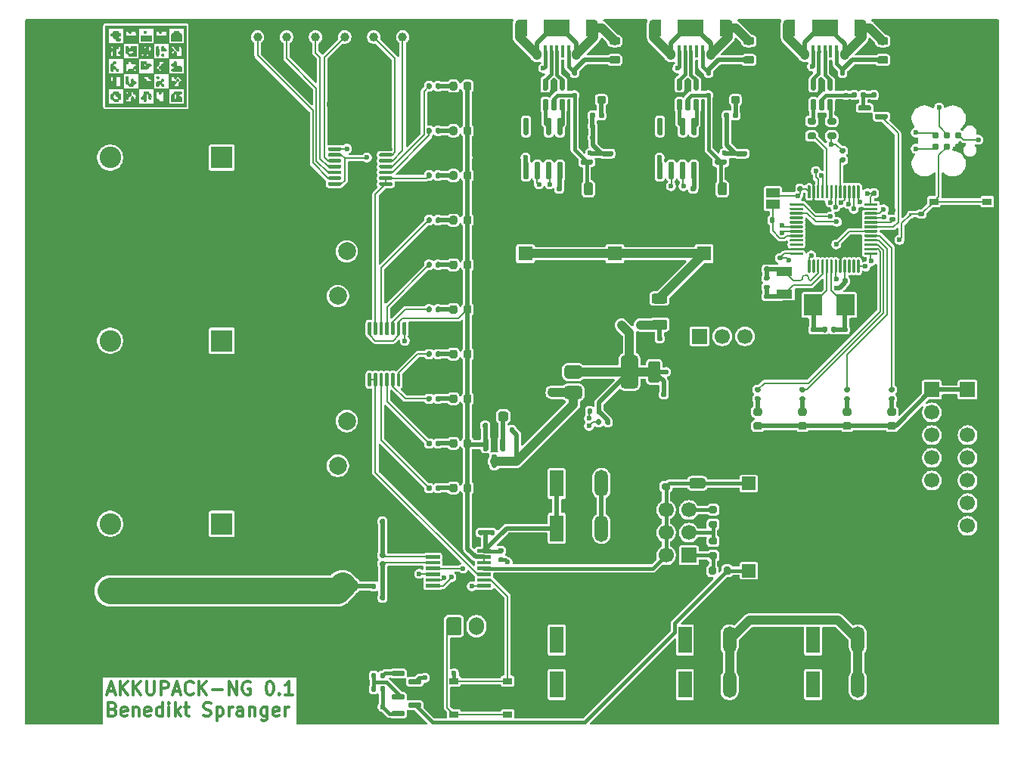
<source format=gtl>
G04 #@! TF.GenerationSoftware,KiCad,Pcbnew,9.0.1+1*
G04 #@! TF.CreationDate,2025-05-13T02:00:57+00:00*
G04 #@! TF.ProjectId,akkupack-ng,616b6b75-7061-4636-9b2d-6e672e6b6963,rev?*
G04 #@! TF.SameCoordinates,Original*
G04 #@! TF.FileFunction,Copper,L1,Top*
G04 #@! TF.FilePolarity,Positive*
%FSLAX46Y46*%
G04 Gerber Fmt 4.6, Leading zero omitted, Abs format (unit mm)*
G04 Created by KiCad (PCBNEW 9.0.1+1) date 2025-05-13 02:00:57*
%MOMM*%
%LPD*%
G01*
G04 APERTURE LIST*
%ADD10C,0.300000*%
G04 #@! TA.AperFunction,NonConductor*
%ADD11C,0.300000*%
G04 #@! TD*
G04 #@! TA.AperFunction,EtchedComponent*
%ADD12C,0.010000*%
G04 #@! TD*
G04 #@! TA.AperFunction,ConnectorPad*
%ADD13C,0.787400*%
G04 #@! TD*
G04 #@! TA.AperFunction,SMDPad,CuDef*
%ADD14C,1.000000*%
G04 #@! TD*
G04 #@! TA.AperFunction,SMDPad,CuDef*
%ADD15R,1.000000X0.750000*%
G04 #@! TD*
G04 #@! TA.AperFunction,SMDPad,CuDef*
%ADD16R,1.500000X1.500000*%
G04 #@! TD*
G04 #@! TA.AperFunction,ComponentPad*
%ADD17R,2.413000X2.413000*%
G04 #@! TD*
G04 #@! TA.AperFunction,ComponentPad*
%ADD18C,2.413000*%
G04 #@! TD*
G04 #@! TA.AperFunction,ComponentPad*
%ADD19R,1.700000X1.700000*%
G04 #@! TD*
G04 #@! TA.AperFunction,ComponentPad*
%ADD20C,1.700000*%
G04 #@! TD*
G04 #@! TA.AperFunction,ComponentPad*
%ADD21C,6.400000*%
G04 #@! TD*
G04 #@! TA.AperFunction,ComponentPad*
%ADD22R,1.500000X3.000000*%
G04 #@! TD*
G04 #@! TA.AperFunction,ComponentPad*
%ADD23O,1.500000X3.000000*%
G04 #@! TD*
G04 #@! TA.AperFunction,SMDPad,CuDef*
%ADD24R,0.400000X1.350000*%
G04 #@! TD*
G04 #@! TA.AperFunction,HeatsinkPad*
%ADD25O,1.000000X1.900000*%
G04 #@! TD*
G04 #@! TA.AperFunction,SMDPad,CuDef*
%ADD26R,0.875000X1.900000*%
G04 #@! TD*
G04 #@! TA.AperFunction,HeatsinkPad*
%ADD27O,1.050000X1.250000*%
G04 #@! TD*
G04 #@! TA.AperFunction,SMDPad,CuDef*
%ADD28R,2.900000X1.900000*%
G04 #@! TD*
G04 #@! TA.AperFunction,ComponentPad*
%ADD29C,2.000000*%
G04 #@! TD*
G04 #@! TA.AperFunction,SMDPad,CuDef*
%ADD30R,2.000000X2.400000*%
G04 #@! TD*
G04 #@! TA.AperFunction,ComponentPad*
%ADD31R,1.600000X1.600000*%
G04 #@! TD*
G04 #@! TA.AperFunction,ComponentPad*
%ADD32C,1.600000*%
G04 #@! TD*
G04 #@! TA.AperFunction,SMDPad,CuDef*
%ADD33R,1.800000X1.000000*%
G04 #@! TD*
G04 #@! TA.AperFunction,ComponentPad*
%ADD34O,1.700000X2.000000*%
G04 #@! TD*
G04 #@! TA.AperFunction,SMDPad,CuDef*
%ADD35R,1.500000X1.000000*%
G04 #@! TD*
G04 #@! TA.AperFunction,ViaPad*
%ADD36C,0.600000*%
G04 #@! TD*
G04 #@! TA.AperFunction,Conductor*
%ADD37C,0.500000*%
G04 #@! TD*
G04 #@! TA.AperFunction,Conductor*
%ADD38C,0.400000*%
G04 #@! TD*
G04 #@! TA.AperFunction,Conductor*
%ADD39C,0.200000*%
G04 #@! TD*
G04 #@! TA.AperFunction,Conductor*
%ADD40C,1.000000*%
G04 #@! TD*
G04 #@! TA.AperFunction,Conductor*
%ADD41C,3.000000*%
G04 #@! TD*
G04 APERTURE END LIST*
D10*
D11*
X59733082Y-120707341D02*
X60447368Y-120707341D01*
X59590225Y-121135912D02*
X60090225Y-119635912D01*
X60090225Y-119635912D02*
X60590225Y-121135912D01*
X61090224Y-121135912D02*
X61090224Y-119635912D01*
X61947367Y-121135912D02*
X61304510Y-120278769D01*
X61947367Y-119635912D02*
X61090224Y-120493055D01*
X62590224Y-121135912D02*
X62590224Y-119635912D01*
X63447367Y-121135912D02*
X62804510Y-120278769D01*
X63447367Y-119635912D02*
X62590224Y-120493055D01*
X64090224Y-119635912D02*
X64090224Y-120850198D01*
X64090224Y-120850198D02*
X64161653Y-120993055D01*
X64161653Y-120993055D02*
X64233082Y-121064484D01*
X64233082Y-121064484D02*
X64375939Y-121135912D01*
X64375939Y-121135912D02*
X64661653Y-121135912D01*
X64661653Y-121135912D02*
X64804510Y-121064484D01*
X64804510Y-121064484D02*
X64875939Y-120993055D01*
X64875939Y-120993055D02*
X64947367Y-120850198D01*
X64947367Y-120850198D02*
X64947367Y-119635912D01*
X65661653Y-121135912D02*
X65661653Y-119635912D01*
X65661653Y-119635912D02*
X66233082Y-119635912D01*
X66233082Y-119635912D02*
X66375939Y-119707341D01*
X66375939Y-119707341D02*
X66447368Y-119778769D01*
X66447368Y-119778769D02*
X66518796Y-119921626D01*
X66518796Y-119921626D02*
X66518796Y-120135912D01*
X66518796Y-120135912D02*
X66447368Y-120278769D01*
X66447368Y-120278769D02*
X66375939Y-120350198D01*
X66375939Y-120350198D02*
X66233082Y-120421626D01*
X66233082Y-120421626D02*
X65661653Y-120421626D01*
X67090225Y-120707341D02*
X67804511Y-120707341D01*
X66947368Y-121135912D02*
X67447368Y-119635912D01*
X67447368Y-119635912D02*
X67947368Y-121135912D01*
X69304510Y-120993055D02*
X69233082Y-121064484D01*
X69233082Y-121064484D02*
X69018796Y-121135912D01*
X69018796Y-121135912D02*
X68875939Y-121135912D01*
X68875939Y-121135912D02*
X68661653Y-121064484D01*
X68661653Y-121064484D02*
X68518796Y-120921626D01*
X68518796Y-120921626D02*
X68447367Y-120778769D01*
X68447367Y-120778769D02*
X68375939Y-120493055D01*
X68375939Y-120493055D02*
X68375939Y-120278769D01*
X68375939Y-120278769D02*
X68447367Y-119993055D01*
X68447367Y-119993055D02*
X68518796Y-119850198D01*
X68518796Y-119850198D02*
X68661653Y-119707341D01*
X68661653Y-119707341D02*
X68875939Y-119635912D01*
X68875939Y-119635912D02*
X69018796Y-119635912D01*
X69018796Y-119635912D02*
X69233082Y-119707341D01*
X69233082Y-119707341D02*
X69304510Y-119778769D01*
X69947367Y-121135912D02*
X69947367Y-119635912D01*
X70804510Y-121135912D02*
X70161653Y-120278769D01*
X70804510Y-119635912D02*
X69947367Y-120493055D01*
X71447367Y-120564484D02*
X72590225Y-120564484D01*
X73304510Y-121135912D02*
X73304510Y-119635912D01*
X73304510Y-119635912D02*
X74161653Y-121135912D01*
X74161653Y-121135912D02*
X74161653Y-119635912D01*
X75661654Y-119707341D02*
X75518797Y-119635912D01*
X75518797Y-119635912D02*
X75304511Y-119635912D01*
X75304511Y-119635912D02*
X75090225Y-119707341D01*
X75090225Y-119707341D02*
X74947368Y-119850198D01*
X74947368Y-119850198D02*
X74875939Y-119993055D01*
X74875939Y-119993055D02*
X74804511Y-120278769D01*
X74804511Y-120278769D02*
X74804511Y-120493055D01*
X74804511Y-120493055D02*
X74875939Y-120778769D01*
X74875939Y-120778769D02*
X74947368Y-120921626D01*
X74947368Y-120921626D02*
X75090225Y-121064484D01*
X75090225Y-121064484D02*
X75304511Y-121135912D01*
X75304511Y-121135912D02*
X75447368Y-121135912D01*
X75447368Y-121135912D02*
X75661654Y-121064484D01*
X75661654Y-121064484D02*
X75733082Y-120993055D01*
X75733082Y-120993055D02*
X75733082Y-120493055D01*
X75733082Y-120493055D02*
X75447368Y-120493055D01*
X77804511Y-119635912D02*
X77947368Y-119635912D01*
X77947368Y-119635912D02*
X78090225Y-119707341D01*
X78090225Y-119707341D02*
X78161654Y-119778769D01*
X78161654Y-119778769D02*
X78233082Y-119921626D01*
X78233082Y-119921626D02*
X78304511Y-120207341D01*
X78304511Y-120207341D02*
X78304511Y-120564484D01*
X78304511Y-120564484D02*
X78233082Y-120850198D01*
X78233082Y-120850198D02*
X78161654Y-120993055D01*
X78161654Y-120993055D02*
X78090225Y-121064484D01*
X78090225Y-121064484D02*
X77947368Y-121135912D01*
X77947368Y-121135912D02*
X77804511Y-121135912D01*
X77804511Y-121135912D02*
X77661654Y-121064484D01*
X77661654Y-121064484D02*
X77590225Y-120993055D01*
X77590225Y-120993055D02*
X77518796Y-120850198D01*
X77518796Y-120850198D02*
X77447368Y-120564484D01*
X77447368Y-120564484D02*
X77447368Y-120207341D01*
X77447368Y-120207341D02*
X77518796Y-119921626D01*
X77518796Y-119921626D02*
X77590225Y-119778769D01*
X77590225Y-119778769D02*
X77661654Y-119707341D01*
X77661654Y-119707341D02*
X77804511Y-119635912D01*
X78947367Y-120993055D02*
X79018796Y-121064484D01*
X79018796Y-121064484D02*
X78947367Y-121135912D01*
X78947367Y-121135912D02*
X78875939Y-121064484D01*
X78875939Y-121064484D02*
X78947367Y-120993055D01*
X78947367Y-120993055D02*
X78947367Y-121135912D01*
X80447368Y-121135912D02*
X79590225Y-121135912D01*
X80018796Y-121135912D02*
X80018796Y-119635912D01*
X80018796Y-119635912D02*
X79875939Y-119850198D01*
X79875939Y-119850198D02*
X79733082Y-119993055D01*
X79733082Y-119993055D02*
X79590225Y-120064484D01*
X60304510Y-122765114D02*
X60518796Y-122836542D01*
X60518796Y-122836542D02*
X60590225Y-122907971D01*
X60590225Y-122907971D02*
X60661653Y-123050828D01*
X60661653Y-123050828D02*
X60661653Y-123265114D01*
X60661653Y-123265114D02*
X60590225Y-123407971D01*
X60590225Y-123407971D02*
X60518796Y-123479400D01*
X60518796Y-123479400D02*
X60375939Y-123550828D01*
X60375939Y-123550828D02*
X59804510Y-123550828D01*
X59804510Y-123550828D02*
X59804510Y-122050828D01*
X59804510Y-122050828D02*
X60304510Y-122050828D01*
X60304510Y-122050828D02*
X60447368Y-122122257D01*
X60447368Y-122122257D02*
X60518796Y-122193685D01*
X60518796Y-122193685D02*
X60590225Y-122336542D01*
X60590225Y-122336542D02*
X60590225Y-122479400D01*
X60590225Y-122479400D02*
X60518796Y-122622257D01*
X60518796Y-122622257D02*
X60447368Y-122693685D01*
X60447368Y-122693685D02*
X60304510Y-122765114D01*
X60304510Y-122765114D02*
X59804510Y-122765114D01*
X61875939Y-123479400D02*
X61733082Y-123550828D01*
X61733082Y-123550828D02*
X61447368Y-123550828D01*
X61447368Y-123550828D02*
X61304510Y-123479400D01*
X61304510Y-123479400D02*
X61233082Y-123336542D01*
X61233082Y-123336542D02*
X61233082Y-122765114D01*
X61233082Y-122765114D02*
X61304510Y-122622257D01*
X61304510Y-122622257D02*
X61447368Y-122550828D01*
X61447368Y-122550828D02*
X61733082Y-122550828D01*
X61733082Y-122550828D02*
X61875939Y-122622257D01*
X61875939Y-122622257D02*
X61947368Y-122765114D01*
X61947368Y-122765114D02*
X61947368Y-122907971D01*
X61947368Y-122907971D02*
X61233082Y-123050828D01*
X62590224Y-122550828D02*
X62590224Y-123550828D01*
X62590224Y-122693685D02*
X62661653Y-122622257D01*
X62661653Y-122622257D02*
X62804510Y-122550828D01*
X62804510Y-122550828D02*
X63018796Y-122550828D01*
X63018796Y-122550828D02*
X63161653Y-122622257D01*
X63161653Y-122622257D02*
X63233082Y-122765114D01*
X63233082Y-122765114D02*
X63233082Y-123550828D01*
X64518796Y-123479400D02*
X64375939Y-123550828D01*
X64375939Y-123550828D02*
X64090225Y-123550828D01*
X64090225Y-123550828D02*
X63947367Y-123479400D01*
X63947367Y-123479400D02*
X63875939Y-123336542D01*
X63875939Y-123336542D02*
X63875939Y-122765114D01*
X63875939Y-122765114D02*
X63947367Y-122622257D01*
X63947367Y-122622257D02*
X64090225Y-122550828D01*
X64090225Y-122550828D02*
X64375939Y-122550828D01*
X64375939Y-122550828D02*
X64518796Y-122622257D01*
X64518796Y-122622257D02*
X64590225Y-122765114D01*
X64590225Y-122765114D02*
X64590225Y-122907971D01*
X64590225Y-122907971D02*
X63875939Y-123050828D01*
X65875939Y-123550828D02*
X65875939Y-122050828D01*
X65875939Y-123479400D02*
X65733081Y-123550828D01*
X65733081Y-123550828D02*
X65447367Y-123550828D01*
X65447367Y-123550828D02*
X65304510Y-123479400D01*
X65304510Y-123479400D02*
X65233081Y-123407971D01*
X65233081Y-123407971D02*
X65161653Y-123265114D01*
X65161653Y-123265114D02*
X65161653Y-122836542D01*
X65161653Y-122836542D02*
X65233081Y-122693685D01*
X65233081Y-122693685D02*
X65304510Y-122622257D01*
X65304510Y-122622257D02*
X65447367Y-122550828D01*
X65447367Y-122550828D02*
X65733081Y-122550828D01*
X65733081Y-122550828D02*
X65875939Y-122622257D01*
X66590224Y-123550828D02*
X66590224Y-122550828D01*
X66590224Y-122050828D02*
X66518796Y-122122257D01*
X66518796Y-122122257D02*
X66590224Y-122193685D01*
X66590224Y-122193685D02*
X66661653Y-122122257D01*
X66661653Y-122122257D02*
X66590224Y-122050828D01*
X66590224Y-122050828D02*
X66590224Y-122193685D01*
X67304510Y-123550828D02*
X67304510Y-122050828D01*
X67447368Y-122979400D02*
X67875939Y-123550828D01*
X67875939Y-122550828D02*
X67304510Y-123122257D01*
X68304511Y-122550828D02*
X68875939Y-122550828D01*
X68518796Y-122050828D02*
X68518796Y-123336542D01*
X68518796Y-123336542D02*
X68590225Y-123479400D01*
X68590225Y-123479400D02*
X68733082Y-123550828D01*
X68733082Y-123550828D02*
X68875939Y-123550828D01*
X70447368Y-123479400D02*
X70661654Y-123550828D01*
X70661654Y-123550828D02*
X71018796Y-123550828D01*
X71018796Y-123550828D02*
X71161654Y-123479400D01*
X71161654Y-123479400D02*
X71233082Y-123407971D01*
X71233082Y-123407971D02*
X71304511Y-123265114D01*
X71304511Y-123265114D02*
X71304511Y-123122257D01*
X71304511Y-123122257D02*
X71233082Y-122979400D01*
X71233082Y-122979400D02*
X71161654Y-122907971D01*
X71161654Y-122907971D02*
X71018796Y-122836542D01*
X71018796Y-122836542D02*
X70733082Y-122765114D01*
X70733082Y-122765114D02*
X70590225Y-122693685D01*
X70590225Y-122693685D02*
X70518796Y-122622257D01*
X70518796Y-122622257D02*
X70447368Y-122479400D01*
X70447368Y-122479400D02*
X70447368Y-122336542D01*
X70447368Y-122336542D02*
X70518796Y-122193685D01*
X70518796Y-122193685D02*
X70590225Y-122122257D01*
X70590225Y-122122257D02*
X70733082Y-122050828D01*
X70733082Y-122050828D02*
X71090225Y-122050828D01*
X71090225Y-122050828D02*
X71304511Y-122122257D01*
X71947367Y-122550828D02*
X71947367Y-124050828D01*
X71947367Y-122622257D02*
X72090225Y-122550828D01*
X72090225Y-122550828D02*
X72375939Y-122550828D01*
X72375939Y-122550828D02*
X72518796Y-122622257D01*
X72518796Y-122622257D02*
X72590225Y-122693685D01*
X72590225Y-122693685D02*
X72661653Y-122836542D01*
X72661653Y-122836542D02*
X72661653Y-123265114D01*
X72661653Y-123265114D02*
X72590225Y-123407971D01*
X72590225Y-123407971D02*
X72518796Y-123479400D01*
X72518796Y-123479400D02*
X72375939Y-123550828D01*
X72375939Y-123550828D02*
X72090225Y-123550828D01*
X72090225Y-123550828D02*
X71947367Y-123479400D01*
X73304510Y-123550828D02*
X73304510Y-122550828D01*
X73304510Y-122836542D02*
X73375939Y-122693685D01*
X73375939Y-122693685D02*
X73447368Y-122622257D01*
X73447368Y-122622257D02*
X73590225Y-122550828D01*
X73590225Y-122550828D02*
X73733082Y-122550828D01*
X74875939Y-123550828D02*
X74875939Y-122765114D01*
X74875939Y-122765114D02*
X74804510Y-122622257D01*
X74804510Y-122622257D02*
X74661653Y-122550828D01*
X74661653Y-122550828D02*
X74375939Y-122550828D01*
X74375939Y-122550828D02*
X74233081Y-122622257D01*
X74875939Y-123479400D02*
X74733081Y-123550828D01*
X74733081Y-123550828D02*
X74375939Y-123550828D01*
X74375939Y-123550828D02*
X74233081Y-123479400D01*
X74233081Y-123479400D02*
X74161653Y-123336542D01*
X74161653Y-123336542D02*
X74161653Y-123193685D01*
X74161653Y-123193685D02*
X74233081Y-123050828D01*
X74233081Y-123050828D02*
X74375939Y-122979400D01*
X74375939Y-122979400D02*
X74733081Y-122979400D01*
X74733081Y-122979400D02*
X74875939Y-122907971D01*
X75590224Y-122550828D02*
X75590224Y-123550828D01*
X75590224Y-122693685D02*
X75661653Y-122622257D01*
X75661653Y-122622257D02*
X75804510Y-122550828D01*
X75804510Y-122550828D02*
X76018796Y-122550828D01*
X76018796Y-122550828D02*
X76161653Y-122622257D01*
X76161653Y-122622257D02*
X76233082Y-122765114D01*
X76233082Y-122765114D02*
X76233082Y-123550828D01*
X77590225Y-122550828D02*
X77590225Y-123765114D01*
X77590225Y-123765114D02*
X77518796Y-123907971D01*
X77518796Y-123907971D02*
X77447367Y-123979400D01*
X77447367Y-123979400D02*
X77304510Y-124050828D01*
X77304510Y-124050828D02*
X77090225Y-124050828D01*
X77090225Y-124050828D02*
X76947367Y-123979400D01*
X77590225Y-123479400D02*
X77447367Y-123550828D01*
X77447367Y-123550828D02*
X77161653Y-123550828D01*
X77161653Y-123550828D02*
X77018796Y-123479400D01*
X77018796Y-123479400D02*
X76947367Y-123407971D01*
X76947367Y-123407971D02*
X76875939Y-123265114D01*
X76875939Y-123265114D02*
X76875939Y-122836542D01*
X76875939Y-122836542D02*
X76947367Y-122693685D01*
X76947367Y-122693685D02*
X77018796Y-122622257D01*
X77018796Y-122622257D02*
X77161653Y-122550828D01*
X77161653Y-122550828D02*
X77447367Y-122550828D01*
X77447367Y-122550828D02*
X77590225Y-122622257D01*
X78875939Y-123479400D02*
X78733082Y-123550828D01*
X78733082Y-123550828D02*
X78447368Y-123550828D01*
X78447368Y-123550828D02*
X78304510Y-123479400D01*
X78304510Y-123479400D02*
X78233082Y-123336542D01*
X78233082Y-123336542D02*
X78233082Y-122765114D01*
X78233082Y-122765114D02*
X78304510Y-122622257D01*
X78304510Y-122622257D02*
X78447368Y-122550828D01*
X78447368Y-122550828D02*
X78733082Y-122550828D01*
X78733082Y-122550828D02*
X78875939Y-122622257D01*
X78875939Y-122622257D02*
X78947368Y-122765114D01*
X78947368Y-122765114D02*
X78947368Y-122907971D01*
X78947368Y-122907971D02*
X78233082Y-123050828D01*
X79590224Y-123550828D02*
X79590224Y-122550828D01*
X79590224Y-122836542D02*
X79661653Y-122693685D01*
X79661653Y-122693685D02*
X79733082Y-122622257D01*
X79733082Y-122622257D02*
X79875939Y-122550828D01*
X79875939Y-122550828D02*
X80018796Y-122550828D01*
D12*
X64566017Y-47919917D02*
X63433983Y-47919917D01*
X63433983Y-47353900D01*
X64566017Y-47353900D01*
X64566017Y-47919917D01*
G04 #@! TA.AperFunction,EtchedComponent*
G36*
X64566017Y-47919917D02*
G01*
X63433983Y-47919917D01*
X63433983Y-47353900D01*
X64566017Y-47353900D01*
X64566017Y-47919917D01*
G37*
G04 #@! TD.AperFunction*
X63976745Y-46837912D02*
X64000000Y-46929387D01*
X63949971Y-47047636D01*
X63858496Y-47070892D01*
X63740248Y-47020862D01*
X63716992Y-46929387D01*
X63767021Y-46811139D01*
X63858496Y-46787883D01*
X63976745Y-46837912D01*
G04 #@! TA.AperFunction,EtchedComponent*
G36*
X63976745Y-46837912D02*
G01*
X64000000Y-46929387D01*
X63949971Y-47047636D01*
X63858496Y-47070892D01*
X63740248Y-47020862D01*
X63716992Y-46929387D01*
X63767021Y-46811139D01*
X63858496Y-46787883D01*
X63976745Y-46837912D01*
G37*
G04 #@! TD.AperFunction*
X65391786Y-51932063D02*
X65415042Y-52023538D01*
X65365013Y-52141786D01*
X65273538Y-52165042D01*
X65155289Y-52115013D01*
X65132034Y-52023538D01*
X65182063Y-51905289D01*
X65273538Y-51882034D01*
X65391786Y-51932063D01*
G04 #@! TA.AperFunction,EtchedComponent*
G36*
X65391786Y-51932063D02*
G01*
X65415042Y-52023538D01*
X65365013Y-52141786D01*
X65273538Y-52165042D01*
X65155289Y-52115013D01*
X65132034Y-52023538D01*
X65182063Y-51905289D01*
X65273538Y-51882034D01*
X65391786Y-51932063D01*
G37*
G04 #@! TD.AperFunction*
X65957803Y-49384988D02*
X65981059Y-49476463D01*
X65931029Y-49594711D01*
X65839555Y-49617967D01*
X65721306Y-49567937D01*
X65698050Y-49476463D01*
X65748080Y-49358214D01*
X65839555Y-49334958D01*
X65957803Y-49384988D01*
G04 #@! TA.AperFunction,EtchedComponent*
G36*
X65957803Y-49384988D02*
G01*
X65981059Y-49476463D01*
X65931029Y-49594711D01*
X65839555Y-49617967D01*
X65721306Y-49567937D01*
X65698050Y-49476463D01*
X65748080Y-49358214D01*
X65839555Y-49334958D01*
X65957803Y-49384988D01*
G37*
G04 #@! TD.AperFunction*
X67655853Y-52215071D02*
X67679109Y-52306546D01*
X67629080Y-52424795D01*
X67537605Y-52448050D01*
X67419356Y-52398021D01*
X67396100Y-52306546D01*
X67446130Y-52188298D01*
X67537605Y-52165042D01*
X67655853Y-52215071D01*
G04 #@! TA.AperFunction,EtchedComponent*
G36*
X67655853Y-52215071D02*
G01*
X67679109Y-52306546D01*
X67629080Y-52424795D01*
X67537605Y-52448050D01*
X67419356Y-52398021D01*
X67396100Y-52306546D01*
X67446130Y-52188298D01*
X67537605Y-52165042D01*
X67655853Y-52215071D01*
G37*
G04 #@! TD.AperFunction*
X65957803Y-48535963D02*
X65981059Y-48627438D01*
X66031088Y-48745686D01*
X66122563Y-48768942D01*
X66240811Y-48818971D01*
X66264067Y-48910446D01*
X66240334Y-49003023D01*
X66144410Y-49043939D01*
X65981059Y-49051950D01*
X65799910Y-49045142D01*
X65719417Y-48997485D01*
X65698731Y-48868131D01*
X65698050Y-48768942D01*
X65709917Y-48583787D01*
X65757879Y-48501956D01*
X65839555Y-48485933D01*
X65957803Y-48535963D01*
G04 #@! TA.AperFunction,EtchedComponent*
G36*
X65957803Y-48535963D02*
G01*
X65981059Y-48627438D01*
X66031088Y-48745686D01*
X66122563Y-48768942D01*
X66240811Y-48818971D01*
X66264067Y-48910446D01*
X66240334Y-49003023D01*
X66144410Y-49043939D01*
X65981059Y-49051950D01*
X65799910Y-49045142D01*
X65719417Y-48997485D01*
X65698731Y-48868131D01*
X65698050Y-48768942D01*
X65709917Y-48583787D01*
X65757879Y-48501956D01*
X65839555Y-48485933D01*
X65957803Y-48535963D01*
G37*
G04 #@! TD.AperFunction*
X65344041Y-48497750D02*
X65386296Y-48552177D01*
X65407417Y-48677678D01*
X65414521Y-48902715D01*
X65415042Y-49051950D01*
X65412088Y-49333964D01*
X65398481Y-49502982D01*
X65367106Y-49587467D01*
X65310846Y-49615884D01*
X65273538Y-49617967D01*
X65203034Y-49606150D01*
X65160780Y-49551723D01*
X65139659Y-49426223D01*
X65132554Y-49201185D01*
X65132034Y-49051950D01*
X65134988Y-48769936D01*
X65148595Y-48600918D01*
X65179970Y-48516433D01*
X65236229Y-48488016D01*
X65273538Y-48485933D01*
X65344041Y-48497750D01*
G04 #@! TA.AperFunction,EtchedComponent*
G36*
X65344041Y-48497750D02*
G01*
X65386296Y-48552177D01*
X65407417Y-48677678D01*
X65414521Y-48902715D01*
X65415042Y-49051950D01*
X65412088Y-49333964D01*
X65398481Y-49502982D01*
X65367106Y-49587467D01*
X65310846Y-49615884D01*
X65273538Y-49617967D01*
X65203034Y-49606150D01*
X65160780Y-49551723D01*
X65139659Y-49426223D01*
X65132554Y-49201185D01*
X65132034Y-49051950D01*
X65134988Y-48769936D01*
X65148595Y-48600918D01*
X65179970Y-48516433D01*
X65236229Y-48488016D01*
X65273538Y-48485933D01*
X65344041Y-48497750D01*
G37*
G04 #@! TD.AperFunction*
X67581255Y-46799750D02*
X67663086Y-46847712D01*
X67679109Y-46929387D01*
X67729138Y-47047636D01*
X67820613Y-47070892D01*
X67899646Y-47086381D01*
X67942351Y-47154423D01*
X67959516Y-47307380D01*
X67962117Y-47495404D01*
X67962117Y-47919917D01*
X66830084Y-47919917D01*
X66830084Y-47495404D01*
X66835247Y-47258305D01*
X66857928Y-47130189D01*
X66908913Y-47078696D01*
X66971588Y-47070892D01*
X67089836Y-47020862D01*
X67113092Y-46929387D01*
X67136825Y-46836810D01*
X67232749Y-46795895D01*
X67396100Y-46787883D01*
X67581255Y-46799750D01*
G04 #@! TA.AperFunction,EtchedComponent*
G36*
X67581255Y-46799750D02*
G01*
X67663086Y-46847712D01*
X67679109Y-46929387D01*
X67729138Y-47047636D01*
X67820613Y-47070892D01*
X67899646Y-47086381D01*
X67942351Y-47154423D01*
X67959516Y-47307380D01*
X67962117Y-47495404D01*
X67962117Y-47919917D01*
X66830084Y-47919917D01*
X66830084Y-47495404D01*
X66835247Y-47258305D01*
X66857928Y-47130189D01*
X66908913Y-47078696D01*
X66971588Y-47070892D01*
X67089836Y-47020862D01*
X67113092Y-46929387D01*
X67136825Y-46836810D01*
X67232749Y-46795895D01*
X67396100Y-46787883D01*
X67581255Y-46799750D01*
G37*
G04 #@! TD.AperFunction*
X63902146Y-50195850D02*
X63983977Y-50243812D01*
X64000000Y-50325488D01*
X64023733Y-50418065D01*
X64119657Y-50458980D01*
X64283009Y-50466992D01*
X64468163Y-50478858D01*
X64549994Y-50526820D01*
X64566017Y-50608496D01*
X64515988Y-50726745D01*
X64424513Y-50750000D01*
X64306264Y-50800029D01*
X64283009Y-50891504D01*
X64267519Y-50970537D01*
X64199477Y-51013243D01*
X64046520Y-51030407D01*
X63858496Y-51033009D01*
X63433983Y-51033009D01*
X63433983Y-50608496D01*
X63716992Y-50608496D01*
X63767021Y-50726745D01*
X63858496Y-50750000D01*
X63976745Y-50699971D01*
X64000000Y-50608496D01*
X63949971Y-50490248D01*
X63858496Y-50466992D01*
X63740248Y-50517021D01*
X63716992Y-50608496D01*
X63433983Y-50608496D01*
X63433983Y-50183983D01*
X63716992Y-50183983D01*
X63902146Y-50195850D01*
G04 #@! TA.AperFunction,EtchedComponent*
G36*
X63902146Y-50195850D02*
G01*
X63983977Y-50243812D01*
X64000000Y-50325488D01*
X64023733Y-50418065D01*
X64119657Y-50458980D01*
X64283009Y-50466992D01*
X64468163Y-50478858D01*
X64549994Y-50526820D01*
X64566017Y-50608496D01*
X64515988Y-50726745D01*
X64424513Y-50750000D01*
X64306264Y-50800029D01*
X64283009Y-50891504D01*
X64267519Y-50970537D01*
X64199477Y-51013243D01*
X64046520Y-51030407D01*
X63858496Y-51033009D01*
X63433983Y-51033009D01*
X63433983Y-50608496D01*
X63716992Y-50608496D01*
X63767021Y-50726745D01*
X63858496Y-50750000D01*
X63976745Y-50699971D01*
X64000000Y-50608496D01*
X63949971Y-50490248D01*
X63858496Y-50466992D01*
X63740248Y-50517021D01*
X63716992Y-50608496D01*
X63433983Y-50608496D01*
X63433983Y-50183983D01*
X63716992Y-50183983D01*
X63902146Y-50195850D01*
G37*
G04 #@! TD.AperFunction*
X65957803Y-52215071D02*
X65981059Y-52306546D01*
X65931029Y-52424795D01*
X65839555Y-52448050D01*
X65721306Y-52498080D01*
X65698050Y-52589555D01*
X65748080Y-52707803D01*
X65839555Y-52731059D01*
X65957803Y-52781088D01*
X65981059Y-52872563D01*
X65931029Y-52990811D01*
X65839555Y-53014067D01*
X65721306Y-52964038D01*
X65698050Y-52872563D01*
X65648021Y-52754314D01*
X65556546Y-52731059D01*
X65438298Y-52781088D01*
X65415042Y-52872563D01*
X65365013Y-52990811D01*
X65273538Y-53014067D01*
X65180961Y-52990334D01*
X65140045Y-52894410D01*
X65132034Y-52731059D01*
X65138842Y-52549910D01*
X65186499Y-52469417D01*
X65315853Y-52448731D01*
X65415042Y-52448050D01*
X65600196Y-52436184D01*
X65682027Y-52388222D01*
X65698050Y-52306546D01*
X65748080Y-52188298D01*
X65839555Y-52165042D01*
X65957803Y-52215071D01*
G04 #@! TA.AperFunction,EtchedComponent*
G36*
X65957803Y-52215071D02*
G01*
X65981059Y-52306546D01*
X65931029Y-52424795D01*
X65839555Y-52448050D01*
X65721306Y-52498080D01*
X65698050Y-52589555D01*
X65748080Y-52707803D01*
X65839555Y-52731059D01*
X65957803Y-52781088D01*
X65981059Y-52872563D01*
X65931029Y-52990811D01*
X65839555Y-53014067D01*
X65721306Y-52964038D01*
X65698050Y-52872563D01*
X65648021Y-52754314D01*
X65556546Y-52731059D01*
X65438298Y-52781088D01*
X65415042Y-52872563D01*
X65365013Y-52990811D01*
X65273538Y-53014067D01*
X65180961Y-52990334D01*
X65140045Y-52894410D01*
X65132034Y-52731059D01*
X65138842Y-52549910D01*
X65186499Y-52469417D01*
X65315853Y-52448731D01*
X65415042Y-52448050D01*
X65600196Y-52436184D01*
X65682027Y-52388222D01*
X65698050Y-52306546D01*
X65748080Y-52188298D01*
X65839555Y-52165042D01*
X65957803Y-52215071D01*
G37*
G04 #@! TD.AperFunction*
X67347173Y-50207716D02*
X67388089Y-50303640D01*
X67396100Y-50466992D01*
X67402909Y-50648140D01*
X67450565Y-50728633D01*
X67579920Y-50749320D01*
X67679109Y-50750000D01*
X67860257Y-50756808D01*
X67940750Y-50804465D01*
X67961437Y-50933820D01*
X67962117Y-51033009D01*
X67962117Y-51316017D01*
X67396100Y-51316017D01*
X67114087Y-51313063D01*
X66945069Y-51299456D01*
X66860583Y-51268081D01*
X66832167Y-51211821D01*
X66830084Y-51174513D01*
X66880113Y-51056264D01*
X66971588Y-51033009D01*
X67089836Y-50982979D01*
X67113092Y-50891504D01*
X67063063Y-50773256D01*
X66971588Y-50750000D01*
X66853339Y-50699971D01*
X66830084Y-50608496D01*
X66880113Y-50490248D01*
X66971588Y-50466992D01*
X67089836Y-50416963D01*
X67113092Y-50325488D01*
X67163121Y-50207239D01*
X67254596Y-50183983D01*
X67347173Y-50207716D01*
G04 #@! TA.AperFunction,EtchedComponent*
G36*
X67347173Y-50207716D02*
G01*
X67388089Y-50303640D01*
X67396100Y-50466992D01*
X67402909Y-50648140D01*
X67450565Y-50728633D01*
X67579920Y-50749320D01*
X67679109Y-50750000D01*
X67860257Y-50756808D01*
X67940750Y-50804465D01*
X67961437Y-50933820D01*
X67962117Y-51033009D01*
X67962117Y-51316017D01*
X67396100Y-51316017D01*
X67114087Y-51313063D01*
X66945069Y-51299456D01*
X66860583Y-51268081D01*
X66832167Y-51211821D01*
X66830084Y-51174513D01*
X66880113Y-51056264D01*
X66971588Y-51033009D01*
X67089836Y-50982979D01*
X67113092Y-50891504D01*
X67063063Y-50773256D01*
X66971588Y-50750000D01*
X66853339Y-50699971D01*
X66830084Y-50608496D01*
X66880113Y-50490248D01*
X66971588Y-50466992D01*
X67089836Y-50416963D01*
X67113092Y-50325488D01*
X67163121Y-50207239D01*
X67254596Y-50183983D01*
X67347173Y-50207716D01*
G37*
G04 #@! TD.AperFunction*
X60580644Y-50234013D02*
X60603900Y-50325488D01*
X60553871Y-50443736D01*
X60462396Y-50466992D01*
X60344147Y-50517021D01*
X60320892Y-50608496D01*
X60370921Y-50726745D01*
X60462396Y-50750000D01*
X60580644Y-50800029D01*
X60603900Y-50891504D01*
X60653929Y-51009753D01*
X60745404Y-51033009D01*
X60863653Y-51083038D01*
X60886908Y-51174513D01*
X60836879Y-51292761D01*
X60745404Y-51316017D01*
X60627156Y-51265988D01*
X60603900Y-51174513D01*
X60553871Y-51056264D01*
X60462396Y-51033009D01*
X60344147Y-51083038D01*
X60320892Y-51174513D01*
X60270862Y-51292761D01*
X60179387Y-51316017D01*
X60100354Y-51300527D01*
X60057649Y-51232485D01*
X60040485Y-51079529D01*
X60037883Y-50891504D01*
X60043046Y-50654406D01*
X60065727Y-50526290D01*
X60116713Y-50474796D01*
X60179387Y-50466992D01*
X60297636Y-50416963D01*
X60320892Y-50325488D01*
X60370921Y-50207239D01*
X60462396Y-50183983D01*
X60580644Y-50234013D01*
G04 #@! TA.AperFunction,EtchedComponent*
G36*
X60580644Y-50234013D02*
G01*
X60603900Y-50325488D01*
X60553871Y-50443736D01*
X60462396Y-50466992D01*
X60344147Y-50517021D01*
X60320892Y-50608496D01*
X60370921Y-50726745D01*
X60462396Y-50750000D01*
X60580644Y-50800029D01*
X60603900Y-50891504D01*
X60653929Y-51009753D01*
X60745404Y-51033009D01*
X60863653Y-51083038D01*
X60886908Y-51174513D01*
X60836879Y-51292761D01*
X60745404Y-51316017D01*
X60627156Y-51265988D01*
X60603900Y-51174513D01*
X60553871Y-51056264D01*
X60462396Y-51033009D01*
X60344147Y-51083038D01*
X60320892Y-51174513D01*
X60270862Y-51292761D01*
X60179387Y-51316017D01*
X60100354Y-51300527D01*
X60057649Y-51232485D01*
X60040485Y-51079529D01*
X60037883Y-50891504D01*
X60043046Y-50654406D01*
X60065727Y-50526290D01*
X60116713Y-50474796D01*
X60179387Y-50466992D01*
X60297636Y-50416963D01*
X60320892Y-50325488D01*
X60370921Y-50207239D01*
X60462396Y-50183983D01*
X60580644Y-50234013D01*
G37*
G04 #@! TD.AperFunction*
X60789054Y-46799750D02*
X60870885Y-46847712D01*
X60886908Y-46929387D01*
X60936938Y-47047636D01*
X61028412Y-47070892D01*
X61146661Y-47120921D01*
X61169917Y-47212396D01*
X61119887Y-47330644D01*
X61028412Y-47353900D01*
X60910164Y-47403929D01*
X60886908Y-47495404D01*
X60936938Y-47613653D01*
X61028412Y-47636908D01*
X61146661Y-47686938D01*
X61169917Y-47778412D01*
X61146184Y-47870990D01*
X61050260Y-47911905D01*
X60886908Y-47919917D01*
X60701754Y-47908050D01*
X60619923Y-47860088D01*
X60603900Y-47778412D01*
X60553871Y-47660164D01*
X60462396Y-47636908D01*
X60344147Y-47586879D01*
X60320892Y-47495404D01*
X60270862Y-47377156D01*
X60179387Y-47353900D01*
X60061139Y-47303871D01*
X60037883Y-47212396D01*
X60087912Y-47094147D01*
X60179387Y-47070892D01*
X60297636Y-47020862D01*
X60320892Y-46929387D01*
X60344624Y-46836810D01*
X60440548Y-46795895D01*
X60603900Y-46787883D01*
X60789054Y-46799750D01*
G04 #@! TA.AperFunction,EtchedComponent*
G36*
X60789054Y-46799750D02*
G01*
X60870885Y-46847712D01*
X60886908Y-46929387D01*
X60936938Y-47047636D01*
X61028412Y-47070892D01*
X61146661Y-47120921D01*
X61169917Y-47212396D01*
X61119887Y-47330644D01*
X61028412Y-47353900D01*
X60910164Y-47403929D01*
X60886908Y-47495404D01*
X60936938Y-47613653D01*
X61028412Y-47636908D01*
X61146661Y-47686938D01*
X61169917Y-47778412D01*
X61146184Y-47870990D01*
X61050260Y-47911905D01*
X60886908Y-47919917D01*
X60701754Y-47908050D01*
X60619923Y-47860088D01*
X60603900Y-47778412D01*
X60553871Y-47660164D01*
X60462396Y-47636908D01*
X60344147Y-47586879D01*
X60320892Y-47495404D01*
X60270862Y-47377156D01*
X60179387Y-47353900D01*
X60061139Y-47303871D01*
X60037883Y-47212396D01*
X60087912Y-47094147D01*
X60179387Y-47070892D01*
X60297636Y-47020862D01*
X60320892Y-46929387D01*
X60344624Y-46836810D01*
X60440548Y-46795895D01*
X60603900Y-46787883D01*
X60789054Y-46799750D01*
G37*
G04 #@! TD.AperFunction*
X61956470Y-51897523D02*
X61999176Y-51965566D01*
X62016340Y-52118522D01*
X62018942Y-52306546D01*
X62024105Y-52543645D01*
X62046786Y-52671761D01*
X62097771Y-52723254D01*
X62160446Y-52731059D01*
X62253023Y-52707326D01*
X62293939Y-52611402D01*
X62301950Y-52448050D01*
X62313816Y-52262896D01*
X62361778Y-52181065D01*
X62443454Y-52165042D01*
X62561703Y-52215071D01*
X62584958Y-52306546D01*
X62634988Y-52424795D01*
X62726463Y-52448050D01*
X62844711Y-52498080D01*
X62867967Y-52589555D01*
X62817937Y-52707803D01*
X62726463Y-52731059D01*
X62608214Y-52781088D01*
X62584958Y-52872563D01*
X62561226Y-52965140D01*
X62465302Y-53006056D01*
X62301950Y-53014067D01*
X62116796Y-53002201D01*
X62034965Y-52954239D01*
X62018942Y-52872563D01*
X61968912Y-52754314D01*
X61877438Y-52731059D01*
X61798405Y-52715569D01*
X61755699Y-52647527D01*
X61738535Y-52494571D01*
X61735933Y-52306546D01*
X61741097Y-52069447D01*
X61763777Y-51941332D01*
X61814763Y-51889838D01*
X61877438Y-51882034D01*
X61956470Y-51897523D01*
G04 #@! TA.AperFunction,EtchedComponent*
G36*
X61956470Y-51897523D02*
G01*
X61999176Y-51965566D01*
X62016340Y-52118522D01*
X62018942Y-52306546D01*
X62024105Y-52543645D01*
X62046786Y-52671761D01*
X62097771Y-52723254D01*
X62160446Y-52731059D01*
X62253023Y-52707326D01*
X62293939Y-52611402D01*
X62301950Y-52448050D01*
X62313816Y-52262896D01*
X62361778Y-52181065D01*
X62443454Y-52165042D01*
X62561703Y-52215071D01*
X62584958Y-52306546D01*
X62634988Y-52424795D01*
X62726463Y-52448050D01*
X62844711Y-52498080D01*
X62867967Y-52589555D01*
X62817937Y-52707803D01*
X62726463Y-52731059D01*
X62608214Y-52781088D01*
X62584958Y-52872563D01*
X62561226Y-52965140D01*
X62465302Y-53006056D01*
X62301950Y-53014067D01*
X62116796Y-53002201D01*
X62034965Y-52954239D01*
X62018942Y-52872563D01*
X61968912Y-52754314D01*
X61877438Y-52731059D01*
X61798405Y-52715569D01*
X61755699Y-52647527D01*
X61738535Y-52494571D01*
X61735933Y-52306546D01*
X61741097Y-52069447D01*
X61763777Y-51941332D01*
X61814763Y-51889838D01*
X61877438Y-51882034D01*
X61956470Y-51897523D01*
G37*
G04 #@! TD.AperFunction*
X64185155Y-53591950D02*
X64266986Y-53639912D01*
X64283009Y-53721588D01*
X64333038Y-53839836D01*
X64424513Y-53863092D01*
X64517090Y-53886825D01*
X64558005Y-53982749D01*
X64566017Y-54146100D01*
X64554151Y-54331255D01*
X64506189Y-54413086D01*
X64424513Y-54429109D01*
X64331936Y-54405376D01*
X64291020Y-54309452D01*
X64283009Y-54146100D01*
X64271142Y-53960946D01*
X64223180Y-53879115D01*
X64141504Y-53863092D01*
X64062471Y-53878582D01*
X64019766Y-53946624D01*
X64002602Y-54099580D01*
X64000000Y-54287605D01*
X63994837Y-54524704D01*
X63972156Y-54652819D01*
X63921171Y-54704313D01*
X63858496Y-54712117D01*
X63740248Y-54662088D01*
X63716992Y-54570613D01*
X63666963Y-54452365D01*
X63575488Y-54429109D01*
X63457239Y-54379080D01*
X63433983Y-54287605D01*
X63484013Y-54169356D01*
X63575488Y-54146100D01*
X63668065Y-54122368D01*
X63708980Y-54026444D01*
X63716992Y-53863092D01*
X63723800Y-53681944D01*
X63771457Y-53601451D01*
X63900811Y-53580764D01*
X64000000Y-53580084D01*
X64185155Y-53591950D01*
G04 #@! TA.AperFunction,EtchedComponent*
G36*
X64185155Y-53591950D02*
G01*
X64266986Y-53639912D01*
X64283009Y-53721588D01*
X64333038Y-53839836D01*
X64424513Y-53863092D01*
X64517090Y-53886825D01*
X64558005Y-53982749D01*
X64566017Y-54146100D01*
X64554151Y-54331255D01*
X64506189Y-54413086D01*
X64424513Y-54429109D01*
X64331936Y-54405376D01*
X64291020Y-54309452D01*
X64283009Y-54146100D01*
X64271142Y-53960946D01*
X64223180Y-53879115D01*
X64141504Y-53863092D01*
X64062471Y-53878582D01*
X64019766Y-53946624D01*
X64002602Y-54099580D01*
X64000000Y-54287605D01*
X63994837Y-54524704D01*
X63972156Y-54652819D01*
X63921171Y-54704313D01*
X63858496Y-54712117D01*
X63740248Y-54662088D01*
X63716992Y-54570613D01*
X63666963Y-54452365D01*
X63575488Y-54429109D01*
X63457239Y-54379080D01*
X63433983Y-54287605D01*
X63484013Y-54169356D01*
X63575488Y-54146100D01*
X63668065Y-54122368D01*
X63708980Y-54026444D01*
X63716992Y-53863092D01*
X63723800Y-53681944D01*
X63771457Y-53601451D01*
X63900811Y-53580764D01*
X64000000Y-53580084D01*
X64185155Y-53591950D01*
G37*
G04 #@! TD.AperFunction*
X62867967Y-49617967D02*
X62443454Y-49617967D01*
X62206355Y-49612804D01*
X62078240Y-49590123D01*
X62026746Y-49539137D01*
X62018942Y-49476463D01*
X61968912Y-49358214D01*
X61877438Y-49334958D01*
X61798405Y-49319469D01*
X61755699Y-49251427D01*
X61749194Y-49193454D01*
X62018942Y-49193454D01*
X62042675Y-49286031D01*
X62138598Y-49326947D01*
X62301950Y-49334958D01*
X62487104Y-49323092D01*
X62568935Y-49275130D01*
X62584958Y-49193454D01*
X62561226Y-49100877D01*
X62465302Y-49059962D01*
X62301950Y-49051950D01*
X62116796Y-49063816D01*
X62034965Y-49111778D01*
X62018942Y-49193454D01*
X61749194Y-49193454D01*
X61738535Y-49098470D01*
X61735933Y-48910446D01*
X61741097Y-48673347D01*
X61763777Y-48545231D01*
X61814763Y-48493738D01*
X61877438Y-48485933D01*
X61995686Y-48535963D01*
X62018942Y-48627438D01*
X62068971Y-48745686D01*
X62160446Y-48768942D01*
X62278694Y-48718912D01*
X62301950Y-48627438D01*
X62325683Y-48534860D01*
X62421607Y-48493945D01*
X62584958Y-48485933D01*
X62867967Y-48485933D01*
X62867967Y-49617967D01*
G04 #@! TA.AperFunction,EtchedComponent*
G36*
X62867967Y-49617967D02*
G01*
X62443454Y-49617967D01*
X62206355Y-49612804D01*
X62078240Y-49590123D01*
X62026746Y-49539137D01*
X62018942Y-49476463D01*
X61968912Y-49358214D01*
X61877438Y-49334958D01*
X61798405Y-49319469D01*
X61755699Y-49251427D01*
X61749194Y-49193454D01*
X62018942Y-49193454D01*
X62042675Y-49286031D01*
X62138598Y-49326947D01*
X62301950Y-49334958D01*
X62487104Y-49323092D01*
X62568935Y-49275130D01*
X62584958Y-49193454D01*
X62561226Y-49100877D01*
X62465302Y-49059962D01*
X62301950Y-49051950D01*
X62116796Y-49063816D01*
X62034965Y-49111778D01*
X62018942Y-49193454D01*
X61749194Y-49193454D01*
X61738535Y-49098470D01*
X61735933Y-48910446D01*
X61741097Y-48673347D01*
X61763777Y-48545231D01*
X61814763Y-48493738D01*
X61877438Y-48485933D01*
X61995686Y-48535963D01*
X62018942Y-48627438D01*
X62068971Y-48745686D01*
X62160446Y-48768942D01*
X62278694Y-48718912D01*
X62301950Y-48627438D01*
X62325683Y-48534860D01*
X62421607Y-48493945D01*
X62584958Y-48485933D01*
X62867967Y-48485933D01*
X62867967Y-49617967D01*
G37*
G04 #@! TD.AperFunction*
X67774704Y-53585247D02*
X67902819Y-53607928D01*
X67954313Y-53658913D01*
X67962117Y-53721588D01*
X67912088Y-53839836D01*
X67820613Y-53863092D01*
X67702365Y-53913121D01*
X67679109Y-54004596D01*
X67729138Y-54122845D01*
X67820613Y-54146100D01*
X67913190Y-54169833D01*
X67954106Y-54265757D01*
X67962117Y-54429109D01*
X67962117Y-54712117D01*
X66830084Y-54712117D01*
X66830084Y-54287605D01*
X66833165Y-54146100D01*
X67113092Y-54146100D01*
X67124959Y-54331255D01*
X67172920Y-54413086D01*
X67254596Y-54429109D01*
X67347173Y-54405376D01*
X67388089Y-54309452D01*
X67396100Y-54146100D01*
X67384234Y-53960946D01*
X67336272Y-53879115D01*
X67254596Y-53863092D01*
X67162019Y-53886825D01*
X67121104Y-53982749D01*
X67113092Y-54146100D01*
X66833165Y-54146100D01*
X66835247Y-54050506D01*
X66857928Y-53922390D01*
X66908913Y-53870896D01*
X66971588Y-53863092D01*
X67089836Y-53813063D01*
X67113092Y-53721588D01*
X67128582Y-53642555D01*
X67196624Y-53599850D01*
X67349580Y-53582685D01*
X67537605Y-53580084D01*
X67774704Y-53585247D01*
G04 #@! TA.AperFunction,EtchedComponent*
G36*
X67774704Y-53585247D02*
G01*
X67902819Y-53607928D01*
X67954313Y-53658913D01*
X67962117Y-53721588D01*
X67912088Y-53839836D01*
X67820613Y-53863092D01*
X67702365Y-53913121D01*
X67679109Y-54004596D01*
X67729138Y-54122845D01*
X67820613Y-54146100D01*
X67913190Y-54169833D01*
X67954106Y-54265757D01*
X67962117Y-54429109D01*
X67962117Y-54712117D01*
X66830084Y-54712117D01*
X66830084Y-54287605D01*
X66833165Y-54146100D01*
X67113092Y-54146100D01*
X67124959Y-54331255D01*
X67172920Y-54413086D01*
X67254596Y-54429109D01*
X67347173Y-54405376D01*
X67388089Y-54309452D01*
X67396100Y-54146100D01*
X67384234Y-53960946D01*
X67336272Y-53879115D01*
X67254596Y-53863092D01*
X67162019Y-53886825D01*
X67121104Y-53982749D01*
X67113092Y-54146100D01*
X66833165Y-54146100D01*
X66835247Y-54050506D01*
X66857928Y-53922390D01*
X66908913Y-53870896D01*
X66971588Y-53863092D01*
X67089836Y-53813063D01*
X67113092Y-53721588D01*
X67128582Y-53642555D01*
X67196624Y-53599850D01*
X67349580Y-53582685D01*
X67537605Y-53580084D01*
X67774704Y-53585247D01*
G37*
G04 #@! TD.AperFunction*
X60789054Y-53591950D02*
X60870885Y-53639912D01*
X60886908Y-53721588D01*
X60936938Y-53839836D01*
X61028412Y-53863092D01*
X61120990Y-53886825D01*
X61161905Y-53982749D01*
X61169917Y-54146100D01*
X61158050Y-54331255D01*
X61110088Y-54413086D01*
X61028412Y-54429109D01*
X60910164Y-54479138D01*
X60886908Y-54570613D01*
X60863175Y-54663190D01*
X60767252Y-54704106D01*
X60603900Y-54712117D01*
X60418746Y-54700251D01*
X60336915Y-54652289D01*
X60320892Y-54570613D01*
X60270862Y-54452365D01*
X60179387Y-54429109D01*
X60086810Y-54405376D01*
X60045895Y-54309452D01*
X60037883Y-54146100D01*
X60320892Y-54146100D01*
X60327700Y-54327249D01*
X60375357Y-54407742D01*
X60504711Y-54428428D01*
X60603900Y-54429109D01*
X60789054Y-54417242D01*
X60870885Y-54369281D01*
X60886908Y-54287605D01*
X60836879Y-54169356D01*
X60745404Y-54146100D01*
X60627156Y-54096071D01*
X60603900Y-54004596D01*
X60553871Y-53886348D01*
X60462396Y-53863092D01*
X60369819Y-53886825D01*
X60328903Y-53982749D01*
X60320892Y-54146100D01*
X60037883Y-54146100D01*
X60049750Y-53960946D01*
X60097712Y-53879115D01*
X60179387Y-53863092D01*
X60297636Y-53813063D01*
X60320892Y-53721588D01*
X60344624Y-53629011D01*
X60440548Y-53588095D01*
X60603900Y-53580084D01*
X60789054Y-53591950D01*
G04 #@! TA.AperFunction,EtchedComponent*
G36*
X60789054Y-53591950D02*
G01*
X60870885Y-53639912D01*
X60886908Y-53721588D01*
X60936938Y-53839836D01*
X61028412Y-53863092D01*
X61120990Y-53886825D01*
X61161905Y-53982749D01*
X61169917Y-54146100D01*
X61158050Y-54331255D01*
X61110088Y-54413086D01*
X61028412Y-54429109D01*
X60910164Y-54479138D01*
X60886908Y-54570613D01*
X60863175Y-54663190D01*
X60767252Y-54704106D01*
X60603900Y-54712117D01*
X60418746Y-54700251D01*
X60336915Y-54652289D01*
X60320892Y-54570613D01*
X60270862Y-54452365D01*
X60179387Y-54429109D01*
X60086810Y-54405376D01*
X60045895Y-54309452D01*
X60037883Y-54146100D01*
X60320892Y-54146100D01*
X60327700Y-54327249D01*
X60375357Y-54407742D01*
X60504711Y-54428428D01*
X60603900Y-54429109D01*
X60789054Y-54417242D01*
X60870885Y-54369281D01*
X60886908Y-54287605D01*
X60836879Y-54169356D01*
X60745404Y-54146100D01*
X60627156Y-54096071D01*
X60603900Y-54004596D01*
X60553871Y-53886348D01*
X60462396Y-53863092D01*
X60369819Y-53886825D01*
X60328903Y-53982749D01*
X60320892Y-54146100D01*
X60037883Y-54146100D01*
X60049750Y-53960946D01*
X60097712Y-53879115D01*
X60179387Y-53863092D01*
X60297636Y-53813063D01*
X60320892Y-53721588D01*
X60344624Y-53629011D01*
X60440548Y-53588095D01*
X60603900Y-53580084D01*
X60789054Y-53591950D01*
G37*
G04 #@! TD.AperFunction*
X63150975Y-51599025D02*
X64849025Y-51599025D01*
X64849025Y-50891504D01*
X65132034Y-50891504D01*
X65182063Y-51009753D01*
X65273538Y-51033009D01*
X65391786Y-51083038D01*
X65415042Y-51174513D01*
X65465071Y-51292761D01*
X65556546Y-51316017D01*
X65674795Y-51265988D01*
X65698050Y-51174513D01*
X65648021Y-51056264D01*
X65556546Y-51033009D01*
X65438298Y-50982979D01*
X65415042Y-50891504D01*
X65465071Y-50773256D01*
X65556546Y-50750000D01*
X65674795Y-50699971D01*
X65698050Y-50608496D01*
X65748080Y-50490248D01*
X65839555Y-50466992D01*
X65957803Y-50416963D01*
X65981059Y-50325488D01*
X65957326Y-50232911D01*
X65861402Y-50191995D01*
X65698050Y-50183983D01*
X65516902Y-50190792D01*
X65436409Y-50238448D01*
X65415723Y-50367803D01*
X65415042Y-50466992D01*
X65403176Y-50652146D01*
X65355214Y-50733977D01*
X65273538Y-50750000D01*
X65155289Y-50800029D01*
X65132034Y-50891504D01*
X64849025Y-50891504D01*
X64849025Y-49900975D01*
X66547075Y-49900975D01*
X66547075Y-51599025D01*
X64849025Y-51599025D01*
X64849025Y-53297075D01*
X63150975Y-53297075D01*
X63150975Y-52023538D01*
X63716992Y-52023538D01*
X63767021Y-52141786D01*
X63858496Y-52165042D01*
X63976745Y-52215071D01*
X64000000Y-52306546D01*
X64023733Y-52399123D01*
X64119657Y-52440039D01*
X64283009Y-52448050D01*
X64468163Y-52436184D01*
X64549994Y-52388222D01*
X64566017Y-52306546D01*
X64515988Y-52188298D01*
X64424513Y-52165042D01*
X64306264Y-52115013D01*
X64283009Y-52023538D01*
X64259276Y-51930961D01*
X64163352Y-51890045D01*
X64000000Y-51882034D01*
X63814846Y-51893900D01*
X63733015Y-51941862D01*
X63716992Y-52023538D01*
X63150975Y-52023538D01*
X63150975Y-51599025D01*
X61452925Y-51599025D01*
X61452925Y-50891504D01*
X61735933Y-50891504D01*
X61741097Y-51128603D01*
X61763777Y-51256719D01*
X61814763Y-51308213D01*
X61877438Y-51316017D01*
X61995686Y-51265988D01*
X62018942Y-51174513D01*
X62042675Y-51081936D01*
X62138598Y-51041020D01*
X62301950Y-51033009D01*
X62487104Y-51044875D01*
X62568935Y-51092837D01*
X62584958Y-51174513D01*
X62634988Y-51292761D01*
X62726463Y-51316017D01*
X62844711Y-51265988D01*
X62867967Y-51174513D01*
X62817937Y-51056264D01*
X62726463Y-51033009D01*
X62608214Y-50982979D01*
X62584958Y-50891504D01*
X62634988Y-50773256D01*
X62726463Y-50750000D01*
X62844711Y-50699971D01*
X62867967Y-50608496D01*
X62844234Y-50515919D01*
X62748310Y-50475003D01*
X62584958Y-50466992D01*
X62399804Y-50455125D01*
X62317973Y-50407164D01*
X62301950Y-50325488D01*
X62251921Y-50207239D01*
X62160446Y-50183983D01*
X62042197Y-50234013D01*
X62018942Y-50325488D01*
X61968912Y-50443736D01*
X61877438Y-50466992D01*
X61798405Y-50482481D01*
X61755699Y-50550524D01*
X61738535Y-50703480D01*
X61735933Y-50891504D01*
X61452925Y-50891504D01*
X61452925Y-49900975D01*
X63150975Y-49900975D01*
X63150975Y-51599025D01*
G04 #@! TA.AperFunction,EtchedComponent*
G36*
X63150975Y-51599025D02*
G01*
X64849025Y-51599025D01*
X64849025Y-50891504D01*
X65132034Y-50891504D01*
X65182063Y-51009753D01*
X65273538Y-51033009D01*
X65391786Y-51083038D01*
X65415042Y-51174513D01*
X65465071Y-51292761D01*
X65556546Y-51316017D01*
X65674795Y-51265988D01*
X65698050Y-51174513D01*
X65648021Y-51056264D01*
X65556546Y-51033009D01*
X65438298Y-50982979D01*
X65415042Y-50891504D01*
X65465071Y-50773256D01*
X65556546Y-50750000D01*
X65674795Y-50699971D01*
X65698050Y-50608496D01*
X65748080Y-50490248D01*
X65839555Y-50466992D01*
X65957803Y-50416963D01*
X65981059Y-50325488D01*
X65957326Y-50232911D01*
X65861402Y-50191995D01*
X65698050Y-50183983D01*
X65516902Y-50190792D01*
X65436409Y-50238448D01*
X65415723Y-50367803D01*
X65415042Y-50466992D01*
X65403176Y-50652146D01*
X65355214Y-50733977D01*
X65273538Y-50750000D01*
X65155289Y-50800029D01*
X65132034Y-50891504D01*
X64849025Y-50891504D01*
X64849025Y-49900975D01*
X66547075Y-49900975D01*
X66547075Y-51599025D01*
X64849025Y-51599025D01*
X64849025Y-53297075D01*
X63150975Y-53297075D01*
X63150975Y-52023538D01*
X63716992Y-52023538D01*
X63767021Y-52141786D01*
X63858496Y-52165042D01*
X63976745Y-52215071D01*
X64000000Y-52306546D01*
X64023733Y-52399123D01*
X64119657Y-52440039D01*
X64283009Y-52448050D01*
X64468163Y-52436184D01*
X64549994Y-52388222D01*
X64566017Y-52306546D01*
X64515988Y-52188298D01*
X64424513Y-52165042D01*
X64306264Y-52115013D01*
X64283009Y-52023538D01*
X64259276Y-51930961D01*
X64163352Y-51890045D01*
X64000000Y-51882034D01*
X63814846Y-51893900D01*
X63733015Y-51941862D01*
X63716992Y-52023538D01*
X63150975Y-52023538D01*
X63150975Y-51599025D01*
X61452925Y-51599025D01*
X61452925Y-50891504D01*
X61735933Y-50891504D01*
X61741097Y-51128603D01*
X61763777Y-51256719D01*
X61814763Y-51308213D01*
X61877438Y-51316017D01*
X61995686Y-51265988D01*
X62018942Y-51174513D01*
X62042675Y-51081936D01*
X62138598Y-51041020D01*
X62301950Y-51033009D01*
X62487104Y-51044875D01*
X62568935Y-51092837D01*
X62584958Y-51174513D01*
X62634988Y-51292761D01*
X62726463Y-51316017D01*
X62844711Y-51265988D01*
X62867967Y-51174513D01*
X62817937Y-51056264D01*
X62726463Y-51033009D01*
X62608214Y-50982979D01*
X62584958Y-50891504D01*
X62634988Y-50773256D01*
X62726463Y-50750000D01*
X62844711Y-50699971D01*
X62867967Y-50608496D01*
X62844234Y-50515919D01*
X62748310Y-50475003D01*
X62584958Y-50466992D01*
X62399804Y-50455125D01*
X62317973Y-50407164D01*
X62301950Y-50325488D01*
X62251921Y-50207239D01*
X62160446Y-50183983D01*
X62042197Y-50234013D01*
X62018942Y-50325488D01*
X61968912Y-50443736D01*
X61877438Y-50466992D01*
X61798405Y-50482481D01*
X61755699Y-50550524D01*
X61738535Y-50703480D01*
X61735933Y-50891504D01*
X61452925Y-50891504D01*
X61452925Y-49900975D01*
X63150975Y-49900975D01*
X63150975Y-51599025D01*
G37*
G04 #@! TD.AperFunction*
X64849025Y-49900975D02*
X63150975Y-49900975D01*
X63150975Y-49476463D01*
X63433983Y-49476463D01*
X63484013Y-49594711D01*
X63575488Y-49617967D01*
X63693736Y-49567937D01*
X63716992Y-49476463D01*
X64000000Y-49476463D01*
X64050029Y-49594711D01*
X64141504Y-49617967D01*
X64259753Y-49567937D01*
X64283009Y-49476463D01*
X64232979Y-49358214D01*
X64141504Y-49334958D01*
X64023256Y-49384988D01*
X64000000Y-49476463D01*
X63716992Y-49476463D01*
X63666963Y-49358214D01*
X63575488Y-49334958D01*
X63457239Y-49384988D01*
X63433983Y-49476463D01*
X63150975Y-49476463D01*
X63150975Y-48627438D01*
X63716992Y-48627438D01*
X63767021Y-48745686D01*
X63858496Y-48768942D01*
X64283009Y-48768942D01*
X64294875Y-48954096D01*
X64342837Y-49035927D01*
X64424513Y-49051950D01*
X64517090Y-49028217D01*
X64558005Y-48932293D01*
X64566017Y-48768942D01*
X64554151Y-48583787D01*
X64506189Y-48501956D01*
X64424513Y-48485933D01*
X64331936Y-48509666D01*
X64291020Y-48605590D01*
X64283009Y-48768942D01*
X63858496Y-48768942D01*
X63976745Y-48718912D01*
X64000000Y-48627438D01*
X63949971Y-48509189D01*
X63858496Y-48485933D01*
X63740248Y-48535963D01*
X63716992Y-48627438D01*
X63150975Y-48627438D01*
X63150975Y-48202925D01*
X64849025Y-48202925D01*
X64849025Y-49900975D01*
G04 #@! TA.AperFunction,EtchedComponent*
G36*
X64849025Y-49900975D02*
G01*
X63150975Y-49900975D01*
X63150975Y-49476463D01*
X63433983Y-49476463D01*
X63484013Y-49594711D01*
X63575488Y-49617967D01*
X63693736Y-49567937D01*
X63716992Y-49476463D01*
X64000000Y-49476463D01*
X64050029Y-49594711D01*
X64141504Y-49617967D01*
X64259753Y-49567937D01*
X64283009Y-49476463D01*
X64232979Y-49358214D01*
X64141504Y-49334958D01*
X64023256Y-49384988D01*
X64000000Y-49476463D01*
X63716992Y-49476463D01*
X63666963Y-49358214D01*
X63575488Y-49334958D01*
X63457239Y-49384988D01*
X63433983Y-49476463D01*
X63150975Y-49476463D01*
X63150975Y-48627438D01*
X63716992Y-48627438D01*
X63767021Y-48745686D01*
X63858496Y-48768942D01*
X64283009Y-48768942D01*
X64294875Y-48954096D01*
X64342837Y-49035927D01*
X64424513Y-49051950D01*
X64517090Y-49028217D01*
X64558005Y-48932293D01*
X64566017Y-48768942D01*
X64554151Y-48583787D01*
X64506189Y-48501956D01*
X64424513Y-48485933D01*
X64331936Y-48509666D01*
X64291020Y-48605590D01*
X64283009Y-48768942D01*
X63858496Y-48768942D01*
X63976745Y-48718912D01*
X64000000Y-48627438D01*
X63949971Y-48509189D01*
X63858496Y-48485933D01*
X63740248Y-48535963D01*
X63716992Y-48627438D01*
X63150975Y-48627438D01*
X63150975Y-48202925D01*
X64849025Y-48202925D01*
X64849025Y-49900975D01*
G37*
G04 #@! TD.AperFunction*
X68528134Y-55278134D02*
X59471867Y-55278134D01*
X59471867Y-53297075D01*
X59471867Y-53014067D01*
X60603900Y-53014067D01*
X61169917Y-53014067D01*
X61169917Y-51882034D01*
X60603900Y-51882034D01*
X60603900Y-53014067D01*
X59471867Y-53014067D01*
X59471867Y-52165042D01*
X60037883Y-52165042D01*
X60049750Y-52350196D01*
X60097712Y-52432027D01*
X60179387Y-52448050D01*
X60271965Y-52424318D01*
X60312880Y-52328394D01*
X60320892Y-52165042D01*
X60309025Y-51979888D01*
X60261063Y-51898057D01*
X60179387Y-51882034D01*
X60086810Y-51905766D01*
X60045895Y-52001690D01*
X60037883Y-52165042D01*
X59471867Y-52165042D01*
X59471867Y-51599025D01*
X59754875Y-51599025D01*
X61452925Y-51599025D01*
X61452925Y-53297075D01*
X59754875Y-53297075D01*
X59754875Y-54995126D01*
X61452925Y-54995126D01*
X61452925Y-54570613D01*
X61735933Y-54570613D01*
X61759666Y-54663190D01*
X61855590Y-54704106D01*
X62018942Y-54712117D01*
X62200090Y-54705309D01*
X62280583Y-54657652D01*
X62301270Y-54528298D01*
X62301950Y-54429109D01*
X62313816Y-54243955D01*
X62361778Y-54162123D01*
X62443454Y-54146100D01*
X62561703Y-54196130D01*
X62584958Y-54287605D01*
X62634988Y-54405853D01*
X62726463Y-54429109D01*
X62819040Y-54405376D01*
X62859955Y-54309452D01*
X62867967Y-54146100D01*
X62856100Y-53960946D01*
X62808138Y-53879115D01*
X62726463Y-53863092D01*
X62608214Y-53813063D01*
X62584958Y-53721588D01*
X62534929Y-53603339D01*
X62443454Y-53580084D01*
X62350877Y-53603817D01*
X62309962Y-53699740D01*
X62301950Y-53863092D01*
X62290084Y-54048246D01*
X62242122Y-54130078D01*
X62160446Y-54146100D01*
X62042197Y-54196130D01*
X62018942Y-54287605D01*
X61968912Y-54405853D01*
X61877438Y-54429109D01*
X61759189Y-54479138D01*
X61735933Y-54570613D01*
X61452925Y-54570613D01*
X61452925Y-53721588D01*
X61735933Y-53721588D01*
X61785963Y-53839836D01*
X61877438Y-53863092D01*
X61995686Y-53813063D01*
X62018942Y-53721588D01*
X61968912Y-53603339D01*
X61877438Y-53580084D01*
X61759189Y-53630113D01*
X61735933Y-53721588D01*
X61452925Y-53721588D01*
X61452925Y-53297075D01*
X63150975Y-53297075D01*
X63150975Y-54995126D01*
X64849025Y-54995126D01*
X64849025Y-54004596D01*
X65132034Y-54004596D01*
X65137197Y-54241695D01*
X65159878Y-54369811D01*
X65210863Y-54421304D01*
X65273538Y-54429109D01*
X65391786Y-54479138D01*
X65415042Y-54570613D01*
X65438775Y-54663190D01*
X65534699Y-54704106D01*
X65698050Y-54712117D01*
X65981059Y-54712117D01*
X65981059Y-54146100D01*
X65978104Y-53864087D01*
X65964498Y-53695069D01*
X65933123Y-53610583D01*
X65876863Y-53582167D01*
X65839555Y-53580084D01*
X65721306Y-53630113D01*
X65698050Y-53721588D01*
X65648021Y-53839836D01*
X65556546Y-53863092D01*
X65438298Y-53813063D01*
X65415042Y-53721588D01*
X65365013Y-53603339D01*
X65273538Y-53580084D01*
X65194505Y-53595573D01*
X65151800Y-53663616D01*
X65134635Y-53816572D01*
X65132034Y-54004596D01*
X64849025Y-54004596D01*
X64849025Y-53297075D01*
X66547075Y-53297075D01*
X66547075Y-54995126D01*
X68245126Y-54995126D01*
X68245126Y-53297075D01*
X66547075Y-53297075D01*
X66547075Y-52165042D01*
X66830084Y-52165042D01*
X66836892Y-52346190D01*
X66884549Y-52426683D01*
X67013903Y-52447370D01*
X67113092Y-52448050D01*
X67298246Y-52459917D01*
X67380078Y-52507879D01*
X67396100Y-52589555D01*
X67346071Y-52707803D01*
X67254596Y-52731059D01*
X67136348Y-52781088D01*
X67113092Y-52872563D01*
X67136825Y-52965140D01*
X67232749Y-53006056D01*
X67396100Y-53014067D01*
X67577249Y-53007259D01*
X67657742Y-52959602D01*
X67678428Y-52830248D01*
X67679109Y-52731059D01*
X67690975Y-52545904D01*
X67738937Y-52464073D01*
X67820613Y-52448050D01*
X67938862Y-52398021D01*
X67962117Y-52306546D01*
X67912088Y-52188298D01*
X67820613Y-52165042D01*
X67702365Y-52115013D01*
X67679109Y-52023538D01*
X67629080Y-51905289D01*
X67537605Y-51882034D01*
X67419356Y-51932063D01*
X67396100Y-52023538D01*
X67346071Y-52141786D01*
X67254596Y-52165042D01*
X67136348Y-52115013D01*
X67113092Y-52023538D01*
X67063063Y-51905289D01*
X66971588Y-51882034D01*
X66879011Y-51905766D01*
X66838095Y-52001690D01*
X66830084Y-52165042D01*
X66547075Y-52165042D01*
X66547075Y-51599025D01*
X68245126Y-51599025D01*
X68245126Y-49900975D01*
X66547075Y-49900975D01*
X66547075Y-49193454D01*
X66830084Y-49193454D01*
X66880113Y-49311703D01*
X66971588Y-49334958D01*
X67089836Y-49284929D01*
X67113092Y-49193454D01*
X67163121Y-49075206D01*
X67254596Y-49051950D01*
X67347173Y-49075683D01*
X67388089Y-49171607D01*
X67396100Y-49334958D01*
X67402909Y-49516107D01*
X67450565Y-49596600D01*
X67579920Y-49617286D01*
X67679109Y-49617967D01*
X67962117Y-49617967D01*
X67962117Y-49051950D01*
X67959163Y-48769936D01*
X67945556Y-48600918D01*
X67914181Y-48516433D01*
X67857922Y-48488016D01*
X67820613Y-48485933D01*
X67728036Y-48509666D01*
X67687120Y-48605590D01*
X67679109Y-48768942D01*
X67667242Y-48954096D01*
X67619281Y-49035927D01*
X67537605Y-49051950D01*
X67419356Y-49001921D01*
X67396100Y-48910446D01*
X67346071Y-48792197D01*
X67254596Y-48768942D01*
X67136348Y-48718912D01*
X67113092Y-48627438D01*
X67063063Y-48509189D01*
X66971588Y-48485933D01*
X66853339Y-48535963D01*
X66830084Y-48627438D01*
X66880113Y-48745686D01*
X66971588Y-48768942D01*
X67089836Y-48818971D01*
X67113092Y-48910446D01*
X67063063Y-49028694D01*
X66971588Y-49051950D01*
X66853339Y-49101979D01*
X66830084Y-49193454D01*
X66547075Y-49193454D01*
X66547075Y-48627438D01*
X66547075Y-48202925D01*
X68245126Y-48202925D01*
X68245126Y-46504875D01*
X66547075Y-46504875D01*
X66547075Y-48202925D01*
X64849025Y-48202925D01*
X64849025Y-47353900D01*
X65132034Y-47353900D01*
X66264067Y-47353900D01*
X66264067Y-47070892D01*
X66257259Y-46889743D01*
X66209602Y-46809250D01*
X66080248Y-46788564D01*
X65981059Y-46787883D01*
X65795904Y-46799750D01*
X65714073Y-46847712D01*
X65698050Y-46929387D01*
X65648021Y-47047636D01*
X65556546Y-47070892D01*
X65438298Y-47020862D01*
X65415042Y-46929387D01*
X65365013Y-46811139D01*
X65273538Y-46787883D01*
X65180961Y-46811616D01*
X65140045Y-46907540D01*
X65132034Y-47070892D01*
X65132034Y-47353900D01*
X64849025Y-47353900D01*
X64849025Y-47070892D01*
X64849025Y-46504875D01*
X63150975Y-46504875D01*
X63150975Y-48202925D01*
X61452925Y-48202925D01*
X61452925Y-49900975D01*
X59754875Y-49900975D01*
X59754875Y-51599025D01*
X59471867Y-51599025D01*
X59471867Y-49900975D01*
X59471867Y-49334958D01*
X60037883Y-49334958D01*
X60049750Y-49520113D01*
X60097712Y-49601944D01*
X60179387Y-49617967D01*
X60603900Y-49617967D01*
X60886908Y-49617967D01*
X61072063Y-49606100D01*
X61153894Y-49558138D01*
X61169917Y-49476463D01*
X61119887Y-49358214D01*
X61028412Y-49334958D01*
X60910164Y-49284929D01*
X60886908Y-49193454D01*
X60936938Y-49075206D01*
X61028412Y-49051950D01*
X61120990Y-49028217D01*
X61161905Y-48932293D01*
X61169917Y-48768942D01*
X61158050Y-48583787D01*
X61110088Y-48501956D01*
X61028412Y-48485933D01*
X60910164Y-48535963D01*
X60886908Y-48627438D01*
X60836879Y-48745686D01*
X60745404Y-48768942D01*
X60666371Y-48784431D01*
X60623666Y-48852474D01*
X60606501Y-49005430D01*
X60603900Y-49193454D01*
X60603900Y-49617967D01*
X60179387Y-49617967D01*
X60271965Y-49594234D01*
X60312880Y-49498310D01*
X60320892Y-49334958D01*
X60311823Y-49193454D01*
X60309025Y-49149804D01*
X60261063Y-49067973D01*
X60179387Y-49051950D01*
X60086810Y-49075683D01*
X60045895Y-49171607D01*
X60037883Y-49334958D01*
X59471867Y-49334958D01*
X59471867Y-48627438D01*
X60037883Y-48627438D01*
X60087912Y-48745686D01*
X60179387Y-48768942D01*
X60297636Y-48718912D01*
X60320892Y-48627438D01*
X60270862Y-48509189D01*
X60179387Y-48485933D01*
X60061139Y-48535963D01*
X60037883Y-48627438D01*
X59471867Y-48627438D01*
X59471867Y-48202925D01*
X59754875Y-48202925D01*
X61452925Y-48202925D01*
X61452925Y-47353900D01*
X61735933Y-47353900D01*
X62867967Y-47353900D01*
X62867967Y-47070892D01*
X62861159Y-46889743D01*
X62813502Y-46809250D01*
X62684147Y-46788564D01*
X62584958Y-46787883D01*
X62399804Y-46799750D01*
X62317973Y-46847712D01*
X62301950Y-46929387D01*
X62251921Y-47047636D01*
X62160446Y-47070892D01*
X62042197Y-47020862D01*
X62018942Y-46929387D01*
X61968912Y-46811139D01*
X61877438Y-46787883D01*
X61784860Y-46811616D01*
X61743945Y-46907540D01*
X61735933Y-47070892D01*
X61735933Y-47353900D01*
X61452925Y-47353900D01*
X61452925Y-47070892D01*
X61452925Y-46504875D01*
X59754875Y-46504875D01*
X59754875Y-48202925D01*
X59471867Y-48202925D01*
X59471867Y-46504875D01*
X59471867Y-46221867D01*
X68528134Y-46221867D01*
X68528134Y-55278134D01*
G04 #@! TA.AperFunction,EtchedComponent*
G36*
X68528134Y-55278134D02*
G01*
X59471867Y-55278134D01*
X59471867Y-53297075D01*
X59471867Y-53014067D01*
X60603900Y-53014067D01*
X61169917Y-53014067D01*
X61169917Y-51882034D01*
X60603900Y-51882034D01*
X60603900Y-53014067D01*
X59471867Y-53014067D01*
X59471867Y-52165042D01*
X60037883Y-52165042D01*
X60049750Y-52350196D01*
X60097712Y-52432027D01*
X60179387Y-52448050D01*
X60271965Y-52424318D01*
X60312880Y-52328394D01*
X60320892Y-52165042D01*
X60309025Y-51979888D01*
X60261063Y-51898057D01*
X60179387Y-51882034D01*
X60086810Y-51905766D01*
X60045895Y-52001690D01*
X60037883Y-52165042D01*
X59471867Y-52165042D01*
X59471867Y-51599025D01*
X59754875Y-51599025D01*
X61452925Y-51599025D01*
X61452925Y-53297075D01*
X59754875Y-53297075D01*
X59754875Y-54995126D01*
X61452925Y-54995126D01*
X61452925Y-54570613D01*
X61735933Y-54570613D01*
X61759666Y-54663190D01*
X61855590Y-54704106D01*
X62018942Y-54712117D01*
X62200090Y-54705309D01*
X62280583Y-54657652D01*
X62301270Y-54528298D01*
X62301950Y-54429109D01*
X62313816Y-54243955D01*
X62361778Y-54162123D01*
X62443454Y-54146100D01*
X62561703Y-54196130D01*
X62584958Y-54287605D01*
X62634988Y-54405853D01*
X62726463Y-54429109D01*
X62819040Y-54405376D01*
X62859955Y-54309452D01*
X62867967Y-54146100D01*
X62856100Y-53960946D01*
X62808138Y-53879115D01*
X62726463Y-53863092D01*
X62608214Y-53813063D01*
X62584958Y-53721588D01*
X62534929Y-53603339D01*
X62443454Y-53580084D01*
X62350877Y-53603817D01*
X62309962Y-53699740D01*
X62301950Y-53863092D01*
X62290084Y-54048246D01*
X62242122Y-54130078D01*
X62160446Y-54146100D01*
X62042197Y-54196130D01*
X62018942Y-54287605D01*
X61968912Y-54405853D01*
X61877438Y-54429109D01*
X61759189Y-54479138D01*
X61735933Y-54570613D01*
X61452925Y-54570613D01*
X61452925Y-53721588D01*
X61735933Y-53721588D01*
X61785963Y-53839836D01*
X61877438Y-53863092D01*
X61995686Y-53813063D01*
X62018942Y-53721588D01*
X61968912Y-53603339D01*
X61877438Y-53580084D01*
X61759189Y-53630113D01*
X61735933Y-53721588D01*
X61452925Y-53721588D01*
X61452925Y-53297075D01*
X63150975Y-53297075D01*
X63150975Y-54995126D01*
X64849025Y-54995126D01*
X64849025Y-54004596D01*
X65132034Y-54004596D01*
X65137197Y-54241695D01*
X65159878Y-54369811D01*
X65210863Y-54421304D01*
X65273538Y-54429109D01*
X65391786Y-54479138D01*
X65415042Y-54570613D01*
X65438775Y-54663190D01*
X65534699Y-54704106D01*
X65698050Y-54712117D01*
X65981059Y-54712117D01*
X65981059Y-54146100D01*
X65978104Y-53864087D01*
X65964498Y-53695069D01*
X65933123Y-53610583D01*
X65876863Y-53582167D01*
X65839555Y-53580084D01*
X65721306Y-53630113D01*
X65698050Y-53721588D01*
X65648021Y-53839836D01*
X65556546Y-53863092D01*
X65438298Y-53813063D01*
X65415042Y-53721588D01*
X65365013Y-53603339D01*
X65273538Y-53580084D01*
X65194505Y-53595573D01*
X65151800Y-53663616D01*
X65134635Y-53816572D01*
X65132034Y-54004596D01*
X64849025Y-54004596D01*
X64849025Y-53297075D01*
X66547075Y-53297075D01*
X66547075Y-54995126D01*
X68245126Y-54995126D01*
X68245126Y-53297075D01*
X66547075Y-53297075D01*
X66547075Y-52165042D01*
X66830084Y-52165042D01*
X66836892Y-52346190D01*
X66884549Y-52426683D01*
X67013903Y-52447370D01*
X67113092Y-52448050D01*
X67298246Y-52459917D01*
X67380078Y-52507879D01*
X67396100Y-52589555D01*
X67346071Y-52707803D01*
X67254596Y-52731059D01*
X67136348Y-52781088D01*
X67113092Y-52872563D01*
X67136825Y-52965140D01*
X67232749Y-53006056D01*
X67396100Y-53014067D01*
X67577249Y-53007259D01*
X67657742Y-52959602D01*
X67678428Y-52830248D01*
X67679109Y-52731059D01*
X67690975Y-52545904D01*
X67738937Y-52464073D01*
X67820613Y-52448050D01*
X67938862Y-52398021D01*
X67962117Y-52306546D01*
X67912088Y-52188298D01*
X67820613Y-52165042D01*
X67702365Y-52115013D01*
X67679109Y-52023538D01*
X67629080Y-51905289D01*
X67537605Y-51882034D01*
X67419356Y-51932063D01*
X67396100Y-52023538D01*
X67346071Y-52141786D01*
X67254596Y-52165042D01*
X67136348Y-52115013D01*
X67113092Y-52023538D01*
X67063063Y-51905289D01*
X66971588Y-51882034D01*
X66879011Y-51905766D01*
X66838095Y-52001690D01*
X66830084Y-52165042D01*
X66547075Y-52165042D01*
X66547075Y-51599025D01*
X68245126Y-51599025D01*
X68245126Y-49900975D01*
X66547075Y-49900975D01*
X66547075Y-49193454D01*
X66830084Y-49193454D01*
X66880113Y-49311703D01*
X66971588Y-49334958D01*
X67089836Y-49284929D01*
X67113092Y-49193454D01*
X67163121Y-49075206D01*
X67254596Y-49051950D01*
X67347173Y-49075683D01*
X67388089Y-49171607D01*
X67396100Y-49334958D01*
X67402909Y-49516107D01*
X67450565Y-49596600D01*
X67579920Y-49617286D01*
X67679109Y-49617967D01*
X67962117Y-49617967D01*
X67962117Y-49051950D01*
X67959163Y-48769936D01*
X67945556Y-48600918D01*
X67914181Y-48516433D01*
X67857922Y-48488016D01*
X67820613Y-48485933D01*
X67728036Y-48509666D01*
X67687120Y-48605590D01*
X67679109Y-48768942D01*
X67667242Y-48954096D01*
X67619281Y-49035927D01*
X67537605Y-49051950D01*
X67419356Y-49001921D01*
X67396100Y-48910446D01*
X67346071Y-48792197D01*
X67254596Y-48768942D01*
X67136348Y-48718912D01*
X67113092Y-48627438D01*
X67063063Y-48509189D01*
X66971588Y-48485933D01*
X66853339Y-48535963D01*
X66830084Y-48627438D01*
X66880113Y-48745686D01*
X66971588Y-48768942D01*
X67089836Y-48818971D01*
X67113092Y-48910446D01*
X67063063Y-49028694D01*
X66971588Y-49051950D01*
X66853339Y-49101979D01*
X66830084Y-49193454D01*
X66547075Y-49193454D01*
X66547075Y-48627438D01*
X66547075Y-48202925D01*
X68245126Y-48202925D01*
X68245126Y-46504875D01*
X66547075Y-46504875D01*
X66547075Y-48202925D01*
X64849025Y-48202925D01*
X64849025Y-47353900D01*
X65132034Y-47353900D01*
X66264067Y-47353900D01*
X66264067Y-47070892D01*
X66257259Y-46889743D01*
X66209602Y-46809250D01*
X66080248Y-46788564D01*
X65981059Y-46787883D01*
X65795904Y-46799750D01*
X65714073Y-46847712D01*
X65698050Y-46929387D01*
X65648021Y-47047636D01*
X65556546Y-47070892D01*
X65438298Y-47020862D01*
X65415042Y-46929387D01*
X65365013Y-46811139D01*
X65273538Y-46787883D01*
X65180961Y-46811616D01*
X65140045Y-46907540D01*
X65132034Y-47070892D01*
X65132034Y-47353900D01*
X64849025Y-47353900D01*
X64849025Y-47070892D01*
X64849025Y-46504875D01*
X63150975Y-46504875D01*
X63150975Y-48202925D01*
X61452925Y-48202925D01*
X61452925Y-49900975D01*
X59754875Y-49900975D01*
X59754875Y-51599025D01*
X59471867Y-51599025D01*
X59471867Y-49900975D01*
X59471867Y-49334958D01*
X60037883Y-49334958D01*
X60049750Y-49520113D01*
X60097712Y-49601944D01*
X60179387Y-49617967D01*
X60603900Y-49617967D01*
X60886908Y-49617967D01*
X61072063Y-49606100D01*
X61153894Y-49558138D01*
X61169917Y-49476463D01*
X61119887Y-49358214D01*
X61028412Y-49334958D01*
X60910164Y-49284929D01*
X60886908Y-49193454D01*
X60936938Y-49075206D01*
X61028412Y-49051950D01*
X61120990Y-49028217D01*
X61161905Y-48932293D01*
X61169917Y-48768942D01*
X61158050Y-48583787D01*
X61110088Y-48501956D01*
X61028412Y-48485933D01*
X60910164Y-48535963D01*
X60886908Y-48627438D01*
X60836879Y-48745686D01*
X60745404Y-48768942D01*
X60666371Y-48784431D01*
X60623666Y-48852474D01*
X60606501Y-49005430D01*
X60603900Y-49193454D01*
X60603900Y-49617967D01*
X60179387Y-49617967D01*
X60271965Y-49594234D01*
X60312880Y-49498310D01*
X60320892Y-49334958D01*
X60311823Y-49193454D01*
X60309025Y-49149804D01*
X60261063Y-49067973D01*
X60179387Y-49051950D01*
X60086810Y-49075683D01*
X60045895Y-49171607D01*
X60037883Y-49334958D01*
X59471867Y-49334958D01*
X59471867Y-48627438D01*
X60037883Y-48627438D01*
X60087912Y-48745686D01*
X60179387Y-48768942D01*
X60297636Y-48718912D01*
X60320892Y-48627438D01*
X60270862Y-48509189D01*
X60179387Y-48485933D01*
X60061139Y-48535963D01*
X60037883Y-48627438D01*
X59471867Y-48627438D01*
X59471867Y-48202925D01*
X59754875Y-48202925D01*
X61452925Y-48202925D01*
X61452925Y-47353900D01*
X61735933Y-47353900D01*
X62867967Y-47353900D01*
X62867967Y-47070892D01*
X62861159Y-46889743D01*
X62813502Y-46809250D01*
X62684147Y-46788564D01*
X62584958Y-46787883D01*
X62399804Y-46799750D01*
X62317973Y-46847712D01*
X62301950Y-46929387D01*
X62251921Y-47047636D01*
X62160446Y-47070892D01*
X62042197Y-47020862D01*
X62018942Y-46929387D01*
X61968912Y-46811139D01*
X61877438Y-46787883D01*
X61784860Y-46811616D01*
X61743945Y-46907540D01*
X61735933Y-47070892D01*
X61735933Y-47353900D01*
X61452925Y-47353900D01*
X61452925Y-47070892D01*
X61452925Y-46504875D01*
X59754875Y-46504875D01*
X59754875Y-48202925D01*
X59471867Y-48202925D01*
X59471867Y-46504875D01*
X59471867Y-46221867D01*
X68528134Y-46221867D01*
X68528134Y-55278134D01*
G37*
G04 #@! TD.AperFunction*
G04 #@! TA.AperFunction,SMDPad,CuDef*
G36*
G01*
X102655000Y-108765500D02*
X102655000Y-109134500D01*
G75*
G02*
X102634500Y-109155000I-20500J0D01*
G01*
X101105500Y-109155000D01*
G75*
G02*
X101085000Y-109134500I0J20500D01*
G01*
X101085000Y-108765500D01*
G75*
G02*
X101105500Y-108745000I20500J0D01*
G01*
X102634500Y-108745000D01*
G75*
G02*
X102655000Y-108765500I0J-20500D01*
G01*
G37*
G04 #@! TD.AperFunction*
G04 #@! TA.AperFunction,SMDPad,CuDef*
G36*
G01*
X102655000Y-108115500D02*
X102655000Y-108484500D01*
G75*
G02*
X102634500Y-108505000I-20500J0D01*
G01*
X101105500Y-108505000D01*
G75*
G02*
X101085000Y-108484500I0J20500D01*
G01*
X101085000Y-108115500D01*
G75*
G02*
X101105500Y-108095000I20500J0D01*
G01*
X102634500Y-108095000D01*
G75*
G02*
X102655000Y-108115500I0J-20500D01*
G01*
G37*
G04 #@! TD.AperFunction*
G04 #@! TA.AperFunction,SMDPad,CuDef*
G36*
G01*
X102655000Y-107465500D02*
X102655000Y-107834500D01*
G75*
G02*
X102634500Y-107855000I-20500J0D01*
G01*
X101105500Y-107855000D01*
G75*
G02*
X101085000Y-107834500I0J20500D01*
G01*
X101085000Y-107465500D01*
G75*
G02*
X101105500Y-107445000I20500J0D01*
G01*
X102634500Y-107445000D01*
G75*
G02*
X102655000Y-107465500I0J-20500D01*
G01*
G37*
G04 #@! TD.AperFunction*
G04 #@! TA.AperFunction,SMDPad,CuDef*
G36*
G01*
X102655000Y-106815500D02*
X102655000Y-107184500D01*
G75*
G02*
X102634500Y-107205000I-20500J0D01*
G01*
X101105500Y-107205000D01*
G75*
G02*
X101085000Y-107184500I0J20500D01*
G01*
X101085000Y-106815500D01*
G75*
G02*
X101105500Y-106795000I20500J0D01*
G01*
X102634500Y-106795000D01*
G75*
G02*
X102655000Y-106815500I0J-20500D01*
G01*
G37*
G04 #@! TD.AperFunction*
G04 #@! TA.AperFunction,SMDPad,CuDef*
G36*
G01*
X102655000Y-106165500D02*
X102655000Y-106534500D01*
G75*
G02*
X102634500Y-106555000I-20500J0D01*
G01*
X101105500Y-106555000D01*
G75*
G02*
X101085000Y-106534500I0J20500D01*
G01*
X101085000Y-106165500D01*
G75*
G02*
X101105500Y-106145000I20500J0D01*
G01*
X102634500Y-106145000D01*
G75*
G02*
X102655000Y-106165500I0J-20500D01*
G01*
G37*
G04 #@! TD.AperFunction*
G04 #@! TA.AperFunction,SMDPad,CuDef*
G36*
G01*
X102655000Y-105515500D02*
X102655000Y-105884500D01*
G75*
G02*
X102634500Y-105905000I-20500J0D01*
G01*
X101105500Y-105905000D01*
G75*
G02*
X101085000Y-105884500I0J20500D01*
G01*
X101085000Y-105515500D01*
G75*
G02*
X101105500Y-105495000I20500J0D01*
G01*
X102634500Y-105495000D01*
G75*
G02*
X102655000Y-105515500I0J-20500D01*
G01*
G37*
G04 #@! TD.AperFunction*
G04 #@! TA.AperFunction,SMDPad,CuDef*
G36*
G01*
X102655000Y-104865500D02*
X102655000Y-105234500D01*
G75*
G02*
X102634500Y-105255000I-20500J0D01*
G01*
X101105500Y-105255000D01*
G75*
G02*
X101085000Y-105234500I0J20500D01*
G01*
X101085000Y-104865500D01*
G75*
G02*
X101105500Y-104845000I20500J0D01*
G01*
X102634500Y-104845000D01*
G75*
G02*
X102655000Y-104865500I0J-20500D01*
G01*
G37*
G04 #@! TD.AperFunction*
G04 #@! TA.AperFunction,SMDPad,CuDef*
G36*
G01*
X96915000Y-104865500D02*
X96915000Y-105234500D01*
G75*
G02*
X96894500Y-105255000I-20500J0D01*
G01*
X95365500Y-105255000D01*
G75*
G02*
X95345000Y-105234500I0J20500D01*
G01*
X95345000Y-104865500D01*
G75*
G02*
X95365500Y-104845000I20500J0D01*
G01*
X96894500Y-104845000D01*
G75*
G02*
X96915000Y-104865500I0J-20500D01*
G01*
G37*
G04 #@! TD.AperFunction*
G04 #@! TA.AperFunction,SMDPad,CuDef*
G36*
G01*
X96915000Y-105515500D02*
X96915000Y-105884500D01*
G75*
G02*
X96894500Y-105905000I-20500J0D01*
G01*
X95365500Y-105905000D01*
G75*
G02*
X95345000Y-105884500I0J20500D01*
G01*
X95345000Y-105515500D01*
G75*
G02*
X95365500Y-105495000I20500J0D01*
G01*
X96894500Y-105495000D01*
G75*
G02*
X96915000Y-105515500I0J-20500D01*
G01*
G37*
G04 #@! TD.AperFunction*
G04 #@! TA.AperFunction,SMDPad,CuDef*
G36*
G01*
X96915000Y-106165500D02*
X96915000Y-106534500D01*
G75*
G02*
X96894500Y-106555000I-20500J0D01*
G01*
X95365500Y-106555000D01*
G75*
G02*
X95345000Y-106534500I0J20500D01*
G01*
X95345000Y-106165500D01*
G75*
G02*
X95365500Y-106145000I20500J0D01*
G01*
X96894500Y-106145000D01*
G75*
G02*
X96915000Y-106165500I0J-20500D01*
G01*
G37*
G04 #@! TD.AperFunction*
G04 #@! TA.AperFunction,SMDPad,CuDef*
G36*
G01*
X96915000Y-106815500D02*
X96915000Y-107184500D01*
G75*
G02*
X96894500Y-107205000I-20500J0D01*
G01*
X95365500Y-107205000D01*
G75*
G02*
X95345000Y-107184500I0J20500D01*
G01*
X95345000Y-106815500D01*
G75*
G02*
X95365500Y-106795000I20500J0D01*
G01*
X96894500Y-106795000D01*
G75*
G02*
X96915000Y-106815500I0J-20500D01*
G01*
G37*
G04 #@! TD.AperFunction*
G04 #@! TA.AperFunction,SMDPad,CuDef*
G36*
G01*
X96915000Y-107465500D02*
X96915000Y-107834500D01*
G75*
G02*
X96894500Y-107855000I-20500J0D01*
G01*
X95365500Y-107855000D01*
G75*
G02*
X95345000Y-107834500I0J20500D01*
G01*
X95345000Y-107465500D01*
G75*
G02*
X95365500Y-107445000I20500J0D01*
G01*
X96894500Y-107445000D01*
G75*
G02*
X96915000Y-107465500I0J-20500D01*
G01*
G37*
G04 #@! TD.AperFunction*
G04 #@! TA.AperFunction,SMDPad,CuDef*
G36*
G01*
X96915000Y-108115500D02*
X96915000Y-108484500D01*
G75*
G02*
X96894500Y-108505000I-20500J0D01*
G01*
X95365500Y-108505000D01*
G75*
G02*
X95345000Y-108484500I0J20500D01*
G01*
X95345000Y-108115500D01*
G75*
G02*
X95365500Y-108095000I20500J0D01*
G01*
X96894500Y-108095000D01*
G75*
G02*
X96915000Y-108115500I0J-20500D01*
G01*
G37*
G04 #@! TD.AperFunction*
G04 #@! TA.AperFunction,SMDPad,CuDef*
G36*
G01*
X96915000Y-108765500D02*
X96915000Y-109134500D01*
G75*
G02*
X96894500Y-109155000I-20500J0D01*
G01*
X95365500Y-109155000D01*
G75*
G02*
X95345000Y-109134500I0J20500D01*
G01*
X95345000Y-108765500D01*
G75*
G02*
X95365500Y-108745000I20500J0D01*
G01*
X96894500Y-108745000D01*
G75*
G02*
X96915000Y-108765500I0J-20500D01*
G01*
G37*
G04 #@! TD.AperFunction*
G04 #@! TA.AperFunction,SMDPad,CuDef*
G36*
G01*
X139720000Y-80435000D02*
X139720000Y-80065000D01*
G75*
G02*
X139855000Y-79930000I135000J0D01*
G01*
X140125000Y-79930000D01*
G75*
G02*
X140260000Y-80065000I0J-135000D01*
G01*
X140260000Y-80435000D01*
G75*
G02*
X140125000Y-80570000I-135000J0D01*
G01*
X139855000Y-80570000D01*
G75*
G02*
X139720000Y-80435000I0J135000D01*
G01*
G37*
G04 #@! TD.AperFunction*
G04 #@! TA.AperFunction,SMDPad,CuDef*
G36*
G01*
X140740000Y-80435000D02*
X140740000Y-80065000D01*
G75*
G02*
X140875000Y-79930000I135000J0D01*
G01*
X141145000Y-79930000D01*
G75*
G02*
X141280000Y-80065000I0J-135000D01*
G01*
X141280000Y-80435000D01*
G75*
G02*
X141145000Y-80570000I-135000J0D01*
G01*
X140875000Y-80570000D01*
G75*
G02*
X140740000Y-80435000I0J135000D01*
G01*
G37*
G04 #@! TD.AperFunction*
G04 #@! TA.AperFunction,SMDPad,CuDef*
G36*
G01*
X102170000Y-91280000D02*
X101830000Y-91280000D01*
G75*
G02*
X101690000Y-91140000I0J140000D01*
G01*
X101690000Y-90860000D01*
G75*
G02*
X101830000Y-90720000I140000J0D01*
G01*
X102170000Y-90720000D01*
G75*
G02*
X102310000Y-90860000I0J-140000D01*
G01*
X102310000Y-91140000D01*
G75*
G02*
X102170000Y-91280000I-140000J0D01*
G01*
G37*
G04 #@! TD.AperFunction*
G04 #@! TA.AperFunction,SMDPad,CuDef*
G36*
G01*
X102170000Y-90320000D02*
X101830000Y-90320000D01*
G75*
G02*
X101690000Y-90180000I0J140000D01*
G01*
X101690000Y-89900000D01*
G75*
G02*
X101830000Y-89760000I140000J0D01*
G01*
X102170000Y-89760000D01*
G75*
G02*
X102310000Y-89900000I0J-140000D01*
G01*
X102310000Y-90180000D01*
G75*
G02*
X102170000Y-90320000I-140000J0D01*
G01*
G37*
G04 #@! TD.AperFunction*
D13*
X152440000Y-59775000D03*
X152440000Y-58505000D03*
X153710000Y-59775000D03*
X153710000Y-58505000D03*
X154980000Y-59775000D03*
X154980000Y-58505000D03*
G04 #@! TA.AperFunction,SMDPad,CuDef*
G36*
G01*
X96992500Y-57815000D02*
X96992500Y-58185000D01*
G75*
G02*
X96857500Y-58320000I-135000J0D01*
G01*
X96587500Y-58320000D01*
G75*
G02*
X96452500Y-58185000I0J135000D01*
G01*
X96452500Y-57815000D01*
G75*
G02*
X96587500Y-57680000I135000J0D01*
G01*
X96857500Y-57680000D01*
G75*
G02*
X96992500Y-57815000I0J-135000D01*
G01*
G37*
G04 #@! TD.AperFunction*
G04 #@! TA.AperFunction,SMDPad,CuDef*
G36*
G01*
X95972500Y-57815000D02*
X95972500Y-58185000D01*
G75*
G02*
X95837500Y-58320000I-135000J0D01*
G01*
X95567500Y-58320000D01*
G75*
G02*
X95432500Y-58185000I0J135000D01*
G01*
X95432500Y-57815000D01*
G75*
G02*
X95567500Y-57680000I135000J0D01*
G01*
X95837500Y-57680000D01*
G75*
G02*
X95972500Y-57815000I0J-135000D01*
G01*
G37*
G04 #@! TD.AperFunction*
G04 #@! TA.AperFunction,SMDPad,CuDef*
G36*
G01*
X96992500Y-97815000D02*
X96992500Y-98185000D01*
G75*
G02*
X96857500Y-98320000I-135000J0D01*
G01*
X96587500Y-98320000D01*
G75*
G02*
X96452500Y-98185000I0J135000D01*
G01*
X96452500Y-97815000D01*
G75*
G02*
X96587500Y-97680000I135000J0D01*
G01*
X96857500Y-97680000D01*
G75*
G02*
X96992500Y-97815000I0J-135000D01*
G01*
G37*
G04 #@! TD.AperFunction*
G04 #@! TA.AperFunction,SMDPad,CuDef*
G36*
G01*
X95972500Y-97815000D02*
X95972500Y-98185000D01*
G75*
G02*
X95837500Y-98320000I-135000J0D01*
G01*
X95567500Y-98320000D01*
G75*
G02*
X95432500Y-98185000I0J135000D01*
G01*
X95432500Y-97815000D01*
G75*
G02*
X95567500Y-97680000I135000J0D01*
G01*
X95837500Y-97680000D01*
G75*
G02*
X95972500Y-97815000I0J-135000D01*
G01*
G37*
G04 #@! TD.AperFunction*
G04 #@! TA.AperFunction,SMDPad,CuDef*
G36*
G01*
X132685000Y-88280000D02*
X132315000Y-88280000D01*
G75*
G02*
X132180000Y-88145000I0J135000D01*
G01*
X132180000Y-87875000D01*
G75*
G02*
X132315000Y-87740000I135000J0D01*
G01*
X132685000Y-87740000D01*
G75*
G02*
X132820000Y-87875000I0J-135000D01*
G01*
X132820000Y-88145000D01*
G75*
G02*
X132685000Y-88280000I-135000J0D01*
G01*
G37*
G04 #@! TD.AperFunction*
G04 #@! TA.AperFunction,SMDPad,CuDef*
G36*
G01*
X132685000Y-87260000D02*
X132315000Y-87260000D01*
G75*
G02*
X132180000Y-87125000I0J135000D01*
G01*
X132180000Y-86855000D01*
G75*
G02*
X132315000Y-86720000I135000J0D01*
G01*
X132685000Y-86720000D01*
G75*
G02*
X132820000Y-86855000I0J-135000D01*
G01*
X132820000Y-87125000D01*
G75*
G02*
X132685000Y-87260000I-135000J0D01*
G01*
G37*
G04 #@! TD.AperFunction*
G04 #@! TA.AperFunction,SMDPad,CuDef*
G36*
G01*
X113050000Y-64975000D02*
X113050000Y-64025000D01*
G75*
G02*
X113300000Y-63775000I250000J0D01*
G01*
X113800000Y-63775000D01*
G75*
G02*
X114050000Y-64025000I0J-250000D01*
G01*
X114050000Y-64975000D01*
G75*
G02*
X113800000Y-65225000I-250000J0D01*
G01*
X113300000Y-65225000D01*
G75*
G02*
X113050000Y-64975000I0J250000D01*
G01*
G37*
G04 #@! TD.AperFunction*
G04 #@! TA.AperFunction,SMDPad,CuDef*
G36*
G01*
X114950000Y-64975000D02*
X114950000Y-64025000D01*
G75*
G02*
X115200000Y-63775000I250000J0D01*
G01*
X115700000Y-63775000D01*
G75*
G02*
X115950000Y-64025000I0J-250000D01*
G01*
X115950000Y-64975000D01*
G75*
G02*
X115700000Y-65225000I-250000J0D01*
G01*
X115200000Y-65225000D01*
G75*
G02*
X114950000Y-64975000I0J250000D01*
G01*
G37*
G04 #@! TD.AperFunction*
G04 #@! TA.AperFunction,SMDPad,CuDef*
G36*
G01*
X111720000Y-51685000D02*
X111720000Y-51315000D01*
G75*
G02*
X111855000Y-51180000I135000J0D01*
G01*
X112125000Y-51180000D01*
G75*
G02*
X112260000Y-51315000I0J-135000D01*
G01*
X112260000Y-51685000D01*
G75*
G02*
X112125000Y-51820000I-135000J0D01*
G01*
X111855000Y-51820000D01*
G75*
G02*
X111720000Y-51685000I0J135000D01*
G01*
G37*
G04 #@! TD.AperFunction*
G04 #@! TA.AperFunction,SMDPad,CuDef*
G36*
G01*
X112740000Y-51685000D02*
X112740000Y-51315000D01*
G75*
G02*
X112875000Y-51180000I135000J0D01*
G01*
X113145000Y-51180000D01*
G75*
G02*
X113280000Y-51315000I0J-135000D01*
G01*
X113280000Y-51685000D01*
G75*
G02*
X113145000Y-51820000I-135000J0D01*
G01*
X112875000Y-51820000D01*
G75*
G02*
X112740000Y-51685000I0J135000D01*
G01*
G37*
G04 #@! TD.AperFunction*
D14*
X92750000Y-47500000D03*
G04 #@! TA.AperFunction,SMDPad,CuDef*
G36*
G01*
X147685000Y-88280000D02*
X147315000Y-88280000D01*
G75*
G02*
X147180000Y-88145000I0J135000D01*
G01*
X147180000Y-87875000D01*
G75*
G02*
X147315000Y-87740000I135000J0D01*
G01*
X147685000Y-87740000D01*
G75*
G02*
X147820000Y-87875000I0J-135000D01*
G01*
X147820000Y-88145000D01*
G75*
G02*
X147685000Y-88280000I-135000J0D01*
G01*
G37*
G04 #@! TD.AperFunction*
G04 #@! TA.AperFunction,SMDPad,CuDef*
G36*
G01*
X147685000Y-87260000D02*
X147315000Y-87260000D01*
G75*
G02*
X147180000Y-87125000I0J135000D01*
G01*
X147180000Y-86855000D01*
G75*
G02*
X147315000Y-86720000I135000J0D01*
G01*
X147685000Y-86720000D01*
G75*
G02*
X147820000Y-86855000I0J-135000D01*
G01*
X147820000Y-87125000D01*
G75*
G02*
X147685000Y-87260000I-135000J0D01*
G01*
G37*
G04 #@! TD.AperFunction*
G04 #@! TA.AperFunction,SMDPad,CuDef*
G36*
G01*
X102920000Y-103260000D02*
X102580000Y-103260000D01*
G75*
G02*
X102440000Y-103120000I0J140000D01*
G01*
X102440000Y-102840000D01*
G75*
G02*
X102580000Y-102700000I140000J0D01*
G01*
X102920000Y-102700000D01*
G75*
G02*
X103060000Y-102840000I0J-140000D01*
G01*
X103060000Y-103120000D01*
G75*
G02*
X102920000Y-103260000I-140000J0D01*
G01*
G37*
G04 #@! TD.AperFunction*
G04 #@! TA.AperFunction,SMDPad,CuDef*
G36*
G01*
X102920000Y-102300000D02*
X102580000Y-102300000D01*
G75*
G02*
X102440000Y-102160000I0J140000D01*
G01*
X102440000Y-101880000D01*
G75*
G02*
X102580000Y-101740000I140000J0D01*
G01*
X102920000Y-101740000D01*
G75*
G02*
X103060000Y-101880000I0J-140000D01*
G01*
X103060000Y-102160000D01*
G75*
G02*
X102920000Y-102300000I-140000J0D01*
G01*
G37*
G04 #@! TD.AperFunction*
G04 #@! TA.AperFunction,SMDPad,CuDef*
G36*
G01*
X97987500Y-68256250D02*
X97987500Y-67743750D01*
G75*
G02*
X98206250Y-67525000I218750J0D01*
G01*
X98643750Y-67525000D01*
G75*
G02*
X98862500Y-67743750I0J-218750D01*
G01*
X98862500Y-68256250D01*
G75*
G02*
X98643750Y-68475000I-218750J0D01*
G01*
X98206250Y-68475000D01*
G75*
G02*
X97987500Y-68256250I0J218750D01*
G01*
G37*
G04 #@! TD.AperFunction*
G04 #@! TA.AperFunction,SMDPad,CuDef*
G36*
G01*
X99562500Y-68256250D02*
X99562500Y-67743750D01*
G75*
G02*
X99781250Y-67525000I218750J0D01*
G01*
X100218750Y-67525000D01*
G75*
G02*
X100437500Y-67743750I0J-218750D01*
G01*
X100437500Y-68256250D01*
G75*
G02*
X100218750Y-68475000I-218750J0D01*
G01*
X99781250Y-68475000D01*
G75*
G02*
X99562500Y-68256250I0J218750D01*
G01*
G37*
G04 #@! TD.AperFunction*
G04 #@! TA.AperFunction,SMDPad,CuDef*
G36*
G01*
X143725000Y-55600000D02*
X143725000Y-55300000D01*
G75*
G02*
X143875000Y-55150000I150000J0D01*
G01*
X145050000Y-55150000D01*
G75*
G02*
X145200000Y-55300000I0J-150000D01*
G01*
X145200000Y-55600000D01*
G75*
G02*
X145050000Y-55750000I-150000J0D01*
G01*
X143875000Y-55750000D01*
G75*
G02*
X143725000Y-55600000I0J150000D01*
G01*
G37*
G04 #@! TD.AperFunction*
G04 #@! TA.AperFunction,SMDPad,CuDef*
G36*
G01*
X143725000Y-57500000D02*
X143725000Y-57200000D01*
G75*
G02*
X143875000Y-57050000I150000J0D01*
G01*
X145050000Y-57050000D01*
G75*
G02*
X145200000Y-57200000I0J-150000D01*
G01*
X145200000Y-57500000D01*
G75*
G02*
X145050000Y-57650000I-150000J0D01*
G01*
X143875000Y-57650000D01*
G75*
G02*
X143725000Y-57500000I0J150000D01*
G01*
G37*
G04 #@! TD.AperFunction*
G04 #@! TA.AperFunction,SMDPad,CuDef*
G36*
G01*
X145600000Y-56550000D02*
X145600000Y-56250000D01*
G75*
G02*
X145750000Y-56100000I150000J0D01*
G01*
X146925000Y-56100000D01*
G75*
G02*
X147075000Y-56250000I0J-150000D01*
G01*
X147075000Y-56550000D01*
G75*
G02*
X146925000Y-56700000I-150000J0D01*
G01*
X145750000Y-56700000D01*
G75*
G02*
X145600000Y-56550000I0J150000D01*
G01*
G37*
G04 #@! TD.AperFunction*
G04 #@! TA.AperFunction,SMDPad,CuDef*
G36*
G01*
X96992500Y-77815000D02*
X96992500Y-78185000D01*
G75*
G02*
X96857500Y-78320000I-135000J0D01*
G01*
X96587500Y-78320000D01*
G75*
G02*
X96452500Y-78185000I0J135000D01*
G01*
X96452500Y-77815000D01*
G75*
G02*
X96587500Y-77680000I135000J0D01*
G01*
X96857500Y-77680000D01*
G75*
G02*
X96992500Y-77815000I0J-135000D01*
G01*
G37*
G04 #@! TD.AperFunction*
G04 #@! TA.AperFunction,SMDPad,CuDef*
G36*
G01*
X95972500Y-77815000D02*
X95972500Y-78185000D01*
G75*
G02*
X95837500Y-78320000I-135000J0D01*
G01*
X95567500Y-78320000D01*
G75*
G02*
X95432500Y-78185000I0J135000D01*
G01*
X95432500Y-77815000D01*
G75*
G02*
X95567500Y-77680000I135000J0D01*
G01*
X95837500Y-77680000D01*
G75*
G02*
X95972500Y-77815000I0J-135000D01*
G01*
G37*
G04 #@! TD.AperFunction*
G04 #@! TA.AperFunction,SMDPad,CuDef*
G36*
G01*
X137685000Y-88280000D02*
X137315000Y-88280000D01*
G75*
G02*
X137180000Y-88145000I0J135000D01*
G01*
X137180000Y-87875000D01*
G75*
G02*
X137315000Y-87740000I135000J0D01*
G01*
X137685000Y-87740000D01*
G75*
G02*
X137820000Y-87875000I0J-135000D01*
G01*
X137820000Y-88145000D01*
G75*
G02*
X137685000Y-88280000I-135000J0D01*
G01*
G37*
G04 #@! TD.AperFunction*
G04 #@! TA.AperFunction,SMDPad,CuDef*
G36*
G01*
X137685000Y-87260000D02*
X137315000Y-87260000D01*
G75*
G02*
X137180000Y-87125000I0J135000D01*
G01*
X137180000Y-86855000D01*
G75*
G02*
X137315000Y-86720000I135000J0D01*
G01*
X137685000Y-86720000D01*
G75*
G02*
X137820000Y-86855000I0J-135000D01*
G01*
X137820000Y-87125000D01*
G75*
G02*
X137685000Y-87260000I-135000J0D01*
G01*
G37*
G04 #@! TD.AperFunction*
X89500000Y-47500000D03*
D15*
X152200000Y-65925000D03*
X158200000Y-65925000D03*
X152200000Y-69675000D03*
X158200000Y-69675000D03*
G04 #@! TA.AperFunction,SMDPad,CuDef*
G36*
G01*
X150630000Y-67040000D02*
X150970000Y-67040000D01*
G75*
G02*
X151110000Y-67180000I0J-140000D01*
G01*
X151110000Y-67460000D01*
G75*
G02*
X150970000Y-67600000I-140000J0D01*
G01*
X150630000Y-67600000D01*
G75*
G02*
X150490000Y-67460000I0J140000D01*
G01*
X150490000Y-67180000D01*
G75*
G02*
X150630000Y-67040000I140000J0D01*
G01*
G37*
G04 #@! TD.AperFunction*
G04 #@! TA.AperFunction,SMDPad,CuDef*
G36*
G01*
X150630000Y-68000000D02*
X150970000Y-68000000D01*
G75*
G02*
X151110000Y-68140000I0J-140000D01*
G01*
X151110000Y-68420000D01*
G75*
G02*
X150970000Y-68560000I-140000J0D01*
G01*
X150630000Y-68560000D01*
G75*
G02*
X150490000Y-68420000I0J140000D01*
G01*
X150490000Y-68140000D01*
G75*
G02*
X150630000Y-68000000I140000J0D01*
G01*
G37*
G04 #@! TD.AperFunction*
G04 #@! TA.AperFunction,SMDPad,CuDef*
G36*
G01*
X116300000Y-62300000D02*
X116300000Y-62600000D01*
G75*
G02*
X116150000Y-62750000I-150000J0D01*
G01*
X115125000Y-62750000D01*
G75*
G02*
X114975000Y-62600000I0J150000D01*
G01*
X114975000Y-62300000D01*
G75*
G02*
X115125000Y-62150000I150000J0D01*
G01*
X116150000Y-62150000D01*
G75*
G02*
X116300000Y-62300000I0J-150000D01*
G01*
G37*
G04 #@! TD.AperFunction*
G04 #@! TA.AperFunction,SMDPad,CuDef*
G36*
G01*
X116300000Y-60400000D02*
X116300000Y-60700000D01*
G75*
G02*
X116150000Y-60850000I-150000J0D01*
G01*
X115125000Y-60850000D01*
G75*
G02*
X114975000Y-60700000I0J150000D01*
G01*
X114975000Y-60400000D01*
G75*
G02*
X115125000Y-60250000I150000J0D01*
G01*
X116150000Y-60250000D01*
G75*
G02*
X116300000Y-60400000I0J-150000D01*
G01*
G37*
G04 #@! TD.AperFunction*
G04 #@! TA.AperFunction,SMDPad,CuDef*
G36*
G01*
X114025000Y-61350000D02*
X114025000Y-61650000D01*
G75*
G02*
X113875000Y-61800000I-150000J0D01*
G01*
X112850000Y-61800000D01*
G75*
G02*
X112700000Y-61650000I0J150000D01*
G01*
X112700000Y-61350000D01*
G75*
G02*
X112850000Y-61200000I150000J0D01*
G01*
X113875000Y-61200000D01*
G75*
G02*
X114025000Y-61350000I0J-150000D01*
G01*
G37*
G04 #@! TD.AperFunction*
G04 #@! TA.AperFunction,SMDPad,CuDef*
G36*
G01*
X90670000Y-106760000D02*
X90330000Y-106760000D01*
G75*
G02*
X90190000Y-106620000I0J140000D01*
G01*
X90190000Y-106340000D01*
G75*
G02*
X90330000Y-106200000I140000J0D01*
G01*
X90670000Y-106200000D01*
G75*
G02*
X90810000Y-106340000I0J-140000D01*
G01*
X90810000Y-106620000D01*
G75*
G02*
X90670000Y-106760000I-140000J0D01*
G01*
G37*
G04 #@! TD.AperFunction*
G04 #@! TA.AperFunction,SMDPad,CuDef*
G36*
G01*
X90670000Y-105800000D02*
X90330000Y-105800000D01*
G75*
G02*
X90190000Y-105660000I0J140000D01*
G01*
X90190000Y-105380000D01*
G75*
G02*
X90330000Y-105240000I140000J0D01*
G01*
X90670000Y-105240000D01*
G75*
G02*
X90810000Y-105380000I0J-140000D01*
G01*
X90810000Y-105660000D01*
G75*
G02*
X90670000Y-105800000I-140000J0D01*
G01*
G37*
G04 #@! TD.AperFunction*
G04 #@! TA.AperFunction,SMDPad,CuDef*
G36*
G01*
X90760000Y-101580000D02*
X90760000Y-101920000D01*
G75*
G02*
X90620000Y-102060000I-140000J0D01*
G01*
X90340000Y-102060000D01*
G75*
G02*
X90200000Y-101920000I0J140000D01*
G01*
X90200000Y-101580000D01*
G75*
G02*
X90340000Y-101440000I140000J0D01*
G01*
X90620000Y-101440000D01*
G75*
G02*
X90760000Y-101580000I0J-140000D01*
G01*
G37*
G04 #@! TD.AperFunction*
G04 #@! TA.AperFunction,SMDPad,CuDef*
G36*
G01*
X89800000Y-101580000D02*
X89800000Y-101920000D01*
G75*
G02*
X89660000Y-102060000I-140000J0D01*
G01*
X89380000Y-102060000D01*
G75*
G02*
X89240000Y-101920000I0J140000D01*
G01*
X89240000Y-101580000D01*
G75*
G02*
X89380000Y-101440000I140000J0D01*
G01*
X89660000Y-101440000D01*
G75*
G02*
X89800000Y-101580000I0J-140000D01*
G01*
G37*
G04 #@! TD.AperFunction*
D16*
X131500000Y-107250000D03*
G04 #@! TA.AperFunction,SMDPad,CuDef*
G36*
G01*
X137510000Y-64330000D02*
X137510000Y-64670000D01*
G75*
G02*
X137370000Y-64810000I-140000J0D01*
G01*
X137090000Y-64810000D01*
G75*
G02*
X136950000Y-64670000I0J140000D01*
G01*
X136950000Y-64330000D01*
G75*
G02*
X137090000Y-64190000I140000J0D01*
G01*
X137370000Y-64190000D01*
G75*
G02*
X137510000Y-64330000I0J-140000D01*
G01*
G37*
G04 #@! TD.AperFunction*
G04 #@! TA.AperFunction,SMDPad,CuDef*
G36*
G01*
X136550000Y-64330000D02*
X136550000Y-64670000D01*
G75*
G02*
X136410000Y-64810000I-140000J0D01*
G01*
X136130000Y-64810000D01*
G75*
G02*
X135990000Y-64670000I0J140000D01*
G01*
X135990000Y-64330000D01*
G75*
G02*
X136130000Y-64190000I140000J0D01*
G01*
X136410000Y-64190000D01*
G75*
G02*
X136550000Y-64330000I0J-140000D01*
G01*
G37*
G04 #@! TD.AperFunction*
G04 #@! TA.AperFunction,SMDPad,CuDef*
G36*
G01*
X96992500Y-82815000D02*
X96992500Y-83185000D01*
G75*
G02*
X96857500Y-83320000I-135000J0D01*
G01*
X96587500Y-83320000D01*
G75*
G02*
X96452500Y-83185000I0J135000D01*
G01*
X96452500Y-82815000D01*
G75*
G02*
X96587500Y-82680000I135000J0D01*
G01*
X96857500Y-82680000D01*
G75*
G02*
X96992500Y-82815000I0J-135000D01*
G01*
G37*
G04 #@! TD.AperFunction*
G04 #@! TA.AperFunction,SMDPad,CuDef*
G36*
G01*
X95972500Y-82815000D02*
X95972500Y-83185000D01*
G75*
G02*
X95837500Y-83320000I-135000J0D01*
G01*
X95567500Y-83320000D01*
G75*
G02*
X95432500Y-83185000I0J135000D01*
G01*
X95432500Y-82815000D01*
G75*
G02*
X95567500Y-82680000I135000J0D01*
G01*
X95837500Y-82680000D01*
G75*
G02*
X95972500Y-82815000I0J-135000D01*
G01*
G37*
G04 #@! TD.AperFunction*
G04 #@! TA.AperFunction,SMDPad,CuDef*
G36*
G01*
X120252500Y-85945000D02*
X120252500Y-84055000D01*
G75*
G02*
X120502500Y-83805000I250000J0D01*
G01*
X121342500Y-83805000D01*
G75*
G02*
X121592500Y-84055000I0J-250000D01*
G01*
X121592500Y-85945000D01*
G75*
G02*
X121342500Y-86195000I-250000J0D01*
G01*
X120502500Y-86195000D01*
G75*
G02*
X120252500Y-85945000I0J250000D01*
G01*
G37*
G04 #@! TD.AperFunction*
G04 #@! TA.AperFunction,SMDPad,CuDef*
G36*
G01*
X123332500Y-85945000D02*
X123332500Y-84055000D01*
G75*
G02*
X123582500Y-83805000I250000J0D01*
G01*
X124422500Y-83805000D01*
G75*
G02*
X124672500Y-84055000I0J-250000D01*
G01*
X124672500Y-85945000D01*
G75*
G02*
X124422500Y-86195000I-250000J0D01*
G01*
X123582500Y-86195000D01*
G75*
G02*
X123332500Y-85945000I0J250000D01*
G01*
G37*
G04 #@! TD.AperFunction*
G04 #@! TA.AperFunction,SMDPad,CuDef*
G36*
G01*
X90780000Y-118815000D02*
X90780000Y-119185000D01*
G75*
G02*
X90645000Y-119320000I-135000J0D01*
G01*
X90375000Y-119320000D01*
G75*
G02*
X90240000Y-119185000I0J135000D01*
G01*
X90240000Y-118815000D01*
G75*
G02*
X90375000Y-118680000I135000J0D01*
G01*
X90645000Y-118680000D01*
G75*
G02*
X90780000Y-118815000I0J-135000D01*
G01*
G37*
G04 #@! TD.AperFunction*
G04 #@! TA.AperFunction,SMDPad,CuDef*
G36*
G01*
X89760000Y-118815000D02*
X89760000Y-119185000D01*
G75*
G02*
X89625000Y-119320000I-135000J0D01*
G01*
X89355000Y-119320000D01*
G75*
G02*
X89220000Y-119185000I0J135000D01*
G01*
X89220000Y-118815000D01*
G75*
G02*
X89355000Y-118680000I135000J0D01*
G01*
X89625000Y-118680000D01*
G75*
G02*
X89760000Y-118815000I0J-135000D01*
G01*
G37*
G04 #@! TD.AperFunction*
G04 #@! TA.AperFunction,SMDPad,CuDef*
G36*
G01*
X143020000Y-54185000D02*
X143020000Y-53815000D01*
G75*
G02*
X143155000Y-53680000I135000J0D01*
G01*
X143425000Y-53680000D01*
G75*
G02*
X143560000Y-53815000I0J-135000D01*
G01*
X143560000Y-54185000D01*
G75*
G02*
X143425000Y-54320000I-135000J0D01*
G01*
X143155000Y-54320000D01*
G75*
G02*
X143020000Y-54185000I0J135000D01*
G01*
G37*
G04 #@! TD.AperFunction*
G04 #@! TA.AperFunction,SMDPad,CuDef*
G36*
G01*
X144040000Y-54185000D02*
X144040000Y-53815000D01*
G75*
G02*
X144175000Y-53680000I135000J0D01*
G01*
X144445000Y-53680000D01*
G75*
G02*
X144580000Y-53815000I0J-135000D01*
G01*
X144580000Y-54185000D01*
G75*
G02*
X144445000Y-54320000I-135000J0D01*
G01*
X144175000Y-54320000D01*
G75*
G02*
X144040000Y-54185000I0J135000D01*
G01*
G37*
G04 #@! TD.AperFunction*
D17*
X72500000Y-61000000D03*
D18*
X60000000Y-61000000D03*
X72500000Y-68500000D03*
X60000000Y-68500000D03*
D19*
X152000000Y-87000000D03*
D20*
X152000000Y-89540000D03*
X152000000Y-92080000D03*
X152000000Y-94620000D03*
X152000000Y-97160000D03*
X152000000Y-99700000D03*
G04 #@! TA.AperFunction,SMDPad,CuDef*
G36*
G01*
X122125000Y-80275000D02*
X120875000Y-80275000D01*
G75*
G02*
X120625000Y-80025000I0J250000D01*
G01*
X120625000Y-79400000D01*
G75*
G02*
X120875000Y-79150000I250000J0D01*
G01*
X122125000Y-79150000D01*
G75*
G02*
X122375000Y-79400000I0J-250000D01*
G01*
X122375000Y-80025000D01*
G75*
G02*
X122125000Y-80275000I-250000J0D01*
G01*
G37*
G04 #@! TD.AperFunction*
G04 #@! TA.AperFunction,SMDPad,CuDef*
G36*
G01*
X122125000Y-77350000D02*
X120875000Y-77350000D01*
G75*
G02*
X120625000Y-77100000I0J250000D01*
G01*
X120625000Y-76475000D01*
G75*
G02*
X120875000Y-76225000I250000J0D01*
G01*
X122125000Y-76225000D01*
G75*
G02*
X122375000Y-76475000I0J-250000D01*
G01*
X122375000Y-77100000D01*
G75*
G02*
X122125000Y-77350000I-250000J0D01*
G01*
G37*
G04 #@! TD.AperFunction*
G04 #@! TA.AperFunction,SMDPad,CuDef*
G36*
G01*
X97987500Y-53256250D02*
X97987500Y-52743750D01*
G75*
G02*
X98206250Y-52525000I218750J0D01*
G01*
X98643750Y-52525000D01*
G75*
G02*
X98862500Y-52743750I0J-218750D01*
G01*
X98862500Y-53256250D01*
G75*
G02*
X98643750Y-53475000I-218750J0D01*
G01*
X98206250Y-53475000D01*
G75*
G02*
X97987500Y-53256250I0J218750D01*
G01*
G37*
G04 #@! TD.AperFunction*
G04 #@! TA.AperFunction,SMDPad,CuDef*
G36*
G01*
X99562500Y-53256250D02*
X99562500Y-52743750D01*
G75*
G02*
X99781250Y-52525000I218750J0D01*
G01*
X100218750Y-52525000D01*
G75*
G02*
X100437500Y-52743750I0J-218750D01*
G01*
X100437500Y-53256250D01*
G75*
G02*
X100218750Y-53475000I-218750J0D01*
G01*
X99781250Y-53475000D01*
G75*
G02*
X99562500Y-53256250I0J218750D01*
G01*
G37*
G04 #@! TD.AperFunction*
D19*
X156000000Y-87000000D03*
D20*
X156000000Y-89540000D03*
X156000000Y-92080000D03*
X156000000Y-94620000D03*
X156000000Y-97160000D03*
X156000000Y-99700000D03*
X156000000Y-102240000D03*
G04 #@! TA.AperFunction,SMDPad,CuDef*
G36*
G01*
X105270000Y-91315000D02*
X105270000Y-91685000D01*
G75*
G02*
X105135000Y-91820000I-135000J0D01*
G01*
X104865000Y-91820000D01*
G75*
G02*
X104730000Y-91685000I0J135000D01*
G01*
X104730000Y-91315000D01*
G75*
G02*
X104865000Y-91180000I135000J0D01*
G01*
X105135000Y-91180000D01*
G75*
G02*
X105270000Y-91315000I0J-135000D01*
G01*
G37*
G04 #@! TD.AperFunction*
G04 #@! TA.AperFunction,SMDPad,CuDef*
G36*
G01*
X104250000Y-91315000D02*
X104250000Y-91685000D01*
G75*
G02*
X104115000Y-91820000I-135000J0D01*
G01*
X103845000Y-91820000D01*
G75*
G02*
X103710000Y-91685000I0J135000D01*
G01*
X103710000Y-91315000D01*
G75*
G02*
X103845000Y-91180000I135000J0D01*
G01*
X104115000Y-91180000D01*
G75*
G02*
X104250000Y-91315000I0J-135000D01*
G01*
G37*
G04 #@! TD.AperFunction*
G04 #@! TA.AperFunction,SMDPad,CuDef*
G36*
G01*
X94862500Y-119550000D02*
X94862500Y-119850000D01*
G75*
G02*
X94712500Y-120000000I-150000J0D01*
G01*
X93537500Y-120000000D01*
G75*
G02*
X93387500Y-119850000I0J150000D01*
G01*
X93387500Y-119550000D01*
G75*
G02*
X93537500Y-119400000I150000J0D01*
G01*
X94712500Y-119400000D01*
G75*
G02*
X94862500Y-119550000I0J-150000D01*
G01*
G37*
G04 #@! TD.AperFunction*
G04 #@! TA.AperFunction,SMDPad,CuDef*
G36*
G01*
X94862500Y-117650000D02*
X94862500Y-117950000D01*
G75*
G02*
X94712500Y-118100000I-150000J0D01*
G01*
X93537500Y-118100000D01*
G75*
G02*
X93387500Y-117950000I0J150000D01*
G01*
X93387500Y-117650000D01*
G75*
G02*
X93537500Y-117500000I150000J0D01*
G01*
X94712500Y-117500000D01*
G75*
G02*
X94862500Y-117650000I0J-150000D01*
G01*
G37*
G04 #@! TD.AperFunction*
G04 #@! TA.AperFunction,SMDPad,CuDef*
G36*
G01*
X92987500Y-118600000D02*
X92987500Y-118900000D01*
G75*
G02*
X92837500Y-119050000I-150000J0D01*
G01*
X91662500Y-119050000D01*
G75*
G02*
X91512500Y-118900000I0J150000D01*
G01*
X91512500Y-118600000D01*
G75*
G02*
X91662500Y-118450000I150000J0D01*
G01*
X92837500Y-118450000D01*
G75*
G02*
X92987500Y-118600000I0J-150000D01*
G01*
G37*
G04 #@! TD.AperFunction*
G04 #@! TA.AperFunction,SMDPad,CuDef*
G36*
G01*
X97987500Y-93256250D02*
X97987500Y-92743750D01*
G75*
G02*
X98206250Y-92525000I218750J0D01*
G01*
X98643750Y-92525000D01*
G75*
G02*
X98862500Y-92743750I0J-218750D01*
G01*
X98862500Y-93256250D01*
G75*
G02*
X98643750Y-93475000I-218750J0D01*
G01*
X98206250Y-93475000D01*
G75*
G02*
X97987500Y-93256250I0J218750D01*
G01*
G37*
G04 #@! TD.AperFunction*
G04 #@! TA.AperFunction,SMDPad,CuDef*
G36*
G01*
X99562500Y-93256250D02*
X99562500Y-92743750D01*
G75*
G02*
X99781250Y-92525000I218750J0D01*
G01*
X100218750Y-92525000D01*
G75*
G02*
X100437500Y-92743750I0J-218750D01*
G01*
X100437500Y-93256250D01*
G75*
G02*
X100218750Y-93475000I-218750J0D01*
G01*
X99781250Y-93475000D01*
G75*
G02*
X99562500Y-93256250I0J218750D01*
G01*
G37*
G04 #@! TD.AperFunction*
G04 #@! TA.AperFunction,SMDPad,CuDef*
G36*
G01*
X110215000Y-56525000D02*
X110515000Y-56525000D01*
G75*
G02*
X110665000Y-56675000I0J-150000D01*
G01*
X110665000Y-58325000D01*
G75*
G02*
X110515000Y-58475000I-150000J0D01*
G01*
X110215000Y-58475000D01*
G75*
G02*
X110065000Y-58325000I0J150000D01*
G01*
X110065000Y-56675000D01*
G75*
G02*
X110215000Y-56525000I150000J0D01*
G01*
G37*
G04 #@! TD.AperFunction*
G04 #@! TA.AperFunction,SMDPad,CuDef*
G36*
G01*
X108945000Y-56525000D02*
X109245000Y-56525000D01*
G75*
G02*
X109395000Y-56675000I0J-150000D01*
G01*
X109395000Y-58325000D01*
G75*
G02*
X109245000Y-58475000I-150000J0D01*
G01*
X108945000Y-58475000D01*
G75*
G02*
X108795000Y-58325000I0J150000D01*
G01*
X108795000Y-56675000D01*
G75*
G02*
X108945000Y-56525000I150000J0D01*
G01*
G37*
G04 #@! TD.AperFunction*
G04 #@! TA.AperFunction,SMDPad,CuDef*
G36*
G01*
X107675000Y-56525000D02*
X107975000Y-56525000D01*
G75*
G02*
X108125000Y-56675000I0J-150000D01*
G01*
X108125000Y-58325000D01*
G75*
G02*
X107975000Y-58475000I-150000J0D01*
G01*
X107675000Y-58475000D01*
G75*
G02*
X107525000Y-58325000I0J150000D01*
G01*
X107525000Y-56675000D01*
G75*
G02*
X107675000Y-56525000I150000J0D01*
G01*
G37*
G04 #@! TD.AperFunction*
G04 #@! TA.AperFunction,SMDPad,CuDef*
G36*
G01*
X106405000Y-56525000D02*
X106705000Y-56525000D01*
G75*
G02*
X106855000Y-56675000I0J-150000D01*
G01*
X106855000Y-58325000D01*
G75*
G02*
X106705000Y-58475000I-150000J0D01*
G01*
X106405000Y-58475000D01*
G75*
G02*
X106255000Y-58325000I0J150000D01*
G01*
X106255000Y-56675000D01*
G75*
G02*
X106405000Y-56525000I150000J0D01*
G01*
G37*
G04 #@! TD.AperFunction*
G04 #@! TA.AperFunction,SMDPad,CuDef*
G36*
G01*
X106405000Y-61475000D02*
X106705000Y-61475000D01*
G75*
G02*
X106855000Y-61625000I0J-150000D01*
G01*
X106855000Y-63275000D01*
G75*
G02*
X106705000Y-63425000I-150000J0D01*
G01*
X106405000Y-63425000D01*
G75*
G02*
X106255000Y-63275000I0J150000D01*
G01*
X106255000Y-61625000D01*
G75*
G02*
X106405000Y-61475000I150000J0D01*
G01*
G37*
G04 #@! TD.AperFunction*
G04 #@! TA.AperFunction,SMDPad,CuDef*
G36*
G01*
X107675000Y-61475000D02*
X107975000Y-61475000D01*
G75*
G02*
X108125000Y-61625000I0J-150000D01*
G01*
X108125000Y-63275000D01*
G75*
G02*
X107975000Y-63425000I-150000J0D01*
G01*
X107675000Y-63425000D01*
G75*
G02*
X107525000Y-63275000I0J150000D01*
G01*
X107525000Y-61625000D01*
G75*
G02*
X107675000Y-61475000I150000J0D01*
G01*
G37*
G04 #@! TD.AperFunction*
G04 #@! TA.AperFunction,SMDPad,CuDef*
G36*
G01*
X108945000Y-61475000D02*
X109245000Y-61475000D01*
G75*
G02*
X109395000Y-61625000I0J-150000D01*
G01*
X109395000Y-63275000D01*
G75*
G02*
X109245000Y-63425000I-150000J0D01*
G01*
X108945000Y-63425000D01*
G75*
G02*
X108795000Y-63275000I0J150000D01*
G01*
X108795000Y-61625000D01*
G75*
G02*
X108945000Y-61475000I150000J0D01*
G01*
G37*
G04 #@! TD.AperFunction*
G04 #@! TA.AperFunction,SMDPad,CuDef*
G36*
G01*
X110215000Y-61475000D02*
X110515000Y-61475000D01*
G75*
G02*
X110665000Y-61625000I0J-150000D01*
G01*
X110665000Y-63275000D01*
G75*
G02*
X110515000Y-63425000I-150000J0D01*
G01*
X110215000Y-63425000D01*
G75*
G02*
X110065000Y-63275000I0J150000D01*
G01*
X110065000Y-61625000D01*
G75*
G02*
X110215000Y-61475000I150000J0D01*
G01*
G37*
G04 #@! TD.AperFunction*
G04 #@! TA.AperFunction,SMDPad,CuDef*
G36*
G01*
X87425000Y-109537500D02*
X84575000Y-109537500D01*
G75*
G02*
X84325000Y-109287500I0J250000D01*
G01*
X84325000Y-108562500D01*
G75*
G02*
X84575000Y-108312500I250000J0D01*
G01*
X87425000Y-108312500D01*
G75*
G02*
X87675000Y-108562500I0J-250000D01*
G01*
X87675000Y-109287500D01*
G75*
G02*
X87425000Y-109537500I-250000J0D01*
G01*
G37*
G04 #@! TD.AperFunction*
G04 #@! TA.AperFunction,SMDPad,CuDef*
G36*
G01*
X87425000Y-103612500D02*
X84575000Y-103612500D01*
G75*
G02*
X84325000Y-103362500I0J250000D01*
G01*
X84325000Y-102637500D01*
G75*
G02*
X84575000Y-102387500I250000J0D01*
G01*
X87425000Y-102387500D01*
G75*
G02*
X87675000Y-102637500I0J-250000D01*
G01*
X87675000Y-103362500D01*
G75*
G02*
X87425000Y-103612500I-250000J0D01*
G01*
G37*
G04 #@! TD.AperFunction*
G04 #@! TA.AperFunction,SMDPad,CuDef*
G36*
G01*
X133315000Y-74220000D02*
X133685000Y-74220000D01*
G75*
G02*
X133820000Y-74355000I0J-135000D01*
G01*
X133820000Y-74625000D01*
G75*
G02*
X133685000Y-74760000I-135000J0D01*
G01*
X133315000Y-74760000D01*
G75*
G02*
X133180000Y-74625000I0J135000D01*
G01*
X133180000Y-74355000D01*
G75*
G02*
X133315000Y-74220000I135000J0D01*
G01*
G37*
G04 #@! TD.AperFunction*
G04 #@! TA.AperFunction,SMDPad,CuDef*
G36*
G01*
X133315000Y-75240000D02*
X133685000Y-75240000D01*
G75*
G02*
X133820000Y-75375000I0J-135000D01*
G01*
X133820000Y-75645000D01*
G75*
G02*
X133685000Y-75780000I-135000J0D01*
G01*
X133315000Y-75780000D01*
G75*
G02*
X133180000Y-75645000I0J135000D01*
G01*
X133180000Y-75375000D01*
G75*
G02*
X133315000Y-75240000I135000J0D01*
G01*
G37*
G04 #@! TD.AperFunction*
D21*
X155000000Y-120000000D03*
G04 #@! TA.AperFunction,SMDPad,CuDef*
G36*
G01*
X109990000Y-64670000D02*
X109990000Y-64330000D01*
G75*
G02*
X110130000Y-64190000I140000J0D01*
G01*
X110410000Y-64190000D01*
G75*
G02*
X110550000Y-64330000I0J-140000D01*
G01*
X110550000Y-64670000D01*
G75*
G02*
X110410000Y-64810000I-140000J0D01*
G01*
X110130000Y-64810000D01*
G75*
G02*
X109990000Y-64670000I0J140000D01*
G01*
G37*
G04 #@! TD.AperFunction*
G04 #@! TA.AperFunction,SMDPad,CuDef*
G36*
G01*
X110950000Y-64670000D02*
X110950000Y-64330000D01*
G75*
G02*
X111090000Y-64190000I140000J0D01*
G01*
X111370000Y-64190000D01*
G75*
G02*
X111510000Y-64330000I0J-140000D01*
G01*
X111510000Y-64670000D01*
G75*
G02*
X111370000Y-64810000I-140000J0D01*
G01*
X111090000Y-64810000D01*
G75*
G02*
X110950000Y-64670000I0J140000D01*
G01*
G37*
G04 #@! TD.AperFunction*
G04 #@! TA.AperFunction,SMDPad,CuDef*
G36*
G01*
X89150000Y-86600000D02*
X88950000Y-86600000D01*
G75*
G02*
X88850000Y-86500000I0J100000D01*
G01*
X88850000Y-85225000D01*
G75*
G02*
X88950000Y-85125000I100000J0D01*
G01*
X89150000Y-85125000D01*
G75*
G02*
X89250000Y-85225000I0J-100000D01*
G01*
X89250000Y-86500000D01*
G75*
G02*
X89150000Y-86600000I-100000J0D01*
G01*
G37*
G04 #@! TD.AperFunction*
G04 #@! TA.AperFunction,SMDPad,CuDef*
G36*
G01*
X89800000Y-86600000D02*
X89600000Y-86600000D01*
G75*
G02*
X89500000Y-86500000I0J100000D01*
G01*
X89500000Y-85225000D01*
G75*
G02*
X89600000Y-85125000I100000J0D01*
G01*
X89800000Y-85125000D01*
G75*
G02*
X89900000Y-85225000I0J-100000D01*
G01*
X89900000Y-86500000D01*
G75*
G02*
X89800000Y-86600000I-100000J0D01*
G01*
G37*
G04 #@! TD.AperFunction*
G04 #@! TA.AperFunction,SMDPad,CuDef*
G36*
G01*
X90450000Y-86600000D02*
X90250000Y-86600000D01*
G75*
G02*
X90150000Y-86500000I0J100000D01*
G01*
X90150000Y-85225000D01*
G75*
G02*
X90250000Y-85125000I100000J0D01*
G01*
X90450000Y-85125000D01*
G75*
G02*
X90550000Y-85225000I0J-100000D01*
G01*
X90550000Y-86500000D01*
G75*
G02*
X90450000Y-86600000I-100000J0D01*
G01*
G37*
G04 #@! TD.AperFunction*
G04 #@! TA.AperFunction,SMDPad,CuDef*
G36*
G01*
X91100000Y-86600000D02*
X90900000Y-86600000D01*
G75*
G02*
X90800000Y-86500000I0J100000D01*
G01*
X90800000Y-85225000D01*
G75*
G02*
X90900000Y-85125000I100000J0D01*
G01*
X91100000Y-85125000D01*
G75*
G02*
X91200000Y-85225000I0J-100000D01*
G01*
X91200000Y-86500000D01*
G75*
G02*
X91100000Y-86600000I-100000J0D01*
G01*
G37*
G04 #@! TD.AperFunction*
G04 #@! TA.AperFunction,SMDPad,CuDef*
G36*
G01*
X91750000Y-86600000D02*
X91550000Y-86600000D01*
G75*
G02*
X91450000Y-86500000I0J100000D01*
G01*
X91450000Y-85225000D01*
G75*
G02*
X91550000Y-85125000I100000J0D01*
G01*
X91750000Y-85125000D01*
G75*
G02*
X91850000Y-85225000I0J-100000D01*
G01*
X91850000Y-86500000D01*
G75*
G02*
X91750000Y-86600000I-100000J0D01*
G01*
G37*
G04 #@! TD.AperFunction*
G04 #@! TA.AperFunction,SMDPad,CuDef*
G36*
G01*
X92400000Y-86600000D02*
X92200000Y-86600000D01*
G75*
G02*
X92100000Y-86500000I0J100000D01*
G01*
X92100000Y-85225000D01*
G75*
G02*
X92200000Y-85125000I100000J0D01*
G01*
X92400000Y-85125000D01*
G75*
G02*
X92500000Y-85225000I0J-100000D01*
G01*
X92500000Y-86500000D01*
G75*
G02*
X92400000Y-86600000I-100000J0D01*
G01*
G37*
G04 #@! TD.AperFunction*
G04 #@! TA.AperFunction,SMDPad,CuDef*
G36*
G01*
X93050000Y-86600000D02*
X92850000Y-86600000D01*
G75*
G02*
X92750000Y-86500000I0J100000D01*
G01*
X92750000Y-85225000D01*
G75*
G02*
X92850000Y-85125000I100000J0D01*
G01*
X93050000Y-85125000D01*
G75*
G02*
X93150000Y-85225000I0J-100000D01*
G01*
X93150000Y-86500000D01*
G75*
G02*
X93050000Y-86600000I-100000J0D01*
G01*
G37*
G04 #@! TD.AperFunction*
G04 #@! TA.AperFunction,SMDPad,CuDef*
G36*
G01*
X93050000Y-80875000D02*
X92850000Y-80875000D01*
G75*
G02*
X92750000Y-80775000I0J100000D01*
G01*
X92750000Y-79500000D01*
G75*
G02*
X92850000Y-79400000I100000J0D01*
G01*
X93050000Y-79400000D01*
G75*
G02*
X93150000Y-79500000I0J-100000D01*
G01*
X93150000Y-80775000D01*
G75*
G02*
X93050000Y-80875000I-100000J0D01*
G01*
G37*
G04 #@! TD.AperFunction*
G04 #@! TA.AperFunction,SMDPad,CuDef*
G36*
G01*
X92400000Y-80875000D02*
X92200000Y-80875000D01*
G75*
G02*
X92100000Y-80775000I0J100000D01*
G01*
X92100000Y-79500000D01*
G75*
G02*
X92200000Y-79400000I100000J0D01*
G01*
X92400000Y-79400000D01*
G75*
G02*
X92500000Y-79500000I0J-100000D01*
G01*
X92500000Y-80775000D01*
G75*
G02*
X92400000Y-80875000I-100000J0D01*
G01*
G37*
G04 #@! TD.AperFunction*
G04 #@! TA.AperFunction,SMDPad,CuDef*
G36*
G01*
X91750000Y-80875000D02*
X91550000Y-80875000D01*
G75*
G02*
X91450000Y-80775000I0J100000D01*
G01*
X91450000Y-79500000D01*
G75*
G02*
X91550000Y-79400000I100000J0D01*
G01*
X91750000Y-79400000D01*
G75*
G02*
X91850000Y-79500000I0J-100000D01*
G01*
X91850000Y-80775000D01*
G75*
G02*
X91750000Y-80875000I-100000J0D01*
G01*
G37*
G04 #@! TD.AperFunction*
G04 #@! TA.AperFunction,SMDPad,CuDef*
G36*
G01*
X91100000Y-80875000D02*
X90900000Y-80875000D01*
G75*
G02*
X90800000Y-80775000I0J100000D01*
G01*
X90800000Y-79500000D01*
G75*
G02*
X90900000Y-79400000I100000J0D01*
G01*
X91100000Y-79400000D01*
G75*
G02*
X91200000Y-79500000I0J-100000D01*
G01*
X91200000Y-80775000D01*
G75*
G02*
X91100000Y-80875000I-100000J0D01*
G01*
G37*
G04 #@! TD.AperFunction*
G04 #@! TA.AperFunction,SMDPad,CuDef*
G36*
G01*
X90450000Y-80875000D02*
X90250000Y-80875000D01*
G75*
G02*
X90150000Y-80775000I0J100000D01*
G01*
X90150000Y-79500000D01*
G75*
G02*
X90250000Y-79400000I100000J0D01*
G01*
X90450000Y-79400000D01*
G75*
G02*
X90550000Y-79500000I0J-100000D01*
G01*
X90550000Y-80775000D01*
G75*
G02*
X90450000Y-80875000I-100000J0D01*
G01*
G37*
G04 #@! TD.AperFunction*
G04 #@! TA.AperFunction,SMDPad,CuDef*
G36*
G01*
X89800000Y-80875000D02*
X89600000Y-80875000D01*
G75*
G02*
X89500000Y-80775000I0J100000D01*
G01*
X89500000Y-79500000D01*
G75*
G02*
X89600000Y-79400000I100000J0D01*
G01*
X89800000Y-79400000D01*
G75*
G02*
X89900000Y-79500000I0J-100000D01*
G01*
X89900000Y-80775000D01*
G75*
G02*
X89800000Y-80875000I-100000J0D01*
G01*
G37*
G04 #@! TD.AperFunction*
G04 #@! TA.AperFunction,SMDPad,CuDef*
G36*
G01*
X89150000Y-80875000D02*
X88950000Y-80875000D01*
G75*
G02*
X88850000Y-80775000I0J100000D01*
G01*
X88850000Y-79500000D01*
G75*
G02*
X88950000Y-79400000I100000J0D01*
G01*
X89150000Y-79400000D01*
G75*
G02*
X89250000Y-79500000I0J-100000D01*
G01*
X89250000Y-80775000D01*
G75*
G02*
X89150000Y-80875000I-100000J0D01*
G01*
G37*
G04 #@! TD.AperFunction*
G04 #@! TA.AperFunction,SMDPad,CuDef*
G36*
G01*
X127775000Y-105975000D02*
X127225000Y-105975000D01*
G75*
G02*
X127025000Y-105775000I0J200000D01*
G01*
X127025000Y-105375000D01*
G75*
G02*
X127225000Y-105175000I200000J0D01*
G01*
X127775000Y-105175000D01*
G75*
G02*
X127975000Y-105375000I0J-200000D01*
G01*
X127975000Y-105775000D01*
G75*
G02*
X127775000Y-105975000I-200000J0D01*
G01*
G37*
G04 #@! TD.AperFunction*
G04 #@! TA.AperFunction,SMDPad,CuDef*
G36*
G01*
X127775000Y-104325000D02*
X127225000Y-104325000D01*
G75*
G02*
X127025000Y-104125000I0J200000D01*
G01*
X127025000Y-103725000D01*
G75*
G02*
X127225000Y-103525000I200000J0D01*
G01*
X127775000Y-103525000D01*
G75*
G02*
X127975000Y-103725000I0J-200000D01*
G01*
X127975000Y-104125000D01*
G75*
G02*
X127775000Y-104325000I-200000J0D01*
G01*
G37*
G04 #@! TD.AperFunction*
G04 #@! TA.AperFunction,SMDPad,CuDef*
G36*
G01*
X125215000Y-56525000D02*
X125515000Y-56525000D01*
G75*
G02*
X125665000Y-56675000I0J-150000D01*
G01*
X125665000Y-58325000D01*
G75*
G02*
X125515000Y-58475000I-150000J0D01*
G01*
X125215000Y-58475000D01*
G75*
G02*
X125065000Y-58325000I0J150000D01*
G01*
X125065000Y-56675000D01*
G75*
G02*
X125215000Y-56525000I150000J0D01*
G01*
G37*
G04 #@! TD.AperFunction*
G04 #@! TA.AperFunction,SMDPad,CuDef*
G36*
G01*
X123945000Y-56525000D02*
X124245000Y-56525000D01*
G75*
G02*
X124395000Y-56675000I0J-150000D01*
G01*
X124395000Y-58325000D01*
G75*
G02*
X124245000Y-58475000I-150000J0D01*
G01*
X123945000Y-58475000D01*
G75*
G02*
X123795000Y-58325000I0J150000D01*
G01*
X123795000Y-56675000D01*
G75*
G02*
X123945000Y-56525000I150000J0D01*
G01*
G37*
G04 #@! TD.AperFunction*
G04 #@! TA.AperFunction,SMDPad,CuDef*
G36*
G01*
X122675000Y-56525000D02*
X122975000Y-56525000D01*
G75*
G02*
X123125000Y-56675000I0J-150000D01*
G01*
X123125000Y-58325000D01*
G75*
G02*
X122975000Y-58475000I-150000J0D01*
G01*
X122675000Y-58475000D01*
G75*
G02*
X122525000Y-58325000I0J150000D01*
G01*
X122525000Y-56675000D01*
G75*
G02*
X122675000Y-56525000I150000J0D01*
G01*
G37*
G04 #@! TD.AperFunction*
G04 #@! TA.AperFunction,SMDPad,CuDef*
G36*
G01*
X121405000Y-56525000D02*
X121705000Y-56525000D01*
G75*
G02*
X121855000Y-56675000I0J-150000D01*
G01*
X121855000Y-58325000D01*
G75*
G02*
X121705000Y-58475000I-150000J0D01*
G01*
X121405000Y-58475000D01*
G75*
G02*
X121255000Y-58325000I0J150000D01*
G01*
X121255000Y-56675000D01*
G75*
G02*
X121405000Y-56525000I150000J0D01*
G01*
G37*
G04 #@! TD.AperFunction*
G04 #@! TA.AperFunction,SMDPad,CuDef*
G36*
G01*
X121405000Y-61475000D02*
X121705000Y-61475000D01*
G75*
G02*
X121855000Y-61625000I0J-150000D01*
G01*
X121855000Y-63275000D01*
G75*
G02*
X121705000Y-63425000I-150000J0D01*
G01*
X121405000Y-63425000D01*
G75*
G02*
X121255000Y-63275000I0J150000D01*
G01*
X121255000Y-61625000D01*
G75*
G02*
X121405000Y-61475000I150000J0D01*
G01*
G37*
G04 #@! TD.AperFunction*
G04 #@! TA.AperFunction,SMDPad,CuDef*
G36*
G01*
X122675000Y-61475000D02*
X122975000Y-61475000D01*
G75*
G02*
X123125000Y-61625000I0J-150000D01*
G01*
X123125000Y-63275000D01*
G75*
G02*
X122975000Y-63425000I-150000J0D01*
G01*
X122675000Y-63425000D01*
G75*
G02*
X122525000Y-63275000I0J150000D01*
G01*
X122525000Y-61625000D01*
G75*
G02*
X122675000Y-61475000I150000J0D01*
G01*
G37*
G04 #@! TD.AperFunction*
G04 #@! TA.AperFunction,SMDPad,CuDef*
G36*
G01*
X123945000Y-61475000D02*
X124245000Y-61475000D01*
G75*
G02*
X124395000Y-61625000I0J-150000D01*
G01*
X124395000Y-63275000D01*
G75*
G02*
X124245000Y-63425000I-150000J0D01*
G01*
X123945000Y-63425000D01*
G75*
G02*
X123795000Y-63275000I0J150000D01*
G01*
X123795000Y-61625000D01*
G75*
G02*
X123945000Y-61475000I150000J0D01*
G01*
G37*
G04 #@! TD.AperFunction*
G04 #@! TA.AperFunction,SMDPad,CuDef*
G36*
G01*
X125215000Y-61475000D02*
X125515000Y-61475000D01*
G75*
G02*
X125665000Y-61625000I0J-150000D01*
G01*
X125665000Y-63275000D01*
G75*
G02*
X125515000Y-63425000I-150000J0D01*
G01*
X125215000Y-63425000D01*
G75*
G02*
X125065000Y-63275000I0J150000D01*
G01*
X125065000Y-61625000D01*
G75*
G02*
X125215000Y-61475000I150000J0D01*
G01*
G37*
G04 #@! TD.AperFunction*
D22*
X110000000Y-115000000D03*
X110000000Y-120000000D03*
D23*
X115000000Y-115000000D03*
X115000000Y-120000000D03*
G04 #@! TA.AperFunction,SMDPad,CuDef*
G36*
G01*
X140470000Y-52150000D02*
X140770000Y-52150000D01*
G75*
G02*
X140920000Y-52300000I0J-150000D01*
G01*
X140920000Y-53325000D01*
G75*
G02*
X140770000Y-53475000I-150000J0D01*
G01*
X140470000Y-53475000D01*
G75*
G02*
X140320000Y-53325000I0J150000D01*
G01*
X140320000Y-52300000D01*
G75*
G02*
X140470000Y-52150000I150000J0D01*
G01*
G37*
G04 #@! TD.AperFunction*
G04 #@! TA.AperFunction,SMDPad,CuDef*
G36*
G01*
X139520000Y-52150000D02*
X139820000Y-52150000D01*
G75*
G02*
X139970000Y-52300000I0J-150000D01*
G01*
X139970000Y-53325000D01*
G75*
G02*
X139820000Y-53475000I-150000J0D01*
G01*
X139520000Y-53475000D01*
G75*
G02*
X139370000Y-53325000I0J150000D01*
G01*
X139370000Y-52300000D01*
G75*
G02*
X139520000Y-52150000I150000J0D01*
G01*
G37*
G04 #@! TD.AperFunction*
G04 #@! TA.AperFunction,SMDPad,CuDef*
G36*
G01*
X138570000Y-52150000D02*
X138870000Y-52150000D01*
G75*
G02*
X139020000Y-52300000I0J-150000D01*
G01*
X139020000Y-53325000D01*
G75*
G02*
X138870000Y-53475000I-150000J0D01*
G01*
X138570000Y-53475000D01*
G75*
G02*
X138420000Y-53325000I0J150000D01*
G01*
X138420000Y-52300000D01*
G75*
G02*
X138570000Y-52150000I150000J0D01*
G01*
G37*
G04 #@! TD.AperFunction*
G04 #@! TA.AperFunction,SMDPad,CuDef*
G36*
G01*
X138570000Y-54425000D02*
X138870000Y-54425000D01*
G75*
G02*
X139020000Y-54575000I0J-150000D01*
G01*
X139020000Y-55600000D01*
G75*
G02*
X138870000Y-55750000I-150000J0D01*
G01*
X138570000Y-55750000D01*
G75*
G02*
X138420000Y-55600000I0J150000D01*
G01*
X138420000Y-54575000D01*
G75*
G02*
X138570000Y-54425000I150000J0D01*
G01*
G37*
G04 #@! TD.AperFunction*
G04 #@! TA.AperFunction,SMDPad,CuDef*
G36*
G01*
X139520000Y-54425000D02*
X139820000Y-54425000D01*
G75*
G02*
X139970000Y-54575000I0J-150000D01*
G01*
X139970000Y-55600000D01*
G75*
G02*
X139820000Y-55750000I-150000J0D01*
G01*
X139520000Y-55750000D01*
G75*
G02*
X139370000Y-55600000I0J150000D01*
G01*
X139370000Y-54575000D01*
G75*
G02*
X139520000Y-54425000I150000J0D01*
G01*
G37*
G04 #@! TD.AperFunction*
G04 #@! TA.AperFunction,SMDPad,CuDef*
G36*
G01*
X140470000Y-54425000D02*
X140770000Y-54425000D01*
G75*
G02*
X140920000Y-54575000I0J-150000D01*
G01*
X140920000Y-55600000D01*
G75*
G02*
X140770000Y-55750000I-150000J0D01*
G01*
X140470000Y-55750000D01*
G75*
G02*
X140320000Y-55600000I0J150000D01*
G01*
X140320000Y-54575000D01*
G75*
G02*
X140470000Y-54425000I150000J0D01*
G01*
G37*
G04 #@! TD.AperFunction*
G04 #@! TA.AperFunction,SMDPad,CuDef*
G36*
G01*
X96992500Y-92815000D02*
X96992500Y-93185000D01*
G75*
G02*
X96857500Y-93320000I-135000J0D01*
G01*
X96587500Y-93320000D01*
G75*
G02*
X96452500Y-93185000I0J135000D01*
G01*
X96452500Y-92815000D01*
G75*
G02*
X96587500Y-92680000I135000J0D01*
G01*
X96857500Y-92680000D01*
G75*
G02*
X96992500Y-92815000I0J-135000D01*
G01*
G37*
G04 #@! TD.AperFunction*
G04 #@! TA.AperFunction,SMDPad,CuDef*
G36*
G01*
X95972500Y-92815000D02*
X95972500Y-93185000D01*
G75*
G02*
X95837500Y-93320000I-135000J0D01*
G01*
X95567500Y-93320000D01*
G75*
G02*
X95432500Y-93185000I0J135000D01*
G01*
X95432500Y-92815000D01*
G75*
G02*
X95567500Y-92680000I135000J0D01*
G01*
X95837500Y-92680000D01*
G75*
G02*
X95972500Y-92815000I0J-135000D01*
G01*
G37*
G04 #@! TD.AperFunction*
G04 #@! TA.AperFunction,SMDPad,CuDef*
G36*
G01*
X103800000Y-92387500D02*
X104100000Y-92387500D01*
G75*
G02*
X104250000Y-92537500I0J-150000D01*
G01*
X104250000Y-93712500D01*
G75*
G02*
X104100000Y-93862500I-150000J0D01*
G01*
X103800000Y-93862500D01*
G75*
G02*
X103650000Y-93712500I0J150000D01*
G01*
X103650000Y-92537500D01*
G75*
G02*
X103800000Y-92387500I150000J0D01*
G01*
G37*
G04 #@! TD.AperFunction*
G04 #@! TA.AperFunction,SMDPad,CuDef*
G36*
G01*
X101900000Y-92387500D02*
X102200000Y-92387500D01*
G75*
G02*
X102350000Y-92537500I0J-150000D01*
G01*
X102350000Y-93712500D01*
G75*
G02*
X102200000Y-93862500I-150000J0D01*
G01*
X101900000Y-93862500D01*
G75*
G02*
X101750000Y-93712500I0J150000D01*
G01*
X101750000Y-92537500D01*
G75*
G02*
X101900000Y-92387500I150000J0D01*
G01*
G37*
G04 #@! TD.AperFunction*
G04 #@! TA.AperFunction,SMDPad,CuDef*
G36*
G01*
X102850000Y-94262500D02*
X103150000Y-94262500D01*
G75*
G02*
X103300000Y-94412500I0J-150000D01*
G01*
X103300000Y-95587500D01*
G75*
G02*
X103150000Y-95737500I-150000J0D01*
G01*
X102850000Y-95737500D01*
G75*
G02*
X102700000Y-95587500I0J150000D01*
G01*
X102700000Y-94412500D01*
G75*
G02*
X102850000Y-94262500I150000J0D01*
G01*
G37*
G04 #@! TD.AperFunction*
D24*
X108700000Y-49135000D03*
X109350000Y-49135000D03*
X110000000Y-49135000D03*
X110650000Y-49135000D03*
X111300000Y-49135000D03*
D25*
X114175000Y-46460000D03*
D26*
X113737500Y-46460000D03*
D27*
X112225000Y-49460000D03*
D28*
X110000000Y-46460000D03*
D27*
X107775000Y-49460000D03*
D26*
X106262500Y-46460000D03*
D25*
X105825000Y-46460000D03*
D22*
X138700000Y-115000000D03*
X138700000Y-120000000D03*
D23*
X143700000Y-115000000D03*
X143700000Y-120000000D03*
G04 #@! TA.AperFunction,SMDPad,CuDef*
G36*
G01*
X96992500Y-67815000D02*
X96992500Y-68185000D01*
G75*
G02*
X96857500Y-68320000I-135000J0D01*
G01*
X96587500Y-68320000D01*
G75*
G02*
X96452500Y-68185000I0J135000D01*
G01*
X96452500Y-67815000D01*
G75*
G02*
X96587500Y-67680000I135000J0D01*
G01*
X96857500Y-67680000D01*
G75*
G02*
X96992500Y-67815000I0J-135000D01*
G01*
G37*
G04 #@! TD.AperFunction*
G04 #@! TA.AperFunction,SMDPad,CuDef*
G36*
G01*
X95972500Y-67815000D02*
X95972500Y-68185000D01*
G75*
G02*
X95837500Y-68320000I-135000J0D01*
G01*
X95567500Y-68320000D01*
G75*
G02*
X95432500Y-68185000I0J135000D01*
G01*
X95432500Y-67815000D01*
G75*
G02*
X95567500Y-67680000I135000J0D01*
G01*
X95837500Y-67680000D01*
G75*
G02*
X95972500Y-67815000I0J-135000D01*
G01*
G37*
G04 #@! TD.AperFunction*
G04 #@! TA.AperFunction,SMDPad,CuDef*
G36*
G01*
X110470000Y-52150000D02*
X110770000Y-52150000D01*
G75*
G02*
X110920000Y-52300000I0J-150000D01*
G01*
X110920000Y-53325000D01*
G75*
G02*
X110770000Y-53475000I-150000J0D01*
G01*
X110470000Y-53475000D01*
G75*
G02*
X110320000Y-53325000I0J150000D01*
G01*
X110320000Y-52300000D01*
G75*
G02*
X110470000Y-52150000I150000J0D01*
G01*
G37*
G04 #@! TD.AperFunction*
G04 #@! TA.AperFunction,SMDPad,CuDef*
G36*
G01*
X109520000Y-52150000D02*
X109820000Y-52150000D01*
G75*
G02*
X109970000Y-52300000I0J-150000D01*
G01*
X109970000Y-53325000D01*
G75*
G02*
X109820000Y-53475000I-150000J0D01*
G01*
X109520000Y-53475000D01*
G75*
G02*
X109370000Y-53325000I0J150000D01*
G01*
X109370000Y-52300000D01*
G75*
G02*
X109520000Y-52150000I150000J0D01*
G01*
G37*
G04 #@! TD.AperFunction*
G04 #@! TA.AperFunction,SMDPad,CuDef*
G36*
G01*
X108570000Y-52150000D02*
X108870000Y-52150000D01*
G75*
G02*
X109020000Y-52300000I0J-150000D01*
G01*
X109020000Y-53325000D01*
G75*
G02*
X108870000Y-53475000I-150000J0D01*
G01*
X108570000Y-53475000D01*
G75*
G02*
X108420000Y-53325000I0J150000D01*
G01*
X108420000Y-52300000D01*
G75*
G02*
X108570000Y-52150000I150000J0D01*
G01*
G37*
G04 #@! TD.AperFunction*
G04 #@! TA.AperFunction,SMDPad,CuDef*
G36*
G01*
X108570000Y-54425000D02*
X108870000Y-54425000D01*
G75*
G02*
X109020000Y-54575000I0J-150000D01*
G01*
X109020000Y-55600000D01*
G75*
G02*
X108870000Y-55750000I-150000J0D01*
G01*
X108570000Y-55750000D01*
G75*
G02*
X108420000Y-55600000I0J150000D01*
G01*
X108420000Y-54575000D01*
G75*
G02*
X108570000Y-54425000I150000J0D01*
G01*
G37*
G04 #@! TD.AperFunction*
G04 #@! TA.AperFunction,SMDPad,CuDef*
G36*
G01*
X109520000Y-54425000D02*
X109820000Y-54425000D01*
G75*
G02*
X109970000Y-54575000I0J-150000D01*
G01*
X109970000Y-55600000D01*
G75*
G02*
X109820000Y-55750000I-150000J0D01*
G01*
X109520000Y-55750000D01*
G75*
G02*
X109370000Y-55600000I0J150000D01*
G01*
X109370000Y-54575000D01*
G75*
G02*
X109520000Y-54425000I150000J0D01*
G01*
G37*
G04 #@! TD.AperFunction*
G04 #@! TA.AperFunction,SMDPad,CuDef*
G36*
G01*
X110470000Y-54425000D02*
X110770000Y-54425000D01*
G75*
G02*
X110920000Y-54575000I0J-150000D01*
G01*
X110920000Y-55600000D01*
G75*
G02*
X110770000Y-55750000I-150000J0D01*
G01*
X110470000Y-55750000D01*
G75*
G02*
X110320000Y-55600000I0J150000D01*
G01*
X110320000Y-54575000D01*
G75*
G02*
X110470000Y-54425000I150000J0D01*
G01*
G37*
G04 #@! TD.AperFunction*
D29*
X85500000Y-76500000D03*
X86500000Y-71500000D03*
G04 #@! TA.AperFunction,SMDPad,CuDef*
G36*
G01*
X119650000Y-79637500D02*
X119650000Y-79862500D01*
G75*
G02*
X119537500Y-79975000I-112500J0D01*
G01*
X119162500Y-79975000D01*
G75*
G02*
X119050000Y-79862500I0J112500D01*
G01*
X119050000Y-79637500D01*
G75*
G02*
X119162500Y-79525000I112500J0D01*
G01*
X119537500Y-79525000D01*
G75*
G02*
X119650000Y-79637500I0J-112500D01*
G01*
G37*
G04 #@! TD.AperFunction*
G04 #@! TA.AperFunction,SMDPad,CuDef*
G36*
G01*
X117550000Y-79637500D02*
X117550000Y-79862500D01*
G75*
G02*
X117437500Y-79975000I-112500J0D01*
G01*
X117062500Y-79975000D01*
G75*
G02*
X116950000Y-79862500I0J112500D01*
G01*
X116950000Y-79637500D01*
G75*
G02*
X117062500Y-79525000I112500J0D01*
G01*
X117437500Y-79525000D01*
G75*
G02*
X117550000Y-79637500I0J-112500D01*
G01*
G37*
G04 #@! TD.AperFunction*
D30*
X142350000Y-77500000D03*
X138650000Y-77500000D03*
G04 #@! TA.AperFunction,SMDPad,CuDef*
G36*
G01*
X89220000Y-120685000D02*
X89220000Y-120315000D01*
G75*
G02*
X89355000Y-120180000I135000J0D01*
G01*
X89625000Y-120180000D01*
G75*
G02*
X89760000Y-120315000I0J-135000D01*
G01*
X89760000Y-120685000D01*
G75*
G02*
X89625000Y-120820000I-135000J0D01*
G01*
X89355000Y-120820000D01*
G75*
G02*
X89220000Y-120685000I0J135000D01*
G01*
G37*
G04 #@! TD.AperFunction*
G04 #@! TA.AperFunction,SMDPad,CuDef*
G36*
G01*
X90240000Y-120685000D02*
X90240000Y-120315000D01*
G75*
G02*
X90375000Y-120180000I135000J0D01*
G01*
X90645000Y-120180000D01*
G75*
G02*
X90780000Y-120315000I0J-135000D01*
G01*
X90780000Y-120685000D01*
G75*
G02*
X90645000Y-120820000I-135000J0D01*
G01*
X90375000Y-120820000D01*
G75*
G02*
X90240000Y-120685000I0J135000D01*
G01*
G37*
G04 #@! TD.AperFunction*
D21*
X87500000Y-55000000D03*
G04 #@! TA.AperFunction,SMDPad,CuDef*
G36*
G01*
X96992500Y-72815000D02*
X96992500Y-73185000D01*
G75*
G02*
X96857500Y-73320000I-135000J0D01*
G01*
X96587500Y-73320000D01*
G75*
G02*
X96452500Y-73185000I0J135000D01*
G01*
X96452500Y-72815000D01*
G75*
G02*
X96587500Y-72680000I135000J0D01*
G01*
X96857500Y-72680000D01*
G75*
G02*
X96992500Y-72815000I0J-135000D01*
G01*
G37*
G04 #@! TD.AperFunction*
G04 #@! TA.AperFunction,SMDPad,CuDef*
G36*
G01*
X95972500Y-72815000D02*
X95972500Y-73185000D01*
G75*
G02*
X95837500Y-73320000I-135000J0D01*
G01*
X95567500Y-73320000D01*
G75*
G02*
X95432500Y-73185000I0J135000D01*
G01*
X95432500Y-72815000D01*
G75*
G02*
X95567500Y-72680000I135000J0D01*
G01*
X95837500Y-72680000D01*
G75*
G02*
X95972500Y-72815000I0J-135000D01*
G01*
G37*
G04 #@! TD.AperFunction*
G04 #@! TA.AperFunction,SMDPad,CuDef*
G36*
G01*
X91512500Y-121500000D02*
X91512500Y-121200000D01*
G75*
G02*
X91662500Y-121050000I150000J0D01*
G01*
X92837500Y-121050000D01*
G75*
G02*
X92987500Y-121200000I0J-150000D01*
G01*
X92987500Y-121500000D01*
G75*
G02*
X92837500Y-121650000I-150000J0D01*
G01*
X91662500Y-121650000D01*
G75*
G02*
X91512500Y-121500000I0J150000D01*
G01*
G37*
G04 #@! TD.AperFunction*
G04 #@! TA.AperFunction,SMDPad,CuDef*
G36*
G01*
X91512500Y-123400000D02*
X91512500Y-123100000D01*
G75*
G02*
X91662500Y-122950000I150000J0D01*
G01*
X92837500Y-122950000D01*
G75*
G02*
X92987500Y-123100000I0J-150000D01*
G01*
X92987500Y-123400000D01*
G75*
G02*
X92837500Y-123550000I-150000J0D01*
G01*
X91662500Y-123550000D01*
G75*
G02*
X91512500Y-123400000I0J150000D01*
G01*
G37*
G04 #@! TD.AperFunction*
G04 #@! TA.AperFunction,SMDPad,CuDef*
G36*
G01*
X93387500Y-122450000D02*
X93387500Y-122150000D01*
G75*
G02*
X93537500Y-122000000I150000J0D01*
G01*
X94712500Y-122000000D01*
G75*
G02*
X94862500Y-122150000I0J-150000D01*
G01*
X94862500Y-122450000D01*
G75*
G02*
X94712500Y-122600000I-150000J0D01*
G01*
X93537500Y-122600000D01*
G75*
G02*
X93387500Y-122450000I0J150000D01*
G01*
G37*
G04 #@! TD.AperFunction*
G04 #@! TA.AperFunction,SMDPad,CuDef*
G36*
G01*
X90760000Y-110080000D02*
X90760000Y-110420000D01*
G75*
G02*
X90620000Y-110560000I-140000J0D01*
G01*
X90340000Y-110560000D01*
G75*
G02*
X90200000Y-110420000I0J140000D01*
G01*
X90200000Y-110080000D01*
G75*
G02*
X90340000Y-109940000I140000J0D01*
G01*
X90620000Y-109940000D01*
G75*
G02*
X90760000Y-110080000I0J-140000D01*
G01*
G37*
G04 #@! TD.AperFunction*
G04 #@! TA.AperFunction,SMDPad,CuDef*
G36*
G01*
X89800000Y-110080000D02*
X89800000Y-110420000D01*
G75*
G02*
X89660000Y-110560000I-140000J0D01*
G01*
X89380000Y-110560000D01*
G75*
G02*
X89240000Y-110420000I0J140000D01*
G01*
X89240000Y-110080000D01*
G75*
G02*
X89380000Y-109940000I140000J0D01*
G01*
X89660000Y-109940000D01*
G75*
G02*
X89800000Y-110080000I0J-140000D01*
G01*
G37*
G04 #@! TD.AperFunction*
D31*
X106500000Y-71750000D03*
D32*
X106500000Y-75250000D03*
G04 #@! TA.AperFunction,SMDPad,CuDef*
G36*
G01*
X131118750Y-47500000D02*
X131881250Y-47500000D01*
G75*
G02*
X132100000Y-47718750I0J-218750D01*
G01*
X132100000Y-48156250D01*
G75*
G02*
X131881250Y-48375000I-218750J0D01*
G01*
X131118750Y-48375000D01*
G75*
G02*
X130900000Y-48156250I0J218750D01*
G01*
X130900000Y-47718750D01*
G75*
G02*
X131118750Y-47500000I218750J0D01*
G01*
G37*
G04 #@! TD.AperFunction*
G04 #@! TA.AperFunction,SMDPad,CuDef*
G36*
G01*
X131118750Y-49625000D02*
X131881250Y-49625000D01*
G75*
G02*
X132100000Y-49843750I0J-218750D01*
G01*
X132100000Y-50281250D01*
G75*
G02*
X131881250Y-50500000I-218750J0D01*
G01*
X131118750Y-50500000D01*
G75*
G02*
X130900000Y-50281250I0J218750D01*
G01*
X130900000Y-49843750D01*
G75*
G02*
X131118750Y-49625000I218750J0D01*
G01*
G37*
G04 #@! TD.AperFunction*
D17*
X72500000Y-81500000D03*
D18*
X60000000Y-81500000D03*
X72500000Y-89000000D03*
X60000000Y-89000000D03*
G04 #@! TA.AperFunction,SMDPad,CuDef*
G36*
G01*
X128740000Y-58920000D02*
X128740000Y-58580000D01*
G75*
G02*
X128880000Y-58440000I140000J0D01*
G01*
X129160000Y-58440000D01*
G75*
G02*
X129300000Y-58580000I0J-140000D01*
G01*
X129300000Y-58920000D01*
G75*
G02*
X129160000Y-59060000I-140000J0D01*
G01*
X128880000Y-59060000D01*
G75*
G02*
X128740000Y-58920000I0J140000D01*
G01*
G37*
G04 #@! TD.AperFunction*
G04 #@! TA.AperFunction,SMDPad,CuDef*
G36*
G01*
X129700000Y-58920000D02*
X129700000Y-58580000D01*
G75*
G02*
X129840000Y-58440000I140000J0D01*
G01*
X130120000Y-58440000D01*
G75*
G02*
X130260000Y-58580000I0J-140000D01*
G01*
X130260000Y-58920000D01*
G75*
G02*
X130120000Y-59060000I-140000J0D01*
G01*
X129840000Y-59060000D01*
G75*
G02*
X129700000Y-58920000I0J140000D01*
G01*
G37*
G04 #@! TD.AperFunction*
G04 #@! TA.AperFunction,SMDPad,CuDef*
G36*
G01*
X128730000Y-56450000D02*
X128730000Y-56080000D01*
G75*
G02*
X128865000Y-55945000I135000J0D01*
G01*
X129135000Y-55945000D01*
G75*
G02*
X129270000Y-56080000I0J-135000D01*
G01*
X129270000Y-56450000D01*
G75*
G02*
X129135000Y-56585000I-135000J0D01*
G01*
X128865000Y-56585000D01*
G75*
G02*
X128730000Y-56450000I0J135000D01*
G01*
G37*
G04 #@! TD.AperFunction*
G04 #@! TA.AperFunction,SMDPad,CuDef*
G36*
G01*
X129750000Y-56450000D02*
X129750000Y-56080000D01*
G75*
G02*
X129885000Y-55945000I135000J0D01*
G01*
X130155000Y-55945000D01*
G75*
G02*
X130290000Y-56080000I0J-135000D01*
G01*
X130290000Y-56450000D01*
G75*
G02*
X130155000Y-56585000I-135000J0D01*
G01*
X129885000Y-56585000D01*
G75*
G02*
X129750000Y-56450000I0J135000D01*
G01*
G37*
G04 #@! TD.AperFunction*
D17*
X72500000Y-102000000D03*
D18*
X60000000Y-102000000D03*
X72500000Y-109500000D03*
X60000000Y-109500000D03*
D21*
X55500000Y-120000000D03*
G04 #@! TA.AperFunction,SMDPad,CuDef*
G36*
G01*
X110850000Y-83075000D02*
X110850000Y-82325000D01*
G75*
G02*
X111225000Y-81950000I375000J0D01*
G01*
X112475000Y-81950000D01*
G75*
G02*
X112850000Y-82325000I0J-375000D01*
G01*
X112850000Y-83075000D01*
G75*
G02*
X112475000Y-83450000I-375000J0D01*
G01*
X111225000Y-83450000D01*
G75*
G02*
X110850000Y-83075000I0J375000D01*
G01*
G37*
G04 #@! TD.AperFunction*
G04 #@! TA.AperFunction,SMDPad,CuDef*
G36*
G01*
X110850000Y-85375000D02*
X110850000Y-84625000D01*
G75*
G02*
X111225000Y-84250000I375000J0D01*
G01*
X112475000Y-84250000D01*
G75*
G02*
X112850000Y-84625000I0J-375000D01*
G01*
X112850000Y-85375000D01*
G75*
G02*
X112475000Y-85750000I-375000J0D01*
G01*
X111225000Y-85750000D01*
G75*
G02*
X110850000Y-85375000I0J375000D01*
G01*
G37*
G04 #@! TD.AperFunction*
G04 #@! TA.AperFunction,SMDPad,CuDef*
G36*
G01*
X117150000Y-86400000D02*
X117150000Y-83600000D01*
G75*
G02*
X117650000Y-83100000I500000J0D01*
G01*
X118650000Y-83100000D01*
G75*
G02*
X119150000Y-83600000I0J-500000D01*
G01*
X119150000Y-86400000D01*
G75*
G02*
X118650000Y-86900000I-500000J0D01*
G01*
X117650000Y-86900000D01*
G75*
G02*
X117150000Y-86400000I0J500000D01*
G01*
G37*
G04 #@! TD.AperFunction*
G04 #@! TA.AperFunction,SMDPad,CuDef*
G36*
G01*
X110850000Y-87675000D02*
X110850000Y-86925000D01*
G75*
G02*
X111225000Y-86550000I375000J0D01*
G01*
X112475000Y-86550000D01*
G75*
G02*
X112850000Y-86925000I0J-375000D01*
G01*
X112850000Y-87675000D01*
G75*
G02*
X112475000Y-88050000I-375000J0D01*
G01*
X111225000Y-88050000D01*
G75*
G02*
X110850000Y-87675000I0J375000D01*
G01*
G37*
G04 #@! TD.AperFunction*
G04 #@! TA.AperFunction,SMDPad,CuDef*
G36*
G01*
X133330000Y-72240000D02*
X133670000Y-72240000D01*
G75*
G02*
X133810000Y-72380000I0J-140000D01*
G01*
X133810000Y-72660000D01*
G75*
G02*
X133670000Y-72800000I-140000J0D01*
G01*
X133330000Y-72800000D01*
G75*
G02*
X133190000Y-72660000I0J140000D01*
G01*
X133190000Y-72380000D01*
G75*
G02*
X133330000Y-72240000I140000J0D01*
G01*
G37*
G04 #@! TD.AperFunction*
G04 #@! TA.AperFunction,SMDPad,CuDef*
G36*
G01*
X133330000Y-73200000D02*
X133670000Y-73200000D01*
G75*
G02*
X133810000Y-73340000I0J-140000D01*
G01*
X133810000Y-73620000D01*
G75*
G02*
X133670000Y-73760000I-140000J0D01*
G01*
X133330000Y-73760000D01*
G75*
G02*
X133190000Y-73620000I0J140000D01*
G01*
X133190000Y-73340000D01*
G75*
G02*
X133330000Y-73200000I140000J0D01*
G01*
G37*
G04 #@! TD.AperFunction*
D14*
X76500000Y-47500000D03*
D33*
X135500000Y-76250000D03*
X135500000Y-73750000D03*
G04 #@! TA.AperFunction,SMDPad,CuDef*
G36*
G01*
X145220000Y-54185000D02*
X145220000Y-53815000D01*
G75*
G02*
X145355000Y-53680000I135000J0D01*
G01*
X145625000Y-53680000D01*
G75*
G02*
X145760000Y-53815000I0J-135000D01*
G01*
X145760000Y-54185000D01*
G75*
G02*
X145625000Y-54320000I-135000J0D01*
G01*
X145355000Y-54320000D01*
G75*
G02*
X145220000Y-54185000I0J135000D01*
G01*
G37*
G04 #@! TD.AperFunction*
G04 #@! TA.AperFunction,SMDPad,CuDef*
G36*
G01*
X146240000Y-54185000D02*
X146240000Y-53815000D01*
G75*
G02*
X146375000Y-53680000I135000J0D01*
G01*
X146645000Y-53680000D01*
G75*
G02*
X146780000Y-53815000I0J-135000D01*
G01*
X146780000Y-54185000D01*
G75*
G02*
X146645000Y-54320000I-135000J0D01*
G01*
X146375000Y-54320000D01*
G75*
G02*
X146240000Y-54185000I0J135000D01*
G01*
G37*
G04 #@! TD.AperFunction*
D16*
X131500000Y-97500000D03*
G04 #@! TA.AperFunction,SMDPad,CuDef*
G36*
G01*
X91600000Y-63850000D02*
X91600000Y-64050000D01*
G75*
G02*
X91500000Y-64150000I-100000J0D01*
G01*
X90225000Y-64150000D01*
G75*
G02*
X90125000Y-64050000I0J100000D01*
G01*
X90125000Y-63850000D01*
G75*
G02*
X90225000Y-63750000I100000J0D01*
G01*
X91500000Y-63750000D01*
G75*
G02*
X91600000Y-63850000I0J-100000D01*
G01*
G37*
G04 #@! TD.AperFunction*
G04 #@! TA.AperFunction,SMDPad,CuDef*
G36*
G01*
X91600000Y-63200000D02*
X91600000Y-63400000D01*
G75*
G02*
X91500000Y-63500000I-100000J0D01*
G01*
X90225000Y-63500000D01*
G75*
G02*
X90125000Y-63400000I0J100000D01*
G01*
X90125000Y-63200000D01*
G75*
G02*
X90225000Y-63100000I100000J0D01*
G01*
X91500000Y-63100000D01*
G75*
G02*
X91600000Y-63200000I0J-100000D01*
G01*
G37*
G04 #@! TD.AperFunction*
G04 #@! TA.AperFunction,SMDPad,CuDef*
G36*
G01*
X91600000Y-62550000D02*
X91600000Y-62750000D01*
G75*
G02*
X91500000Y-62850000I-100000J0D01*
G01*
X90225000Y-62850000D01*
G75*
G02*
X90125000Y-62750000I0J100000D01*
G01*
X90125000Y-62550000D01*
G75*
G02*
X90225000Y-62450000I100000J0D01*
G01*
X91500000Y-62450000D01*
G75*
G02*
X91600000Y-62550000I0J-100000D01*
G01*
G37*
G04 #@! TD.AperFunction*
G04 #@! TA.AperFunction,SMDPad,CuDef*
G36*
G01*
X91600000Y-61900000D02*
X91600000Y-62100000D01*
G75*
G02*
X91500000Y-62200000I-100000J0D01*
G01*
X90225000Y-62200000D01*
G75*
G02*
X90125000Y-62100000I0J100000D01*
G01*
X90125000Y-61900000D01*
G75*
G02*
X90225000Y-61800000I100000J0D01*
G01*
X91500000Y-61800000D01*
G75*
G02*
X91600000Y-61900000I0J-100000D01*
G01*
G37*
G04 #@! TD.AperFunction*
G04 #@! TA.AperFunction,SMDPad,CuDef*
G36*
G01*
X91600000Y-61250000D02*
X91600000Y-61450000D01*
G75*
G02*
X91500000Y-61550000I-100000J0D01*
G01*
X90225000Y-61550000D01*
G75*
G02*
X90125000Y-61450000I0J100000D01*
G01*
X90125000Y-61250000D01*
G75*
G02*
X90225000Y-61150000I100000J0D01*
G01*
X91500000Y-61150000D01*
G75*
G02*
X91600000Y-61250000I0J-100000D01*
G01*
G37*
G04 #@! TD.AperFunction*
G04 #@! TA.AperFunction,SMDPad,CuDef*
G36*
G01*
X91600000Y-60600000D02*
X91600000Y-60800000D01*
G75*
G02*
X91500000Y-60900000I-100000J0D01*
G01*
X90225000Y-60900000D01*
G75*
G02*
X90125000Y-60800000I0J100000D01*
G01*
X90125000Y-60600000D01*
G75*
G02*
X90225000Y-60500000I100000J0D01*
G01*
X91500000Y-60500000D01*
G75*
G02*
X91600000Y-60600000I0J-100000D01*
G01*
G37*
G04 #@! TD.AperFunction*
G04 #@! TA.AperFunction,SMDPad,CuDef*
G36*
G01*
X91600000Y-59950000D02*
X91600000Y-60150000D01*
G75*
G02*
X91500000Y-60250000I-100000J0D01*
G01*
X90225000Y-60250000D01*
G75*
G02*
X90125000Y-60150000I0J100000D01*
G01*
X90125000Y-59950000D01*
G75*
G02*
X90225000Y-59850000I100000J0D01*
G01*
X91500000Y-59850000D01*
G75*
G02*
X91600000Y-59950000I0J-100000D01*
G01*
G37*
G04 #@! TD.AperFunction*
G04 #@! TA.AperFunction,SMDPad,CuDef*
G36*
G01*
X85875000Y-59950000D02*
X85875000Y-60150000D01*
G75*
G02*
X85775000Y-60250000I-100000J0D01*
G01*
X84500000Y-60250000D01*
G75*
G02*
X84400000Y-60150000I0J100000D01*
G01*
X84400000Y-59950000D01*
G75*
G02*
X84500000Y-59850000I100000J0D01*
G01*
X85775000Y-59850000D01*
G75*
G02*
X85875000Y-59950000I0J-100000D01*
G01*
G37*
G04 #@! TD.AperFunction*
G04 #@! TA.AperFunction,SMDPad,CuDef*
G36*
G01*
X85875000Y-60600000D02*
X85875000Y-60800000D01*
G75*
G02*
X85775000Y-60900000I-100000J0D01*
G01*
X84500000Y-60900000D01*
G75*
G02*
X84400000Y-60800000I0J100000D01*
G01*
X84400000Y-60600000D01*
G75*
G02*
X84500000Y-60500000I100000J0D01*
G01*
X85775000Y-60500000D01*
G75*
G02*
X85875000Y-60600000I0J-100000D01*
G01*
G37*
G04 #@! TD.AperFunction*
G04 #@! TA.AperFunction,SMDPad,CuDef*
G36*
G01*
X85875000Y-61250000D02*
X85875000Y-61450000D01*
G75*
G02*
X85775000Y-61550000I-100000J0D01*
G01*
X84500000Y-61550000D01*
G75*
G02*
X84400000Y-61450000I0J100000D01*
G01*
X84400000Y-61250000D01*
G75*
G02*
X84500000Y-61150000I100000J0D01*
G01*
X85775000Y-61150000D01*
G75*
G02*
X85875000Y-61250000I0J-100000D01*
G01*
G37*
G04 #@! TD.AperFunction*
G04 #@! TA.AperFunction,SMDPad,CuDef*
G36*
G01*
X85875000Y-61900000D02*
X85875000Y-62100000D01*
G75*
G02*
X85775000Y-62200000I-100000J0D01*
G01*
X84500000Y-62200000D01*
G75*
G02*
X84400000Y-62100000I0J100000D01*
G01*
X84400000Y-61900000D01*
G75*
G02*
X84500000Y-61800000I100000J0D01*
G01*
X85775000Y-61800000D01*
G75*
G02*
X85875000Y-61900000I0J-100000D01*
G01*
G37*
G04 #@! TD.AperFunction*
G04 #@! TA.AperFunction,SMDPad,CuDef*
G36*
G01*
X85875000Y-62550000D02*
X85875000Y-62750000D01*
G75*
G02*
X85775000Y-62850000I-100000J0D01*
G01*
X84500000Y-62850000D01*
G75*
G02*
X84400000Y-62750000I0J100000D01*
G01*
X84400000Y-62550000D01*
G75*
G02*
X84500000Y-62450000I100000J0D01*
G01*
X85775000Y-62450000D01*
G75*
G02*
X85875000Y-62550000I0J-100000D01*
G01*
G37*
G04 #@! TD.AperFunction*
G04 #@! TA.AperFunction,SMDPad,CuDef*
G36*
G01*
X85875000Y-63200000D02*
X85875000Y-63400000D01*
G75*
G02*
X85775000Y-63500000I-100000J0D01*
G01*
X84500000Y-63500000D01*
G75*
G02*
X84400000Y-63400000I0J100000D01*
G01*
X84400000Y-63200000D01*
G75*
G02*
X84500000Y-63100000I100000J0D01*
G01*
X85775000Y-63100000D01*
G75*
G02*
X85875000Y-63200000I0J-100000D01*
G01*
G37*
G04 #@! TD.AperFunction*
G04 #@! TA.AperFunction,SMDPad,CuDef*
G36*
G01*
X85875000Y-63850000D02*
X85875000Y-64050000D01*
G75*
G02*
X85775000Y-64150000I-100000J0D01*
G01*
X84500000Y-64150000D01*
G75*
G02*
X84400000Y-64050000I0J100000D01*
G01*
X84400000Y-63850000D01*
G75*
G02*
X84500000Y-63750000I100000J0D01*
G01*
X85775000Y-63750000D01*
G75*
G02*
X85875000Y-63850000I0J-100000D01*
G01*
G37*
G04 #@! TD.AperFunction*
G04 #@! TA.AperFunction,SMDPad,CuDef*
G36*
G01*
X109750000Y-87725000D02*
X109250000Y-87725000D01*
G75*
G02*
X109025000Y-87500000I0J225000D01*
G01*
X109025000Y-87050000D01*
G75*
G02*
X109250000Y-86825000I225000J0D01*
G01*
X109750000Y-86825000D01*
G75*
G02*
X109975000Y-87050000I0J-225000D01*
G01*
X109975000Y-87500000D01*
G75*
G02*
X109750000Y-87725000I-225000J0D01*
G01*
G37*
G04 #@! TD.AperFunction*
G04 #@! TA.AperFunction,SMDPad,CuDef*
G36*
G01*
X109750000Y-86175000D02*
X109250000Y-86175000D01*
G75*
G02*
X109025000Y-85950000I0J225000D01*
G01*
X109025000Y-85500000D01*
G75*
G02*
X109250000Y-85275000I225000J0D01*
G01*
X109750000Y-85275000D01*
G75*
G02*
X109975000Y-85500000I0J-225000D01*
G01*
X109975000Y-85950000D01*
G75*
G02*
X109750000Y-86175000I-225000J0D01*
G01*
G37*
G04 #@! TD.AperFunction*
G04 #@! TA.AperFunction,SMDPad,CuDef*
G36*
G01*
X138815000Y-58975000D02*
X138265000Y-58975000D01*
G75*
G02*
X138065000Y-58775000I0J200000D01*
G01*
X138065000Y-58375000D01*
G75*
G02*
X138265000Y-58175000I200000J0D01*
G01*
X138815000Y-58175000D01*
G75*
G02*
X139015000Y-58375000I0J-200000D01*
G01*
X139015000Y-58775000D01*
G75*
G02*
X138815000Y-58975000I-200000J0D01*
G01*
G37*
G04 #@! TD.AperFunction*
G04 #@! TA.AperFunction,SMDPad,CuDef*
G36*
G01*
X138815000Y-57325000D02*
X138265000Y-57325000D01*
G75*
G02*
X138065000Y-57125000I0J200000D01*
G01*
X138065000Y-56725000D01*
G75*
G02*
X138265000Y-56525000I200000J0D01*
G01*
X138815000Y-56525000D01*
G75*
G02*
X139015000Y-56725000I0J-200000D01*
G01*
X139015000Y-57125000D01*
G75*
G02*
X138815000Y-57325000I-200000J0D01*
G01*
G37*
G04 #@! TD.AperFunction*
G04 #@! TA.AperFunction,SMDPad,CuDef*
G36*
G01*
X113730000Y-56450000D02*
X113730000Y-56080000D01*
G75*
G02*
X113865000Y-55945000I135000J0D01*
G01*
X114135000Y-55945000D01*
G75*
G02*
X114270000Y-56080000I0J-135000D01*
G01*
X114270000Y-56450000D01*
G75*
G02*
X114135000Y-56585000I-135000J0D01*
G01*
X113865000Y-56585000D01*
G75*
G02*
X113730000Y-56450000I0J135000D01*
G01*
G37*
G04 #@! TD.AperFunction*
G04 #@! TA.AperFunction,SMDPad,CuDef*
G36*
G01*
X114750000Y-56450000D02*
X114750000Y-56080000D01*
G75*
G02*
X114885000Y-55945000I135000J0D01*
G01*
X115155000Y-55945000D01*
G75*
G02*
X115290000Y-56080000I0J-135000D01*
G01*
X115290000Y-56450000D01*
G75*
G02*
X115155000Y-56585000I-135000J0D01*
G01*
X114885000Y-56585000D01*
G75*
G02*
X114750000Y-56450000I0J135000D01*
G01*
G37*
G04 #@! TD.AperFunction*
G04 #@! TA.AperFunction,SMDPad,CuDef*
G36*
G01*
X142685000Y-88280000D02*
X142315000Y-88280000D01*
G75*
G02*
X142180000Y-88145000I0J135000D01*
G01*
X142180000Y-87875000D01*
G75*
G02*
X142315000Y-87740000I135000J0D01*
G01*
X142685000Y-87740000D01*
G75*
G02*
X142820000Y-87875000I0J-135000D01*
G01*
X142820000Y-88145000D01*
G75*
G02*
X142685000Y-88280000I-135000J0D01*
G01*
G37*
G04 #@! TD.AperFunction*
G04 #@! TA.AperFunction,SMDPad,CuDef*
G36*
G01*
X142685000Y-87260000D02*
X142315000Y-87260000D01*
G75*
G02*
X142180000Y-87125000I0J135000D01*
G01*
X142180000Y-86855000D01*
G75*
G02*
X142315000Y-86720000I135000J0D01*
G01*
X142685000Y-86720000D01*
G75*
G02*
X142820000Y-86855000I0J-135000D01*
G01*
X142820000Y-87125000D01*
G75*
G02*
X142685000Y-87260000I-135000J0D01*
G01*
G37*
G04 #@! TD.AperFunction*
G04 #@! TA.AperFunction,SMDPad,CuDef*
G36*
G01*
X143510000Y-80080000D02*
X143510000Y-80420000D01*
G75*
G02*
X143370000Y-80560000I-140000J0D01*
G01*
X143090000Y-80560000D01*
G75*
G02*
X142950000Y-80420000I0J140000D01*
G01*
X142950000Y-80080000D01*
G75*
G02*
X143090000Y-79940000I140000J0D01*
G01*
X143370000Y-79940000D01*
G75*
G02*
X143510000Y-80080000I0J-140000D01*
G01*
G37*
G04 #@! TD.AperFunction*
G04 #@! TA.AperFunction,SMDPad,CuDef*
G36*
G01*
X142550000Y-80080000D02*
X142550000Y-80420000D01*
G75*
G02*
X142410000Y-80560000I-140000J0D01*
G01*
X142130000Y-80560000D01*
G75*
G02*
X141990000Y-80420000I0J140000D01*
G01*
X141990000Y-80080000D01*
G75*
G02*
X142130000Y-79940000I140000J0D01*
G01*
X142410000Y-79940000D01*
G75*
G02*
X142550000Y-80080000I0J-140000D01*
G01*
G37*
G04 #@! TD.AperFunction*
D21*
X87500000Y-114500000D03*
D29*
X85500000Y-95500000D03*
X86500000Y-90500000D03*
G04 #@! TA.AperFunction,SMDPad,CuDef*
G36*
G01*
X116118750Y-47500000D02*
X116881250Y-47500000D01*
G75*
G02*
X117100000Y-47718750I0J-218750D01*
G01*
X117100000Y-48156250D01*
G75*
G02*
X116881250Y-48375000I-218750J0D01*
G01*
X116118750Y-48375000D01*
G75*
G02*
X115900000Y-48156250I0J218750D01*
G01*
X115900000Y-47718750D01*
G75*
G02*
X116118750Y-47500000I218750J0D01*
G01*
G37*
G04 #@! TD.AperFunction*
G04 #@! TA.AperFunction,SMDPad,CuDef*
G36*
G01*
X116118750Y-49625000D02*
X116881250Y-49625000D01*
G75*
G02*
X117100000Y-49843750I0J-218750D01*
G01*
X117100000Y-50281250D01*
G75*
G02*
X116881250Y-50500000I-218750J0D01*
G01*
X116118750Y-50500000D01*
G75*
G02*
X115900000Y-50281250I0J218750D01*
G01*
X115900000Y-49843750D01*
G75*
G02*
X116118750Y-49625000I218750J0D01*
G01*
G37*
G04 #@! TD.AperFunction*
G04 #@! TA.AperFunction,SMDPad,CuDef*
G36*
G01*
X142185000Y-61530000D02*
X141815000Y-61530000D01*
G75*
G02*
X141680000Y-61395000I0J135000D01*
G01*
X141680000Y-61125000D01*
G75*
G02*
X141815000Y-60990000I135000J0D01*
G01*
X142185000Y-60990000D01*
G75*
G02*
X142320000Y-61125000I0J-135000D01*
G01*
X142320000Y-61395000D01*
G75*
G02*
X142185000Y-61530000I-135000J0D01*
G01*
G37*
G04 #@! TD.AperFunction*
G04 #@! TA.AperFunction,SMDPad,CuDef*
G36*
G01*
X142185000Y-60510000D02*
X141815000Y-60510000D01*
G75*
G02*
X141680000Y-60375000I0J135000D01*
G01*
X141680000Y-60105000D01*
G75*
G02*
X141815000Y-59970000I135000J0D01*
G01*
X142185000Y-59970000D01*
G75*
G02*
X142320000Y-60105000I0J-135000D01*
G01*
X142320000Y-60375000D01*
G75*
G02*
X142185000Y-60510000I-135000J0D01*
G01*
G37*
G04 #@! TD.AperFunction*
G04 #@! TA.AperFunction,SMDPad,CuDef*
G36*
G01*
X103565000Y-104720000D02*
X103935000Y-104720000D01*
G75*
G02*
X104070000Y-104855000I0J-135000D01*
G01*
X104070000Y-105125000D01*
G75*
G02*
X103935000Y-105260000I-135000J0D01*
G01*
X103565000Y-105260000D01*
G75*
G02*
X103430000Y-105125000I0J135000D01*
G01*
X103430000Y-104855000D01*
G75*
G02*
X103565000Y-104720000I135000J0D01*
G01*
G37*
G04 #@! TD.AperFunction*
G04 #@! TA.AperFunction,SMDPad,CuDef*
G36*
G01*
X103565000Y-105740000D02*
X103935000Y-105740000D01*
G75*
G02*
X104070000Y-105875000I0J-135000D01*
G01*
X104070000Y-106145000D01*
G75*
G02*
X103935000Y-106280000I-135000J0D01*
G01*
X103565000Y-106280000D01*
G75*
G02*
X103430000Y-106145000I0J135000D01*
G01*
X103430000Y-105875000D01*
G75*
G02*
X103565000Y-105740000I135000J0D01*
G01*
G37*
G04 #@! TD.AperFunction*
D22*
X124350000Y-115000000D03*
X124350000Y-120000000D03*
D23*
X129350000Y-115000000D03*
X129350000Y-120000000D03*
G04 #@! TA.AperFunction,SMDPad,CuDef*
G36*
G01*
X141990000Y-74970000D02*
X141990000Y-74630000D01*
G75*
G02*
X142130000Y-74490000I140000J0D01*
G01*
X142410000Y-74490000D01*
G75*
G02*
X142550000Y-74630000I0J-140000D01*
G01*
X142550000Y-74970000D01*
G75*
G02*
X142410000Y-75110000I-140000J0D01*
G01*
X142130000Y-75110000D01*
G75*
G02*
X141990000Y-74970000I0J140000D01*
G01*
G37*
G04 #@! TD.AperFunction*
G04 #@! TA.AperFunction,SMDPad,CuDef*
G36*
G01*
X142950000Y-74970000D02*
X142950000Y-74630000D01*
G75*
G02*
X143090000Y-74490000I140000J0D01*
G01*
X143370000Y-74490000D01*
G75*
G02*
X143510000Y-74630000I0J-140000D01*
G01*
X143510000Y-74970000D01*
G75*
G02*
X143370000Y-75110000I-140000J0D01*
G01*
X143090000Y-75110000D01*
G75*
G02*
X142950000Y-74970000I0J140000D01*
G01*
G37*
G04 #@! TD.AperFunction*
D21*
X155000000Y-50000000D03*
G04 #@! TA.AperFunction,ComponentPad*
G36*
G01*
X97650000Y-114225000D02*
X97650000Y-112725000D01*
G75*
G02*
X97900000Y-112475000I250000J0D01*
G01*
X99100000Y-112475000D01*
G75*
G02*
X99350000Y-112725000I0J-250000D01*
G01*
X99350000Y-114225000D01*
G75*
G02*
X99100000Y-114475000I-250000J0D01*
G01*
X97900000Y-114475000D01*
G75*
G02*
X97650000Y-114225000I0J250000D01*
G01*
G37*
G04 #@! TD.AperFunction*
D34*
X101000000Y-113475000D03*
D31*
X116500000Y-71750000D03*
D32*
X116500000Y-75250000D03*
D22*
X110000500Y-97500000D03*
X110000500Y-102500000D03*
D23*
X115000500Y-97500000D03*
X115000500Y-102500000D03*
D24*
X138700000Y-49135000D03*
X139350000Y-49135000D03*
X140000000Y-49135000D03*
X140650000Y-49135000D03*
X141300000Y-49135000D03*
D25*
X144175000Y-46460000D03*
D26*
X143737500Y-46460000D03*
D27*
X142225000Y-49460000D03*
D28*
X140000000Y-46460000D03*
D27*
X137775000Y-49460000D03*
D26*
X136262500Y-46460000D03*
D25*
X135825000Y-46460000D03*
G04 #@! TA.AperFunction,SMDPad,CuDef*
G36*
G01*
X97987500Y-58256250D02*
X97987500Y-57743750D01*
G75*
G02*
X98206250Y-57525000I218750J0D01*
G01*
X98643750Y-57525000D01*
G75*
G02*
X98862500Y-57743750I0J-218750D01*
G01*
X98862500Y-58256250D01*
G75*
G02*
X98643750Y-58475000I-218750J0D01*
G01*
X98206250Y-58475000D01*
G75*
G02*
X97987500Y-58256250I0J218750D01*
G01*
G37*
G04 #@! TD.AperFunction*
G04 #@! TA.AperFunction,SMDPad,CuDef*
G36*
G01*
X99562500Y-58256250D02*
X99562500Y-57743750D01*
G75*
G02*
X99781250Y-57525000I218750J0D01*
G01*
X100218750Y-57525000D01*
G75*
G02*
X100437500Y-57743750I0J-218750D01*
G01*
X100437500Y-58256250D01*
G75*
G02*
X100218750Y-58475000I-218750J0D01*
G01*
X99781250Y-58475000D01*
G75*
G02*
X99562500Y-58256250I0J218750D01*
G01*
G37*
G04 #@! TD.AperFunction*
G04 #@! TA.AperFunction,SMDPad,CuDef*
G36*
G01*
X138325000Y-73900000D02*
X138175000Y-73900000D01*
G75*
G02*
X138100000Y-73825000I0J75000D01*
G01*
X138100000Y-72500000D01*
G75*
G02*
X138175000Y-72425000I75000J0D01*
G01*
X138325000Y-72425000D01*
G75*
G02*
X138400000Y-72500000I0J-75000D01*
G01*
X138400000Y-73825000D01*
G75*
G02*
X138325000Y-73900000I-75000J0D01*
G01*
G37*
G04 #@! TD.AperFunction*
G04 #@! TA.AperFunction,SMDPad,CuDef*
G36*
G01*
X138825000Y-73900000D02*
X138675000Y-73900000D01*
G75*
G02*
X138600000Y-73825000I0J75000D01*
G01*
X138600000Y-72500000D01*
G75*
G02*
X138675000Y-72425000I75000J0D01*
G01*
X138825000Y-72425000D01*
G75*
G02*
X138900000Y-72500000I0J-75000D01*
G01*
X138900000Y-73825000D01*
G75*
G02*
X138825000Y-73900000I-75000J0D01*
G01*
G37*
G04 #@! TD.AperFunction*
G04 #@! TA.AperFunction,SMDPad,CuDef*
G36*
G01*
X139325000Y-73900000D02*
X139175000Y-73900000D01*
G75*
G02*
X139100000Y-73825000I0J75000D01*
G01*
X139100000Y-72500000D01*
G75*
G02*
X139175000Y-72425000I75000J0D01*
G01*
X139325000Y-72425000D01*
G75*
G02*
X139400000Y-72500000I0J-75000D01*
G01*
X139400000Y-73825000D01*
G75*
G02*
X139325000Y-73900000I-75000J0D01*
G01*
G37*
G04 #@! TD.AperFunction*
G04 #@! TA.AperFunction,SMDPad,CuDef*
G36*
G01*
X139825000Y-73900000D02*
X139675000Y-73900000D01*
G75*
G02*
X139600000Y-73825000I0J75000D01*
G01*
X139600000Y-72500000D01*
G75*
G02*
X139675000Y-72425000I75000J0D01*
G01*
X139825000Y-72425000D01*
G75*
G02*
X139900000Y-72500000I0J-75000D01*
G01*
X139900000Y-73825000D01*
G75*
G02*
X139825000Y-73900000I-75000J0D01*
G01*
G37*
G04 #@! TD.AperFunction*
G04 #@! TA.AperFunction,SMDPad,CuDef*
G36*
G01*
X140325000Y-73900000D02*
X140175000Y-73900000D01*
G75*
G02*
X140100000Y-73825000I0J75000D01*
G01*
X140100000Y-72500000D01*
G75*
G02*
X140175000Y-72425000I75000J0D01*
G01*
X140325000Y-72425000D01*
G75*
G02*
X140400000Y-72500000I0J-75000D01*
G01*
X140400000Y-73825000D01*
G75*
G02*
X140325000Y-73900000I-75000J0D01*
G01*
G37*
G04 #@! TD.AperFunction*
G04 #@! TA.AperFunction,SMDPad,CuDef*
G36*
G01*
X140825000Y-73900000D02*
X140675000Y-73900000D01*
G75*
G02*
X140600000Y-73825000I0J75000D01*
G01*
X140600000Y-72500000D01*
G75*
G02*
X140675000Y-72425000I75000J0D01*
G01*
X140825000Y-72425000D01*
G75*
G02*
X140900000Y-72500000I0J-75000D01*
G01*
X140900000Y-73825000D01*
G75*
G02*
X140825000Y-73900000I-75000J0D01*
G01*
G37*
G04 #@! TD.AperFunction*
G04 #@! TA.AperFunction,SMDPad,CuDef*
G36*
G01*
X141325000Y-73900000D02*
X141175000Y-73900000D01*
G75*
G02*
X141100000Y-73825000I0J75000D01*
G01*
X141100000Y-72500000D01*
G75*
G02*
X141175000Y-72425000I75000J0D01*
G01*
X141325000Y-72425000D01*
G75*
G02*
X141400000Y-72500000I0J-75000D01*
G01*
X141400000Y-73825000D01*
G75*
G02*
X141325000Y-73900000I-75000J0D01*
G01*
G37*
G04 #@! TD.AperFunction*
G04 #@! TA.AperFunction,SMDPad,CuDef*
G36*
G01*
X141825000Y-73900000D02*
X141675000Y-73900000D01*
G75*
G02*
X141600000Y-73825000I0J75000D01*
G01*
X141600000Y-72500000D01*
G75*
G02*
X141675000Y-72425000I75000J0D01*
G01*
X141825000Y-72425000D01*
G75*
G02*
X141900000Y-72500000I0J-75000D01*
G01*
X141900000Y-73825000D01*
G75*
G02*
X141825000Y-73900000I-75000J0D01*
G01*
G37*
G04 #@! TD.AperFunction*
G04 #@! TA.AperFunction,SMDPad,CuDef*
G36*
G01*
X142325000Y-73900000D02*
X142175000Y-73900000D01*
G75*
G02*
X142100000Y-73825000I0J75000D01*
G01*
X142100000Y-72500000D01*
G75*
G02*
X142175000Y-72425000I75000J0D01*
G01*
X142325000Y-72425000D01*
G75*
G02*
X142400000Y-72500000I0J-75000D01*
G01*
X142400000Y-73825000D01*
G75*
G02*
X142325000Y-73900000I-75000J0D01*
G01*
G37*
G04 #@! TD.AperFunction*
G04 #@! TA.AperFunction,SMDPad,CuDef*
G36*
G01*
X142825000Y-73900000D02*
X142675000Y-73900000D01*
G75*
G02*
X142600000Y-73825000I0J75000D01*
G01*
X142600000Y-72500000D01*
G75*
G02*
X142675000Y-72425000I75000J0D01*
G01*
X142825000Y-72425000D01*
G75*
G02*
X142900000Y-72500000I0J-75000D01*
G01*
X142900000Y-73825000D01*
G75*
G02*
X142825000Y-73900000I-75000J0D01*
G01*
G37*
G04 #@! TD.AperFunction*
G04 #@! TA.AperFunction,SMDPad,CuDef*
G36*
G01*
X143325000Y-73900000D02*
X143175000Y-73900000D01*
G75*
G02*
X143100000Y-73825000I0J75000D01*
G01*
X143100000Y-72500000D01*
G75*
G02*
X143175000Y-72425000I75000J0D01*
G01*
X143325000Y-72425000D01*
G75*
G02*
X143400000Y-72500000I0J-75000D01*
G01*
X143400000Y-73825000D01*
G75*
G02*
X143325000Y-73900000I-75000J0D01*
G01*
G37*
G04 #@! TD.AperFunction*
G04 #@! TA.AperFunction,SMDPad,CuDef*
G36*
G01*
X143825000Y-73900000D02*
X143675000Y-73900000D01*
G75*
G02*
X143600000Y-73825000I0J75000D01*
G01*
X143600000Y-72500000D01*
G75*
G02*
X143675000Y-72425000I75000J0D01*
G01*
X143825000Y-72425000D01*
G75*
G02*
X143900000Y-72500000I0J-75000D01*
G01*
X143900000Y-73825000D01*
G75*
G02*
X143825000Y-73900000I-75000J0D01*
G01*
G37*
G04 #@! TD.AperFunction*
G04 #@! TA.AperFunction,SMDPad,CuDef*
G36*
G01*
X145825000Y-71900000D02*
X144500000Y-71900000D01*
G75*
G02*
X144425000Y-71825000I0J75000D01*
G01*
X144425000Y-71675000D01*
G75*
G02*
X144500000Y-71600000I75000J0D01*
G01*
X145825000Y-71600000D01*
G75*
G02*
X145900000Y-71675000I0J-75000D01*
G01*
X145900000Y-71825000D01*
G75*
G02*
X145825000Y-71900000I-75000J0D01*
G01*
G37*
G04 #@! TD.AperFunction*
G04 #@! TA.AperFunction,SMDPad,CuDef*
G36*
G01*
X145825000Y-71400000D02*
X144500000Y-71400000D01*
G75*
G02*
X144425000Y-71325000I0J75000D01*
G01*
X144425000Y-71175000D01*
G75*
G02*
X144500000Y-71100000I75000J0D01*
G01*
X145825000Y-71100000D01*
G75*
G02*
X145900000Y-71175000I0J-75000D01*
G01*
X145900000Y-71325000D01*
G75*
G02*
X145825000Y-71400000I-75000J0D01*
G01*
G37*
G04 #@! TD.AperFunction*
G04 #@! TA.AperFunction,SMDPad,CuDef*
G36*
G01*
X145825000Y-70900000D02*
X144500000Y-70900000D01*
G75*
G02*
X144425000Y-70825000I0J75000D01*
G01*
X144425000Y-70675000D01*
G75*
G02*
X144500000Y-70600000I75000J0D01*
G01*
X145825000Y-70600000D01*
G75*
G02*
X145900000Y-70675000I0J-75000D01*
G01*
X145900000Y-70825000D01*
G75*
G02*
X145825000Y-70900000I-75000J0D01*
G01*
G37*
G04 #@! TD.AperFunction*
G04 #@! TA.AperFunction,SMDPad,CuDef*
G36*
G01*
X145825000Y-70400000D02*
X144500000Y-70400000D01*
G75*
G02*
X144425000Y-70325000I0J75000D01*
G01*
X144425000Y-70175000D01*
G75*
G02*
X144500000Y-70100000I75000J0D01*
G01*
X145825000Y-70100000D01*
G75*
G02*
X145900000Y-70175000I0J-75000D01*
G01*
X145900000Y-70325000D01*
G75*
G02*
X145825000Y-70400000I-75000J0D01*
G01*
G37*
G04 #@! TD.AperFunction*
G04 #@! TA.AperFunction,SMDPad,CuDef*
G36*
G01*
X145825000Y-69900000D02*
X144500000Y-69900000D01*
G75*
G02*
X144425000Y-69825000I0J75000D01*
G01*
X144425000Y-69675000D01*
G75*
G02*
X144500000Y-69600000I75000J0D01*
G01*
X145825000Y-69600000D01*
G75*
G02*
X145900000Y-69675000I0J-75000D01*
G01*
X145900000Y-69825000D01*
G75*
G02*
X145825000Y-69900000I-75000J0D01*
G01*
G37*
G04 #@! TD.AperFunction*
G04 #@! TA.AperFunction,SMDPad,CuDef*
G36*
G01*
X145825000Y-69400000D02*
X144500000Y-69400000D01*
G75*
G02*
X144425000Y-69325000I0J75000D01*
G01*
X144425000Y-69175000D01*
G75*
G02*
X144500000Y-69100000I75000J0D01*
G01*
X145825000Y-69100000D01*
G75*
G02*
X145900000Y-69175000I0J-75000D01*
G01*
X145900000Y-69325000D01*
G75*
G02*
X145825000Y-69400000I-75000J0D01*
G01*
G37*
G04 #@! TD.AperFunction*
G04 #@! TA.AperFunction,SMDPad,CuDef*
G36*
G01*
X145825000Y-68900000D02*
X144500000Y-68900000D01*
G75*
G02*
X144425000Y-68825000I0J75000D01*
G01*
X144425000Y-68675000D01*
G75*
G02*
X144500000Y-68600000I75000J0D01*
G01*
X145825000Y-68600000D01*
G75*
G02*
X145900000Y-68675000I0J-75000D01*
G01*
X145900000Y-68825000D01*
G75*
G02*
X145825000Y-68900000I-75000J0D01*
G01*
G37*
G04 #@! TD.AperFunction*
G04 #@! TA.AperFunction,SMDPad,CuDef*
G36*
G01*
X145825000Y-68400000D02*
X144500000Y-68400000D01*
G75*
G02*
X144425000Y-68325000I0J75000D01*
G01*
X144425000Y-68175000D01*
G75*
G02*
X144500000Y-68100000I75000J0D01*
G01*
X145825000Y-68100000D01*
G75*
G02*
X145900000Y-68175000I0J-75000D01*
G01*
X145900000Y-68325000D01*
G75*
G02*
X145825000Y-68400000I-75000J0D01*
G01*
G37*
G04 #@! TD.AperFunction*
G04 #@! TA.AperFunction,SMDPad,CuDef*
G36*
G01*
X145825000Y-67900000D02*
X144500000Y-67900000D01*
G75*
G02*
X144425000Y-67825000I0J75000D01*
G01*
X144425000Y-67675000D01*
G75*
G02*
X144500000Y-67600000I75000J0D01*
G01*
X145825000Y-67600000D01*
G75*
G02*
X145900000Y-67675000I0J-75000D01*
G01*
X145900000Y-67825000D01*
G75*
G02*
X145825000Y-67900000I-75000J0D01*
G01*
G37*
G04 #@! TD.AperFunction*
G04 #@! TA.AperFunction,SMDPad,CuDef*
G36*
G01*
X145825000Y-67400000D02*
X144500000Y-67400000D01*
G75*
G02*
X144425000Y-67325000I0J75000D01*
G01*
X144425000Y-67175000D01*
G75*
G02*
X144500000Y-67100000I75000J0D01*
G01*
X145825000Y-67100000D01*
G75*
G02*
X145900000Y-67175000I0J-75000D01*
G01*
X145900000Y-67325000D01*
G75*
G02*
X145825000Y-67400000I-75000J0D01*
G01*
G37*
G04 #@! TD.AperFunction*
G04 #@! TA.AperFunction,SMDPad,CuDef*
G36*
G01*
X145825000Y-66900000D02*
X144500000Y-66900000D01*
G75*
G02*
X144425000Y-66825000I0J75000D01*
G01*
X144425000Y-66675000D01*
G75*
G02*
X144500000Y-66600000I75000J0D01*
G01*
X145825000Y-66600000D01*
G75*
G02*
X145900000Y-66675000I0J-75000D01*
G01*
X145900000Y-66825000D01*
G75*
G02*
X145825000Y-66900000I-75000J0D01*
G01*
G37*
G04 #@! TD.AperFunction*
G04 #@! TA.AperFunction,SMDPad,CuDef*
G36*
G01*
X145825000Y-66400000D02*
X144500000Y-66400000D01*
G75*
G02*
X144425000Y-66325000I0J75000D01*
G01*
X144425000Y-66175000D01*
G75*
G02*
X144500000Y-66100000I75000J0D01*
G01*
X145825000Y-66100000D01*
G75*
G02*
X145900000Y-66175000I0J-75000D01*
G01*
X145900000Y-66325000D01*
G75*
G02*
X145825000Y-66400000I-75000J0D01*
G01*
G37*
G04 #@! TD.AperFunction*
G04 #@! TA.AperFunction,SMDPad,CuDef*
G36*
G01*
X143825000Y-65575000D02*
X143675000Y-65575000D01*
G75*
G02*
X143600000Y-65500000I0J75000D01*
G01*
X143600000Y-64175000D01*
G75*
G02*
X143675000Y-64100000I75000J0D01*
G01*
X143825000Y-64100000D01*
G75*
G02*
X143900000Y-64175000I0J-75000D01*
G01*
X143900000Y-65500000D01*
G75*
G02*
X143825000Y-65575000I-75000J0D01*
G01*
G37*
G04 #@! TD.AperFunction*
G04 #@! TA.AperFunction,SMDPad,CuDef*
G36*
G01*
X143325000Y-65575000D02*
X143175000Y-65575000D01*
G75*
G02*
X143100000Y-65500000I0J75000D01*
G01*
X143100000Y-64175000D01*
G75*
G02*
X143175000Y-64100000I75000J0D01*
G01*
X143325000Y-64100000D01*
G75*
G02*
X143400000Y-64175000I0J-75000D01*
G01*
X143400000Y-65500000D01*
G75*
G02*
X143325000Y-65575000I-75000J0D01*
G01*
G37*
G04 #@! TD.AperFunction*
G04 #@! TA.AperFunction,SMDPad,CuDef*
G36*
G01*
X142825000Y-65575000D02*
X142675000Y-65575000D01*
G75*
G02*
X142600000Y-65500000I0J75000D01*
G01*
X142600000Y-64175000D01*
G75*
G02*
X142675000Y-64100000I75000J0D01*
G01*
X142825000Y-64100000D01*
G75*
G02*
X142900000Y-64175000I0J-75000D01*
G01*
X142900000Y-65500000D01*
G75*
G02*
X142825000Y-65575000I-75000J0D01*
G01*
G37*
G04 #@! TD.AperFunction*
G04 #@! TA.AperFunction,SMDPad,CuDef*
G36*
G01*
X142325000Y-65575000D02*
X142175000Y-65575000D01*
G75*
G02*
X142100000Y-65500000I0J75000D01*
G01*
X142100000Y-64175000D01*
G75*
G02*
X142175000Y-64100000I75000J0D01*
G01*
X142325000Y-64100000D01*
G75*
G02*
X142400000Y-64175000I0J-75000D01*
G01*
X142400000Y-65500000D01*
G75*
G02*
X142325000Y-65575000I-75000J0D01*
G01*
G37*
G04 #@! TD.AperFunction*
G04 #@! TA.AperFunction,SMDPad,CuDef*
G36*
G01*
X141825000Y-65575000D02*
X141675000Y-65575000D01*
G75*
G02*
X141600000Y-65500000I0J75000D01*
G01*
X141600000Y-64175000D01*
G75*
G02*
X141675000Y-64100000I75000J0D01*
G01*
X141825000Y-64100000D01*
G75*
G02*
X141900000Y-64175000I0J-75000D01*
G01*
X141900000Y-65500000D01*
G75*
G02*
X141825000Y-65575000I-75000J0D01*
G01*
G37*
G04 #@! TD.AperFunction*
G04 #@! TA.AperFunction,SMDPad,CuDef*
G36*
G01*
X141325000Y-65575000D02*
X141175000Y-65575000D01*
G75*
G02*
X141100000Y-65500000I0J75000D01*
G01*
X141100000Y-64175000D01*
G75*
G02*
X141175000Y-64100000I75000J0D01*
G01*
X141325000Y-64100000D01*
G75*
G02*
X141400000Y-64175000I0J-75000D01*
G01*
X141400000Y-65500000D01*
G75*
G02*
X141325000Y-65575000I-75000J0D01*
G01*
G37*
G04 #@! TD.AperFunction*
G04 #@! TA.AperFunction,SMDPad,CuDef*
G36*
G01*
X140825000Y-65575000D02*
X140675000Y-65575000D01*
G75*
G02*
X140600000Y-65500000I0J75000D01*
G01*
X140600000Y-64175000D01*
G75*
G02*
X140675000Y-64100000I75000J0D01*
G01*
X140825000Y-64100000D01*
G75*
G02*
X140900000Y-64175000I0J-75000D01*
G01*
X140900000Y-65500000D01*
G75*
G02*
X140825000Y-65575000I-75000J0D01*
G01*
G37*
G04 #@! TD.AperFunction*
G04 #@! TA.AperFunction,SMDPad,CuDef*
G36*
G01*
X140325000Y-65575000D02*
X140175000Y-65575000D01*
G75*
G02*
X140100000Y-65500000I0J75000D01*
G01*
X140100000Y-64175000D01*
G75*
G02*
X140175000Y-64100000I75000J0D01*
G01*
X140325000Y-64100000D01*
G75*
G02*
X140400000Y-64175000I0J-75000D01*
G01*
X140400000Y-65500000D01*
G75*
G02*
X140325000Y-65575000I-75000J0D01*
G01*
G37*
G04 #@! TD.AperFunction*
G04 #@! TA.AperFunction,SMDPad,CuDef*
G36*
G01*
X139825000Y-65575000D02*
X139675000Y-65575000D01*
G75*
G02*
X139600000Y-65500000I0J75000D01*
G01*
X139600000Y-64175000D01*
G75*
G02*
X139675000Y-64100000I75000J0D01*
G01*
X139825000Y-64100000D01*
G75*
G02*
X139900000Y-64175000I0J-75000D01*
G01*
X139900000Y-65500000D01*
G75*
G02*
X139825000Y-65575000I-75000J0D01*
G01*
G37*
G04 #@! TD.AperFunction*
G04 #@! TA.AperFunction,SMDPad,CuDef*
G36*
G01*
X139325000Y-65575000D02*
X139175000Y-65575000D01*
G75*
G02*
X139100000Y-65500000I0J75000D01*
G01*
X139100000Y-64175000D01*
G75*
G02*
X139175000Y-64100000I75000J0D01*
G01*
X139325000Y-64100000D01*
G75*
G02*
X139400000Y-64175000I0J-75000D01*
G01*
X139400000Y-65500000D01*
G75*
G02*
X139325000Y-65575000I-75000J0D01*
G01*
G37*
G04 #@! TD.AperFunction*
G04 #@! TA.AperFunction,SMDPad,CuDef*
G36*
G01*
X138825000Y-65575000D02*
X138675000Y-65575000D01*
G75*
G02*
X138600000Y-65500000I0J75000D01*
G01*
X138600000Y-64175000D01*
G75*
G02*
X138675000Y-64100000I75000J0D01*
G01*
X138825000Y-64100000D01*
G75*
G02*
X138900000Y-64175000I0J-75000D01*
G01*
X138900000Y-65500000D01*
G75*
G02*
X138825000Y-65575000I-75000J0D01*
G01*
G37*
G04 #@! TD.AperFunction*
G04 #@! TA.AperFunction,SMDPad,CuDef*
G36*
G01*
X138325000Y-65575000D02*
X138175000Y-65575000D01*
G75*
G02*
X138100000Y-65500000I0J75000D01*
G01*
X138100000Y-64175000D01*
G75*
G02*
X138175000Y-64100000I75000J0D01*
G01*
X138325000Y-64100000D01*
G75*
G02*
X138400000Y-64175000I0J-75000D01*
G01*
X138400000Y-65500000D01*
G75*
G02*
X138325000Y-65575000I-75000J0D01*
G01*
G37*
G04 #@! TD.AperFunction*
G04 #@! TA.AperFunction,SMDPad,CuDef*
G36*
G01*
X137500000Y-66400000D02*
X136175000Y-66400000D01*
G75*
G02*
X136100000Y-66325000I0J75000D01*
G01*
X136100000Y-66175000D01*
G75*
G02*
X136175000Y-66100000I75000J0D01*
G01*
X137500000Y-66100000D01*
G75*
G02*
X137575000Y-66175000I0J-75000D01*
G01*
X137575000Y-66325000D01*
G75*
G02*
X137500000Y-66400000I-75000J0D01*
G01*
G37*
G04 #@! TD.AperFunction*
G04 #@! TA.AperFunction,SMDPad,CuDef*
G36*
G01*
X137500000Y-66900000D02*
X136175000Y-66900000D01*
G75*
G02*
X136100000Y-66825000I0J75000D01*
G01*
X136100000Y-66675000D01*
G75*
G02*
X136175000Y-66600000I75000J0D01*
G01*
X137500000Y-66600000D01*
G75*
G02*
X137575000Y-66675000I0J-75000D01*
G01*
X137575000Y-66825000D01*
G75*
G02*
X137500000Y-66900000I-75000J0D01*
G01*
G37*
G04 #@! TD.AperFunction*
G04 #@! TA.AperFunction,SMDPad,CuDef*
G36*
G01*
X137500000Y-67400000D02*
X136175000Y-67400000D01*
G75*
G02*
X136100000Y-67325000I0J75000D01*
G01*
X136100000Y-67175000D01*
G75*
G02*
X136175000Y-67100000I75000J0D01*
G01*
X137500000Y-67100000D01*
G75*
G02*
X137575000Y-67175000I0J-75000D01*
G01*
X137575000Y-67325000D01*
G75*
G02*
X137500000Y-67400000I-75000J0D01*
G01*
G37*
G04 #@! TD.AperFunction*
G04 #@! TA.AperFunction,SMDPad,CuDef*
G36*
G01*
X137500000Y-67900000D02*
X136175000Y-67900000D01*
G75*
G02*
X136100000Y-67825000I0J75000D01*
G01*
X136100000Y-67675000D01*
G75*
G02*
X136175000Y-67600000I75000J0D01*
G01*
X137500000Y-67600000D01*
G75*
G02*
X137575000Y-67675000I0J-75000D01*
G01*
X137575000Y-67825000D01*
G75*
G02*
X137500000Y-67900000I-75000J0D01*
G01*
G37*
G04 #@! TD.AperFunction*
G04 #@! TA.AperFunction,SMDPad,CuDef*
G36*
G01*
X137500000Y-68400000D02*
X136175000Y-68400000D01*
G75*
G02*
X136100000Y-68325000I0J75000D01*
G01*
X136100000Y-68175000D01*
G75*
G02*
X136175000Y-68100000I75000J0D01*
G01*
X137500000Y-68100000D01*
G75*
G02*
X137575000Y-68175000I0J-75000D01*
G01*
X137575000Y-68325000D01*
G75*
G02*
X137500000Y-68400000I-75000J0D01*
G01*
G37*
G04 #@! TD.AperFunction*
G04 #@! TA.AperFunction,SMDPad,CuDef*
G36*
G01*
X137500000Y-68900000D02*
X136175000Y-68900000D01*
G75*
G02*
X136100000Y-68825000I0J75000D01*
G01*
X136100000Y-68675000D01*
G75*
G02*
X136175000Y-68600000I75000J0D01*
G01*
X137500000Y-68600000D01*
G75*
G02*
X137575000Y-68675000I0J-75000D01*
G01*
X137575000Y-68825000D01*
G75*
G02*
X137500000Y-68900000I-75000J0D01*
G01*
G37*
G04 #@! TD.AperFunction*
G04 #@! TA.AperFunction,SMDPad,CuDef*
G36*
G01*
X137500000Y-69400000D02*
X136175000Y-69400000D01*
G75*
G02*
X136100000Y-69325000I0J75000D01*
G01*
X136100000Y-69175000D01*
G75*
G02*
X136175000Y-69100000I75000J0D01*
G01*
X137500000Y-69100000D01*
G75*
G02*
X137575000Y-69175000I0J-75000D01*
G01*
X137575000Y-69325000D01*
G75*
G02*
X137500000Y-69400000I-75000J0D01*
G01*
G37*
G04 #@! TD.AperFunction*
G04 #@! TA.AperFunction,SMDPad,CuDef*
G36*
G01*
X137500000Y-69900000D02*
X136175000Y-69900000D01*
G75*
G02*
X136100000Y-69825000I0J75000D01*
G01*
X136100000Y-69675000D01*
G75*
G02*
X136175000Y-69600000I75000J0D01*
G01*
X137500000Y-69600000D01*
G75*
G02*
X137575000Y-69675000I0J-75000D01*
G01*
X137575000Y-69825000D01*
G75*
G02*
X137500000Y-69900000I-75000J0D01*
G01*
G37*
G04 #@! TD.AperFunction*
G04 #@! TA.AperFunction,SMDPad,CuDef*
G36*
G01*
X137500000Y-70400000D02*
X136175000Y-70400000D01*
G75*
G02*
X136100000Y-70325000I0J75000D01*
G01*
X136100000Y-70175000D01*
G75*
G02*
X136175000Y-70100000I75000J0D01*
G01*
X137500000Y-70100000D01*
G75*
G02*
X137575000Y-70175000I0J-75000D01*
G01*
X137575000Y-70325000D01*
G75*
G02*
X137500000Y-70400000I-75000J0D01*
G01*
G37*
G04 #@! TD.AperFunction*
G04 #@! TA.AperFunction,SMDPad,CuDef*
G36*
G01*
X137500000Y-70900000D02*
X136175000Y-70900000D01*
G75*
G02*
X136100000Y-70825000I0J75000D01*
G01*
X136100000Y-70675000D01*
G75*
G02*
X136175000Y-70600000I75000J0D01*
G01*
X137500000Y-70600000D01*
G75*
G02*
X137575000Y-70675000I0J-75000D01*
G01*
X137575000Y-70825000D01*
G75*
G02*
X137500000Y-70900000I-75000J0D01*
G01*
G37*
G04 #@! TD.AperFunction*
G04 #@! TA.AperFunction,SMDPad,CuDef*
G36*
G01*
X137500000Y-71400000D02*
X136175000Y-71400000D01*
G75*
G02*
X136100000Y-71325000I0J75000D01*
G01*
X136100000Y-71175000D01*
G75*
G02*
X136175000Y-71100000I75000J0D01*
G01*
X137500000Y-71100000D01*
G75*
G02*
X137575000Y-71175000I0J-75000D01*
G01*
X137575000Y-71325000D01*
G75*
G02*
X137500000Y-71400000I-75000J0D01*
G01*
G37*
G04 #@! TD.AperFunction*
G04 #@! TA.AperFunction,SMDPad,CuDef*
G36*
G01*
X137500000Y-71900000D02*
X136175000Y-71900000D01*
G75*
G02*
X136100000Y-71825000I0J75000D01*
G01*
X136100000Y-71675000D01*
G75*
G02*
X136175000Y-71600000I75000J0D01*
G01*
X137500000Y-71600000D01*
G75*
G02*
X137575000Y-71675000I0J-75000D01*
G01*
X137575000Y-71825000D01*
G75*
G02*
X137500000Y-71900000I-75000J0D01*
G01*
G37*
G04 #@! TD.AperFunction*
G04 #@! TA.AperFunction,SMDPad,CuDef*
G36*
G01*
X97987500Y-73256250D02*
X97987500Y-72743750D01*
G75*
G02*
X98206250Y-72525000I218750J0D01*
G01*
X98643750Y-72525000D01*
G75*
G02*
X98862500Y-72743750I0J-218750D01*
G01*
X98862500Y-73256250D01*
G75*
G02*
X98643750Y-73475000I-218750J0D01*
G01*
X98206250Y-73475000D01*
G75*
G02*
X97987500Y-73256250I0J218750D01*
G01*
G37*
G04 #@! TD.AperFunction*
G04 #@! TA.AperFunction,SMDPad,CuDef*
G36*
G01*
X99562500Y-73256250D02*
X99562500Y-72743750D01*
G75*
G02*
X99781250Y-72525000I218750J0D01*
G01*
X100218750Y-72525000D01*
G75*
G02*
X100437500Y-72743750I0J-218750D01*
G01*
X100437500Y-73256250D01*
G75*
G02*
X100218750Y-73475000I-218750J0D01*
G01*
X99781250Y-73475000D01*
G75*
G02*
X99562500Y-73256250I0J218750D01*
G01*
G37*
G04 #@! TD.AperFunction*
G04 #@! TA.AperFunction,SMDPad,CuDef*
G36*
G01*
X126400000Y-98050000D02*
X125100000Y-98050000D01*
G75*
G02*
X124850000Y-97800000I0J250000D01*
G01*
X124850000Y-97150000D01*
G75*
G02*
X125100000Y-96900000I250000J0D01*
G01*
X126400000Y-96900000D01*
G75*
G02*
X126650000Y-97150000I0J-250000D01*
G01*
X126650000Y-97800000D01*
G75*
G02*
X126400000Y-98050000I-250000J0D01*
G01*
G37*
G04 #@! TD.AperFunction*
G04 #@! TA.AperFunction,SMDPad,CuDef*
G36*
G01*
X126400000Y-95100000D02*
X125100000Y-95100000D01*
G75*
G02*
X124850000Y-94850000I0J250000D01*
G01*
X124850000Y-94200000D01*
G75*
G02*
X125100000Y-93950000I250000J0D01*
G01*
X126400000Y-93950000D01*
G75*
G02*
X126650000Y-94200000I0J-250000D01*
G01*
X126650000Y-94850000D01*
G75*
G02*
X126400000Y-95100000I-250000J0D01*
G01*
G37*
G04 #@! TD.AperFunction*
G04 #@! TA.AperFunction,SMDPad,CuDef*
G36*
G01*
X97987500Y-78256250D02*
X97987500Y-77743750D01*
G75*
G02*
X98206250Y-77525000I218750J0D01*
G01*
X98643750Y-77525000D01*
G75*
G02*
X98862500Y-77743750I0J-218750D01*
G01*
X98862500Y-78256250D01*
G75*
G02*
X98643750Y-78475000I-218750J0D01*
G01*
X98206250Y-78475000D01*
G75*
G02*
X97987500Y-78256250I0J218750D01*
G01*
G37*
G04 #@! TD.AperFunction*
G04 #@! TA.AperFunction,SMDPad,CuDef*
G36*
G01*
X99562500Y-78256250D02*
X99562500Y-77743750D01*
G75*
G02*
X99781250Y-77525000I218750J0D01*
G01*
X100218750Y-77525000D01*
G75*
G02*
X100437500Y-77743750I0J-218750D01*
G01*
X100437500Y-78256250D01*
G75*
G02*
X100218750Y-78475000I-218750J0D01*
G01*
X99781250Y-78475000D01*
G75*
G02*
X99562500Y-78256250I0J218750D01*
G01*
G37*
G04 #@! TD.AperFunction*
G04 #@! TA.AperFunction,SMDPad,CuDef*
G36*
G01*
X135170000Y-72510000D02*
X134830000Y-72510000D01*
G75*
G02*
X134690000Y-72370000I0J140000D01*
G01*
X134690000Y-72090000D01*
G75*
G02*
X134830000Y-71950000I140000J0D01*
G01*
X135170000Y-71950000D01*
G75*
G02*
X135310000Y-72090000I0J-140000D01*
G01*
X135310000Y-72370000D01*
G75*
G02*
X135170000Y-72510000I-140000J0D01*
G01*
G37*
G04 #@! TD.AperFunction*
G04 #@! TA.AperFunction,SMDPad,CuDef*
G36*
G01*
X135170000Y-71550000D02*
X134830000Y-71550000D01*
G75*
G02*
X134690000Y-71410000I0J140000D01*
G01*
X134690000Y-71130000D01*
G75*
G02*
X134830000Y-70990000I140000J0D01*
G01*
X135170000Y-70990000D01*
G75*
G02*
X135310000Y-71130000I0J-140000D01*
G01*
X135310000Y-71410000D01*
G75*
G02*
X135170000Y-71550000I-140000J0D01*
G01*
G37*
G04 #@! TD.AperFunction*
G04 #@! TA.AperFunction,SMDPad,CuDef*
G36*
G01*
X113740000Y-58920000D02*
X113740000Y-58580000D01*
G75*
G02*
X113880000Y-58440000I140000J0D01*
G01*
X114160000Y-58440000D01*
G75*
G02*
X114300000Y-58580000I0J-140000D01*
G01*
X114300000Y-58920000D01*
G75*
G02*
X114160000Y-59060000I-140000J0D01*
G01*
X113880000Y-59060000D01*
G75*
G02*
X113740000Y-58920000I0J140000D01*
G01*
G37*
G04 #@! TD.AperFunction*
G04 #@! TA.AperFunction,SMDPad,CuDef*
G36*
G01*
X114700000Y-58920000D02*
X114700000Y-58580000D01*
G75*
G02*
X114840000Y-58440000I140000J0D01*
G01*
X115120000Y-58440000D01*
G75*
G02*
X115260000Y-58580000I0J-140000D01*
G01*
X115260000Y-58920000D01*
G75*
G02*
X115120000Y-59060000I-140000J0D01*
G01*
X114840000Y-59060000D01*
G75*
G02*
X114700000Y-58920000I0J140000D01*
G01*
G37*
G04 #@! TD.AperFunction*
D14*
X79750000Y-47500000D03*
G04 #@! TA.AperFunction,SMDPad,CuDef*
G36*
G01*
X97987500Y-88256250D02*
X97987500Y-87743750D01*
G75*
G02*
X98206250Y-87525000I218750J0D01*
G01*
X98643750Y-87525000D01*
G75*
G02*
X98862500Y-87743750I0J-218750D01*
G01*
X98862500Y-88256250D01*
G75*
G02*
X98643750Y-88475000I-218750J0D01*
G01*
X98206250Y-88475000D01*
G75*
G02*
X97987500Y-88256250I0J218750D01*
G01*
G37*
G04 #@! TD.AperFunction*
G04 #@! TA.AperFunction,SMDPad,CuDef*
G36*
G01*
X99562500Y-88256250D02*
X99562500Y-87743750D01*
G75*
G02*
X99781250Y-87525000I218750J0D01*
G01*
X100218750Y-87525000D01*
G75*
G02*
X100437500Y-87743750I0J-218750D01*
G01*
X100437500Y-88256250D01*
G75*
G02*
X100218750Y-88475000I-218750J0D01*
G01*
X99781250Y-88475000D01*
G75*
G02*
X99562500Y-88256250I0J218750D01*
G01*
G37*
G04 #@! TD.AperFunction*
D15*
X98500000Y-119625000D03*
X104500000Y-119625000D03*
X98500000Y-123375000D03*
X104500000Y-123375000D03*
G04 #@! TA.AperFunction,SMDPad,CuDef*
G36*
G01*
X127775000Y-102475000D02*
X127225000Y-102475000D01*
G75*
G02*
X127025000Y-102275000I0J200000D01*
G01*
X127025000Y-101875000D01*
G75*
G02*
X127225000Y-101675000I200000J0D01*
G01*
X127775000Y-101675000D01*
G75*
G02*
X127975000Y-101875000I0J-200000D01*
G01*
X127975000Y-102275000D01*
G75*
G02*
X127775000Y-102475000I-200000J0D01*
G01*
G37*
G04 #@! TD.AperFunction*
G04 #@! TA.AperFunction,SMDPad,CuDef*
G36*
G01*
X127775000Y-100825000D02*
X127225000Y-100825000D01*
G75*
G02*
X127025000Y-100625000I0J200000D01*
G01*
X127025000Y-100225000D01*
G75*
G02*
X127225000Y-100025000I200000J0D01*
G01*
X127775000Y-100025000D01*
G75*
G02*
X127975000Y-100225000I0J-200000D01*
G01*
X127975000Y-100625000D01*
G75*
G02*
X127775000Y-100825000I-200000J0D01*
G01*
G37*
G04 #@! TD.AperFunction*
D31*
X126500000Y-71750000D03*
D32*
X126500000Y-75250000D03*
D21*
X55000000Y-50000000D03*
G04 #@! TA.AperFunction,SMDPad,CuDef*
G36*
G01*
X104300000Y-90535000D02*
X103700000Y-90535000D01*
G75*
G02*
X103450000Y-90285000I0J250000D01*
G01*
X103450000Y-89685000D01*
G75*
G02*
X103700000Y-89435000I250000J0D01*
G01*
X104300000Y-89435000D01*
G75*
G02*
X104550000Y-89685000I0J-250000D01*
G01*
X104550000Y-90285000D01*
G75*
G02*
X104300000Y-90535000I-250000J0D01*
G01*
G37*
G04 #@! TD.AperFunction*
G04 #@! TA.AperFunction,SMDPad,CuDef*
G36*
G01*
X104300000Y-87735000D02*
X103700000Y-87735000D01*
G75*
G02*
X103450000Y-87485000I0J250000D01*
G01*
X103450000Y-86885000D01*
G75*
G02*
X103700000Y-86635000I250000J0D01*
G01*
X104300000Y-86635000D01*
G75*
G02*
X104550000Y-86885000I0J-250000D01*
G01*
X104550000Y-87485000D01*
G75*
G02*
X104300000Y-87735000I-250000J0D01*
G01*
G37*
G04 #@! TD.AperFunction*
G04 #@! TA.AperFunction,SMDPad,CuDef*
G36*
G01*
X134380000Y-67815000D02*
X134380000Y-68185000D01*
G75*
G02*
X134245000Y-68320000I-135000J0D01*
G01*
X133975000Y-68320000D01*
G75*
G02*
X133840000Y-68185000I0J135000D01*
G01*
X133840000Y-67815000D01*
G75*
G02*
X133975000Y-67680000I135000J0D01*
G01*
X134245000Y-67680000D01*
G75*
G02*
X134380000Y-67815000I0J-135000D01*
G01*
G37*
G04 #@! TD.AperFunction*
G04 #@! TA.AperFunction,SMDPad,CuDef*
G36*
G01*
X133360000Y-67815000D02*
X133360000Y-68185000D01*
G75*
G02*
X133225000Y-68320000I-135000J0D01*
G01*
X132955000Y-68320000D01*
G75*
G02*
X132820000Y-68185000I0J135000D01*
G01*
X132820000Y-67815000D01*
G75*
G02*
X132955000Y-67680000I135000J0D01*
G01*
X133225000Y-67680000D01*
G75*
G02*
X133360000Y-67815000I0J-135000D01*
G01*
G37*
G04 #@! TD.AperFunction*
G04 #@! TA.AperFunction,SMDPad,CuDef*
G36*
G01*
X147243750Y-89025000D02*
X147756250Y-89025000D01*
G75*
G02*
X147975000Y-89243750I0J-218750D01*
G01*
X147975000Y-89681250D01*
G75*
G02*
X147756250Y-89900000I-218750J0D01*
G01*
X147243750Y-89900000D01*
G75*
G02*
X147025000Y-89681250I0J218750D01*
G01*
X147025000Y-89243750D01*
G75*
G02*
X147243750Y-89025000I218750J0D01*
G01*
G37*
G04 #@! TD.AperFunction*
G04 #@! TA.AperFunction,SMDPad,CuDef*
G36*
G01*
X147243750Y-90600000D02*
X147756250Y-90600000D01*
G75*
G02*
X147975000Y-90818750I0J-218750D01*
G01*
X147975000Y-91256250D01*
G75*
G02*
X147756250Y-91475000I-218750J0D01*
G01*
X147243750Y-91475000D01*
G75*
G02*
X147025000Y-91256250I0J218750D01*
G01*
X147025000Y-90818750D01*
G75*
G02*
X147243750Y-90600000I218750J0D01*
G01*
G37*
G04 #@! TD.AperFunction*
G04 #@! TA.AperFunction,SMDPad,CuDef*
G36*
G01*
X114753750Y-52520000D02*
X115266250Y-52520000D01*
G75*
G02*
X115485000Y-52738750I0J-218750D01*
G01*
X115485000Y-53176250D01*
G75*
G02*
X115266250Y-53395000I-218750J0D01*
G01*
X114753750Y-53395000D01*
G75*
G02*
X114535000Y-53176250I0J218750D01*
G01*
X114535000Y-52738750D01*
G75*
G02*
X114753750Y-52520000I218750J0D01*
G01*
G37*
G04 #@! TD.AperFunction*
G04 #@! TA.AperFunction,SMDPad,CuDef*
G36*
G01*
X114753750Y-54095000D02*
X115266250Y-54095000D01*
G75*
G02*
X115485000Y-54313750I0J-218750D01*
G01*
X115485000Y-54751250D01*
G75*
G02*
X115266250Y-54970000I-218750J0D01*
G01*
X114753750Y-54970000D01*
G75*
G02*
X114535000Y-54751250I0J218750D01*
G01*
X114535000Y-54313750D01*
G75*
G02*
X114753750Y-54095000I218750J0D01*
G01*
G37*
G04 #@! TD.AperFunction*
G04 #@! TA.AperFunction,SMDPad,CuDef*
G36*
G01*
X142243750Y-89025000D02*
X142756250Y-89025000D01*
G75*
G02*
X142975000Y-89243750I0J-218750D01*
G01*
X142975000Y-89681250D01*
G75*
G02*
X142756250Y-89900000I-218750J0D01*
G01*
X142243750Y-89900000D01*
G75*
G02*
X142025000Y-89681250I0J218750D01*
G01*
X142025000Y-89243750D01*
G75*
G02*
X142243750Y-89025000I218750J0D01*
G01*
G37*
G04 #@! TD.AperFunction*
G04 #@! TA.AperFunction,SMDPad,CuDef*
G36*
G01*
X142243750Y-90600000D02*
X142756250Y-90600000D01*
G75*
G02*
X142975000Y-90818750I0J-218750D01*
G01*
X142975000Y-91256250D01*
G75*
G02*
X142756250Y-91475000I-218750J0D01*
G01*
X142243750Y-91475000D01*
G75*
G02*
X142025000Y-91256250I0J218750D01*
G01*
X142025000Y-90818750D01*
G75*
G02*
X142243750Y-90600000I218750J0D01*
G01*
G37*
G04 #@! TD.AperFunction*
G04 #@! TA.AperFunction,SMDPad,CuDef*
G36*
G01*
X131300000Y-62300000D02*
X131300000Y-62600000D01*
G75*
G02*
X131150000Y-62750000I-150000J0D01*
G01*
X130125000Y-62750000D01*
G75*
G02*
X129975000Y-62600000I0J150000D01*
G01*
X129975000Y-62300000D01*
G75*
G02*
X130125000Y-62150000I150000J0D01*
G01*
X131150000Y-62150000D01*
G75*
G02*
X131300000Y-62300000I0J-150000D01*
G01*
G37*
G04 #@! TD.AperFunction*
G04 #@! TA.AperFunction,SMDPad,CuDef*
G36*
G01*
X131300000Y-60400000D02*
X131300000Y-60700000D01*
G75*
G02*
X131150000Y-60850000I-150000J0D01*
G01*
X130125000Y-60850000D01*
G75*
G02*
X129975000Y-60700000I0J150000D01*
G01*
X129975000Y-60400000D01*
G75*
G02*
X130125000Y-60250000I150000J0D01*
G01*
X131150000Y-60250000D01*
G75*
G02*
X131300000Y-60400000I0J-150000D01*
G01*
G37*
G04 #@! TD.AperFunction*
G04 #@! TA.AperFunction,SMDPad,CuDef*
G36*
G01*
X129025000Y-61350000D02*
X129025000Y-61650000D01*
G75*
G02*
X128875000Y-61800000I-150000J0D01*
G01*
X127850000Y-61800000D01*
G75*
G02*
X127700000Y-61650000I0J150000D01*
G01*
X127700000Y-61350000D01*
G75*
G02*
X127850000Y-61200000I150000J0D01*
G01*
X128875000Y-61200000D01*
G75*
G02*
X129025000Y-61350000I0J-150000D01*
G01*
G37*
G04 #@! TD.AperFunction*
G04 #@! TA.AperFunction,SMDPad,CuDef*
G36*
G01*
X137490000Y-80420000D02*
X137490000Y-80080000D01*
G75*
G02*
X137630000Y-79940000I140000J0D01*
G01*
X137910000Y-79940000D01*
G75*
G02*
X138050000Y-80080000I0J-140000D01*
G01*
X138050000Y-80420000D01*
G75*
G02*
X137910000Y-80560000I-140000J0D01*
G01*
X137630000Y-80560000D01*
G75*
G02*
X137490000Y-80420000I0J140000D01*
G01*
G37*
G04 #@! TD.AperFunction*
G04 #@! TA.AperFunction,SMDPad,CuDef*
G36*
G01*
X138450000Y-80420000D02*
X138450000Y-80080000D01*
G75*
G02*
X138590000Y-79940000I140000J0D01*
G01*
X138870000Y-79940000D01*
G75*
G02*
X139010000Y-80080000I0J-140000D01*
G01*
X139010000Y-80420000D01*
G75*
G02*
X138870000Y-80560000I-140000J0D01*
G01*
X138590000Y-80560000D01*
G75*
G02*
X138450000Y-80420000I0J140000D01*
G01*
G37*
G04 #@! TD.AperFunction*
G04 #@! TA.AperFunction,SMDPad,CuDef*
G36*
G01*
X133670000Y-77760000D02*
X133330000Y-77760000D01*
G75*
G02*
X133190000Y-77620000I0J140000D01*
G01*
X133190000Y-77340000D01*
G75*
G02*
X133330000Y-77200000I140000J0D01*
G01*
X133670000Y-77200000D01*
G75*
G02*
X133810000Y-77340000I0J-140000D01*
G01*
X133810000Y-77620000D01*
G75*
G02*
X133670000Y-77760000I-140000J0D01*
G01*
G37*
G04 #@! TD.AperFunction*
G04 #@! TA.AperFunction,SMDPad,CuDef*
G36*
G01*
X133670000Y-76800000D02*
X133330000Y-76800000D01*
G75*
G02*
X133190000Y-76660000I0J140000D01*
G01*
X133190000Y-76380000D01*
G75*
G02*
X133330000Y-76240000I140000J0D01*
G01*
X133670000Y-76240000D01*
G75*
G02*
X133810000Y-76380000I0J-140000D01*
G01*
X133810000Y-76660000D01*
G75*
G02*
X133670000Y-76800000I-140000J0D01*
G01*
G37*
G04 #@! TD.AperFunction*
D19*
X126000000Y-81000000D03*
D20*
X128540000Y-81000000D03*
X131080000Y-81000000D03*
G04 #@! TA.AperFunction,SMDPad,CuDef*
G36*
G01*
X97987500Y-98256250D02*
X97987500Y-97743750D01*
G75*
G02*
X98206250Y-97525000I218750J0D01*
G01*
X98643750Y-97525000D01*
G75*
G02*
X98862500Y-97743750I0J-218750D01*
G01*
X98862500Y-98256250D01*
G75*
G02*
X98643750Y-98475000I-218750J0D01*
G01*
X98206250Y-98475000D01*
G75*
G02*
X97987500Y-98256250I0J218750D01*
G01*
G37*
G04 #@! TD.AperFunction*
G04 #@! TA.AperFunction,SMDPad,CuDef*
G36*
G01*
X99562500Y-98256250D02*
X99562500Y-97743750D01*
G75*
G02*
X99781250Y-97525000I218750J0D01*
G01*
X100218750Y-97525000D01*
G75*
G02*
X100437500Y-97743750I0J-218750D01*
G01*
X100437500Y-98256250D01*
G75*
G02*
X100218750Y-98475000I-218750J0D01*
G01*
X99781250Y-98475000D01*
G75*
G02*
X99562500Y-98256250I0J218750D01*
G01*
G37*
G04 #@! TD.AperFunction*
G04 #@! TA.AperFunction,SMDPad,CuDef*
G36*
G01*
X121975000Y-95775000D02*
X122525000Y-95775000D01*
G75*
G02*
X122725000Y-95975000I0J-200000D01*
G01*
X122725000Y-96375000D01*
G75*
G02*
X122525000Y-96575000I-200000J0D01*
G01*
X121975000Y-96575000D01*
G75*
G02*
X121775000Y-96375000I0J200000D01*
G01*
X121775000Y-95975000D01*
G75*
G02*
X121975000Y-95775000I200000J0D01*
G01*
G37*
G04 #@! TD.AperFunction*
G04 #@! TA.AperFunction,SMDPad,CuDef*
G36*
G01*
X121975000Y-97425000D02*
X122525000Y-97425000D01*
G75*
G02*
X122725000Y-97625000I0J-200000D01*
G01*
X122725000Y-98025000D01*
G75*
G02*
X122525000Y-98225000I-200000J0D01*
G01*
X121975000Y-98225000D01*
G75*
G02*
X121775000Y-98025000I0J200000D01*
G01*
X121775000Y-97625000D01*
G75*
G02*
X121975000Y-97425000I200000J0D01*
G01*
G37*
G04 #@! TD.AperFunction*
G04 #@! TA.AperFunction,SMDPad,CuDef*
G36*
G01*
X145240000Y-65170000D02*
X145240000Y-64830000D01*
G75*
G02*
X145380000Y-64690000I140000J0D01*
G01*
X145660000Y-64690000D01*
G75*
G02*
X145800000Y-64830000I0J-140000D01*
G01*
X145800000Y-65170000D01*
G75*
G02*
X145660000Y-65310000I-140000J0D01*
G01*
X145380000Y-65310000D01*
G75*
G02*
X145240000Y-65170000I0J140000D01*
G01*
G37*
G04 #@! TD.AperFunction*
G04 #@! TA.AperFunction,SMDPad,CuDef*
G36*
G01*
X146200000Y-65170000D02*
X146200000Y-64830000D01*
G75*
G02*
X146340000Y-64690000I140000J0D01*
G01*
X146620000Y-64690000D01*
G75*
G02*
X146760000Y-64830000I0J-140000D01*
G01*
X146760000Y-65170000D01*
G75*
G02*
X146620000Y-65310000I-140000J0D01*
G01*
X146340000Y-65310000D01*
G75*
G02*
X146200000Y-65170000I0J140000D01*
G01*
G37*
G04 #@! TD.AperFunction*
G04 #@! TA.AperFunction,SMDPad,CuDef*
G36*
G01*
X97987500Y-63256250D02*
X97987500Y-62743750D01*
G75*
G02*
X98206250Y-62525000I218750J0D01*
G01*
X98643750Y-62525000D01*
G75*
G02*
X98862500Y-62743750I0J-218750D01*
G01*
X98862500Y-63256250D01*
G75*
G02*
X98643750Y-63475000I-218750J0D01*
G01*
X98206250Y-63475000D01*
G75*
G02*
X97987500Y-63256250I0J218750D01*
G01*
G37*
G04 #@! TD.AperFunction*
G04 #@! TA.AperFunction,SMDPad,CuDef*
G36*
G01*
X99562500Y-63256250D02*
X99562500Y-62743750D01*
G75*
G02*
X99781250Y-62525000I218750J0D01*
G01*
X100218750Y-62525000D01*
G75*
G02*
X100437500Y-62743750I0J-218750D01*
G01*
X100437500Y-63256250D01*
G75*
G02*
X100218750Y-63475000I-218750J0D01*
G01*
X99781250Y-63475000D01*
G75*
G02*
X99562500Y-63256250I0J218750D01*
G01*
G37*
G04 #@! TD.AperFunction*
G04 #@! TA.AperFunction,SMDPad,CuDef*
G36*
G01*
X113740000Y-57670000D02*
X113740000Y-57330000D01*
G75*
G02*
X113880000Y-57190000I140000J0D01*
G01*
X114160000Y-57190000D01*
G75*
G02*
X114300000Y-57330000I0J-140000D01*
G01*
X114300000Y-57670000D01*
G75*
G02*
X114160000Y-57810000I-140000J0D01*
G01*
X113880000Y-57810000D01*
G75*
G02*
X113740000Y-57670000I0J140000D01*
G01*
G37*
G04 #@! TD.AperFunction*
G04 #@! TA.AperFunction,SMDPad,CuDef*
G36*
G01*
X114700000Y-57670000D02*
X114700000Y-57330000D01*
G75*
G02*
X114840000Y-57190000I140000J0D01*
G01*
X115120000Y-57190000D01*
G75*
G02*
X115260000Y-57330000I0J-140000D01*
G01*
X115260000Y-57670000D01*
G75*
G02*
X115120000Y-57810000I-140000J0D01*
G01*
X114840000Y-57810000D01*
G75*
G02*
X114700000Y-57670000I0J140000D01*
G01*
G37*
G04 #@! TD.AperFunction*
G04 #@! TA.AperFunction,SMDPad,CuDef*
G36*
G01*
X115980000Y-90415000D02*
X115980000Y-90785000D01*
G75*
G02*
X115845000Y-90920000I-135000J0D01*
G01*
X115575000Y-90920000D01*
G75*
G02*
X115440000Y-90785000I0J135000D01*
G01*
X115440000Y-90415000D01*
G75*
G02*
X115575000Y-90280000I135000J0D01*
G01*
X115845000Y-90280000D01*
G75*
G02*
X115980000Y-90415000I0J-135000D01*
G01*
G37*
G04 #@! TD.AperFunction*
G04 #@! TA.AperFunction,SMDPad,CuDef*
G36*
G01*
X114960000Y-90415000D02*
X114960000Y-90785000D01*
G75*
G02*
X114825000Y-90920000I-135000J0D01*
G01*
X114555000Y-90920000D01*
G75*
G02*
X114420000Y-90785000I0J135000D01*
G01*
X114420000Y-90415000D01*
G75*
G02*
X114555000Y-90280000I135000J0D01*
G01*
X114825000Y-90280000D01*
G75*
G02*
X114960000Y-90415000I0J-135000D01*
G01*
G37*
G04 #@! TD.AperFunction*
G04 #@! TA.AperFunction,SMDPad,CuDef*
G36*
G01*
X89220000Y-109185000D02*
X89220000Y-108815000D01*
G75*
G02*
X89355000Y-108680000I135000J0D01*
G01*
X89625000Y-108680000D01*
G75*
G02*
X89760000Y-108815000I0J-135000D01*
G01*
X89760000Y-109185000D01*
G75*
G02*
X89625000Y-109320000I-135000J0D01*
G01*
X89355000Y-109320000D01*
G75*
G02*
X89220000Y-109185000I0J135000D01*
G01*
G37*
G04 #@! TD.AperFunction*
G04 #@! TA.AperFunction,SMDPad,CuDef*
G36*
G01*
X90240000Y-109185000D02*
X90240000Y-108815000D01*
G75*
G02*
X90375000Y-108680000I135000J0D01*
G01*
X90645000Y-108680000D01*
G75*
G02*
X90780000Y-108815000I0J-135000D01*
G01*
X90780000Y-109185000D01*
G75*
G02*
X90645000Y-109320000I-135000J0D01*
G01*
X90375000Y-109320000D01*
G75*
G02*
X90240000Y-109185000I0J135000D01*
G01*
G37*
G04 #@! TD.AperFunction*
G04 #@! TA.AperFunction,SMDPad,CuDef*
G36*
G01*
X114980000Y-89215000D02*
X114980000Y-89585000D01*
G75*
G02*
X114845000Y-89720000I-135000J0D01*
G01*
X114575000Y-89720000D01*
G75*
G02*
X114440000Y-89585000I0J135000D01*
G01*
X114440000Y-89215000D01*
G75*
G02*
X114575000Y-89080000I135000J0D01*
G01*
X114845000Y-89080000D01*
G75*
G02*
X114980000Y-89215000I0J-135000D01*
G01*
G37*
G04 #@! TD.AperFunction*
G04 #@! TA.AperFunction,SMDPad,CuDef*
G36*
G01*
X113960000Y-89215000D02*
X113960000Y-89585000D01*
G75*
G02*
X113825000Y-89720000I-135000J0D01*
G01*
X113555000Y-89720000D01*
G75*
G02*
X113420000Y-89585000I0J135000D01*
G01*
X113420000Y-89215000D01*
G75*
G02*
X113555000Y-89080000I135000J0D01*
G01*
X113825000Y-89080000D01*
G75*
G02*
X113960000Y-89215000I0J-135000D01*
G01*
G37*
G04 #@! TD.AperFunction*
G04 #@! TA.AperFunction,SMDPad,CuDef*
G36*
G01*
X141720000Y-51685000D02*
X141720000Y-51315000D01*
G75*
G02*
X141855000Y-51180000I135000J0D01*
G01*
X142125000Y-51180000D01*
G75*
G02*
X142260000Y-51315000I0J-135000D01*
G01*
X142260000Y-51685000D01*
G75*
G02*
X142125000Y-51820000I-135000J0D01*
G01*
X141855000Y-51820000D01*
G75*
G02*
X141720000Y-51685000I0J135000D01*
G01*
G37*
G04 #@! TD.AperFunction*
G04 #@! TA.AperFunction,SMDPad,CuDef*
G36*
G01*
X142740000Y-51685000D02*
X142740000Y-51315000D01*
G75*
G02*
X142875000Y-51180000I135000J0D01*
G01*
X143145000Y-51180000D01*
G75*
G02*
X143280000Y-51315000I0J-135000D01*
G01*
X143280000Y-51685000D01*
G75*
G02*
X143145000Y-51820000I-135000J0D01*
G01*
X142875000Y-51820000D01*
G75*
G02*
X142740000Y-51685000I0J135000D01*
G01*
G37*
G04 #@! TD.AperFunction*
D24*
X123700000Y-49135000D03*
X124350000Y-49135000D03*
X125000000Y-49135000D03*
X125650000Y-49135000D03*
X126300000Y-49135000D03*
D25*
X129175000Y-46460000D03*
D26*
X128737500Y-46460000D03*
D27*
X127225000Y-49460000D03*
D28*
X125000000Y-46460000D03*
D27*
X122775000Y-49460000D03*
D26*
X121262500Y-46460000D03*
D25*
X120825000Y-46460000D03*
G04 #@! TA.AperFunction,SMDPad,CuDef*
G36*
G01*
X128050000Y-64975000D02*
X128050000Y-64025000D01*
G75*
G02*
X128300000Y-63775000I250000J0D01*
G01*
X128800000Y-63775000D01*
G75*
G02*
X129050000Y-64025000I0J-250000D01*
G01*
X129050000Y-64975000D01*
G75*
G02*
X128800000Y-65225000I-250000J0D01*
G01*
X128300000Y-65225000D01*
G75*
G02*
X128050000Y-64975000I0J250000D01*
G01*
G37*
G04 #@! TD.AperFunction*
G04 #@! TA.AperFunction,SMDPad,CuDef*
G36*
G01*
X129950000Y-64975000D02*
X129950000Y-64025000D01*
G75*
G02*
X130200000Y-63775000I250000J0D01*
G01*
X130700000Y-63775000D01*
G75*
G02*
X130950000Y-64025000I0J-250000D01*
G01*
X130950000Y-64975000D01*
G75*
G02*
X130700000Y-65225000I-250000J0D01*
G01*
X130200000Y-65225000D01*
G75*
G02*
X129950000Y-64975000I0J250000D01*
G01*
G37*
G04 #@! TD.AperFunction*
G04 #@! TA.AperFunction,SMDPad,CuDef*
G36*
G01*
X101670000Y-103260000D02*
X101330000Y-103260000D01*
G75*
G02*
X101190000Y-103120000I0J140000D01*
G01*
X101190000Y-102840000D01*
G75*
G02*
X101330000Y-102700000I140000J0D01*
G01*
X101670000Y-102700000D01*
G75*
G02*
X101810000Y-102840000I0J-140000D01*
G01*
X101810000Y-103120000D01*
G75*
G02*
X101670000Y-103260000I-140000J0D01*
G01*
G37*
G04 #@! TD.AperFunction*
G04 #@! TA.AperFunction,SMDPad,CuDef*
G36*
G01*
X101670000Y-102300000D02*
X101330000Y-102300000D01*
G75*
G02*
X101190000Y-102160000I0J140000D01*
G01*
X101190000Y-101880000D01*
G75*
G02*
X101330000Y-101740000I140000J0D01*
G01*
X101670000Y-101740000D01*
G75*
G02*
X101810000Y-101880000I0J-140000D01*
G01*
X101810000Y-102160000D01*
G75*
G02*
X101670000Y-102300000I-140000J0D01*
G01*
G37*
G04 #@! TD.AperFunction*
G04 #@! TA.AperFunction,SMDPad,CuDef*
G36*
G01*
X124990000Y-64670000D02*
X124990000Y-64330000D01*
G75*
G02*
X125130000Y-64190000I140000J0D01*
G01*
X125410000Y-64190000D01*
G75*
G02*
X125550000Y-64330000I0J-140000D01*
G01*
X125550000Y-64670000D01*
G75*
G02*
X125410000Y-64810000I-140000J0D01*
G01*
X125130000Y-64810000D01*
G75*
G02*
X124990000Y-64670000I0J140000D01*
G01*
G37*
G04 #@! TD.AperFunction*
G04 #@! TA.AperFunction,SMDPad,CuDef*
G36*
G01*
X125950000Y-64670000D02*
X125950000Y-64330000D01*
G75*
G02*
X126090000Y-64190000I140000J0D01*
G01*
X126370000Y-64190000D01*
G75*
G02*
X126510000Y-64330000I0J-140000D01*
G01*
X126510000Y-64670000D01*
G75*
G02*
X126370000Y-64810000I-140000J0D01*
G01*
X126090000Y-64810000D01*
G75*
G02*
X125950000Y-64670000I0J140000D01*
G01*
G37*
G04 #@! TD.AperFunction*
G04 #@! TA.AperFunction,SMDPad,CuDef*
G36*
G01*
X147415000Y-66620000D02*
X147785000Y-66620000D01*
G75*
G02*
X147920000Y-66755000I0J-135000D01*
G01*
X147920000Y-67025000D01*
G75*
G02*
X147785000Y-67160000I-135000J0D01*
G01*
X147415000Y-67160000D01*
G75*
G02*
X147280000Y-67025000I0J135000D01*
G01*
X147280000Y-66755000D01*
G75*
G02*
X147415000Y-66620000I135000J0D01*
G01*
G37*
G04 #@! TD.AperFunction*
G04 #@! TA.AperFunction,SMDPad,CuDef*
G36*
G01*
X147415000Y-67640000D02*
X147785000Y-67640000D01*
G75*
G02*
X147920000Y-67775000I0J-135000D01*
G01*
X147920000Y-68045000D01*
G75*
G02*
X147785000Y-68180000I-135000J0D01*
G01*
X147415000Y-68180000D01*
G75*
G02*
X147280000Y-68045000I0J135000D01*
G01*
X147280000Y-67775000D01*
G75*
G02*
X147415000Y-67640000I135000J0D01*
G01*
G37*
G04 #@! TD.AperFunction*
G04 #@! TA.AperFunction,SMDPad,CuDef*
G36*
G01*
X149537500Y-68040000D02*
X149662500Y-68040000D01*
G75*
G02*
X149725000Y-68102500I0J-62500D01*
G01*
X149725000Y-68337500D01*
G75*
G02*
X149662500Y-68400000I-62500J0D01*
G01*
X149537500Y-68400000D01*
G75*
G02*
X149475000Y-68337500I0J62500D01*
G01*
X149475000Y-68102500D01*
G75*
G02*
X149537500Y-68040000I62500J0D01*
G01*
G37*
G04 #@! TD.AperFunction*
G04 #@! TA.AperFunction,SMDPad,CuDef*
G36*
G01*
X149537500Y-67200000D02*
X149662500Y-67200000D01*
G75*
G02*
X149725000Y-67262500I0J-62500D01*
G01*
X149725000Y-67497500D01*
G75*
G02*
X149662500Y-67560000I-62500J0D01*
G01*
X149537500Y-67560000D01*
G75*
G02*
X149475000Y-67497500I0J62500D01*
G01*
X149475000Y-67262500D01*
G75*
G02*
X149537500Y-67200000I62500J0D01*
G01*
G37*
G04 #@! TD.AperFunction*
D14*
X83000000Y-47500000D03*
G04 #@! TA.AperFunction,SMDPad,CuDef*
G36*
G01*
X137243750Y-89025000D02*
X137756250Y-89025000D01*
G75*
G02*
X137975000Y-89243750I0J-218750D01*
G01*
X137975000Y-89681250D01*
G75*
G02*
X137756250Y-89900000I-218750J0D01*
G01*
X137243750Y-89900000D01*
G75*
G02*
X137025000Y-89681250I0J218750D01*
G01*
X137025000Y-89243750D01*
G75*
G02*
X137243750Y-89025000I218750J0D01*
G01*
G37*
G04 #@! TD.AperFunction*
G04 #@! TA.AperFunction,SMDPad,CuDef*
G36*
G01*
X137243750Y-90600000D02*
X137756250Y-90600000D01*
G75*
G02*
X137975000Y-90818750I0J-218750D01*
G01*
X137975000Y-91256250D01*
G75*
G02*
X137756250Y-91475000I-218750J0D01*
G01*
X137243750Y-91475000D01*
G75*
G02*
X137025000Y-91256250I0J218750D01*
G01*
X137025000Y-90818750D01*
G75*
G02*
X137243750Y-90600000I218750J0D01*
G01*
G37*
G04 #@! TD.AperFunction*
G04 #@! TA.AperFunction,SMDPad,CuDef*
G36*
G01*
X126720000Y-51685000D02*
X126720000Y-51315000D01*
G75*
G02*
X126855000Y-51180000I135000J0D01*
G01*
X127125000Y-51180000D01*
G75*
G02*
X127260000Y-51315000I0J-135000D01*
G01*
X127260000Y-51685000D01*
G75*
G02*
X127125000Y-51820000I-135000J0D01*
G01*
X126855000Y-51820000D01*
G75*
G02*
X126720000Y-51685000I0J135000D01*
G01*
G37*
G04 #@! TD.AperFunction*
G04 #@! TA.AperFunction,SMDPad,CuDef*
G36*
G01*
X127740000Y-51685000D02*
X127740000Y-51315000D01*
G75*
G02*
X127875000Y-51180000I135000J0D01*
G01*
X128145000Y-51180000D01*
G75*
G02*
X128280000Y-51315000I0J-135000D01*
G01*
X128280000Y-51685000D01*
G75*
G02*
X128145000Y-51820000I-135000J0D01*
G01*
X127875000Y-51820000D01*
G75*
G02*
X127740000Y-51685000I0J135000D01*
G01*
G37*
G04 #@! TD.AperFunction*
G04 #@! TA.AperFunction,SMDPad,CuDef*
G36*
G01*
X141075000Y-58975000D02*
X140525000Y-58975000D01*
G75*
G02*
X140325000Y-58775000I0J200000D01*
G01*
X140325000Y-58375000D01*
G75*
G02*
X140525000Y-58175000I200000J0D01*
G01*
X141075000Y-58175000D01*
G75*
G02*
X141275000Y-58375000I0J-200000D01*
G01*
X141275000Y-58775000D01*
G75*
G02*
X141075000Y-58975000I-200000J0D01*
G01*
G37*
G04 #@! TD.AperFunction*
G04 #@! TA.AperFunction,SMDPad,CuDef*
G36*
G01*
X141075000Y-57325000D02*
X140525000Y-57325000D01*
G75*
G02*
X140325000Y-57125000I0J200000D01*
G01*
X140325000Y-56725000D01*
G75*
G02*
X140525000Y-56525000I200000J0D01*
G01*
X141075000Y-56525000D01*
G75*
G02*
X141275000Y-56725000I0J-200000D01*
G01*
X141275000Y-57125000D01*
G75*
G02*
X141075000Y-57325000I-200000J0D01*
G01*
G37*
G04 #@! TD.AperFunction*
G04 #@! TA.AperFunction,SMDPad,CuDef*
G36*
G01*
X89220000Y-103185000D02*
X89220000Y-102815000D01*
G75*
G02*
X89355000Y-102680000I135000J0D01*
G01*
X89625000Y-102680000D01*
G75*
G02*
X89760000Y-102815000I0J-135000D01*
G01*
X89760000Y-103185000D01*
G75*
G02*
X89625000Y-103320000I-135000J0D01*
G01*
X89355000Y-103320000D01*
G75*
G02*
X89220000Y-103185000I0J135000D01*
G01*
G37*
G04 #@! TD.AperFunction*
G04 #@! TA.AperFunction,SMDPad,CuDef*
G36*
G01*
X90240000Y-103185000D02*
X90240000Y-102815000D01*
G75*
G02*
X90375000Y-102680000I135000J0D01*
G01*
X90645000Y-102680000D01*
G75*
G02*
X90780000Y-102815000I0J-135000D01*
G01*
X90780000Y-103185000D01*
G75*
G02*
X90645000Y-103320000I-135000J0D01*
G01*
X90375000Y-103320000D01*
G75*
G02*
X90240000Y-103185000I0J135000D01*
G01*
G37*
G04 #@! TD.AperFunction*
G04 #@! TA.AperFunction,SMDPad,CuDef*
G36*
G01*
X128740000Y-57670000D02*
X128740000Y-57330000D01*
G75*
G02*
X128880000Y-57190000I140000J0D01*
G01*
X129160000Y-57190000D01*
G75*
G02*
X129300000Y-57330000I0J-140000D01*
G01*
X129300000Y-57670000D01*
G75*
G02*
X129160000Y-57810000I-140000J0D01*
G01*
X128880000Y-57810000D01*
G75*
G02*
X128740000Y-57670000I0J140000D01*
G01*
G37*
G04 #@! TD.AperFunction*
G04 #@! TA.AperFunction,SMDPad,CuDef*
G36*
G01*
X129700000Y-57670000D02*
X129700000Y-57330000D01*
G75*
G02*
X129840000Y-57190000I140000J0D01*
G01*
X130120000Y-57190000D01*
G75*
G02*
X130260000Y-57330000I0J-140000D01*
G01*
X130260000Y-57670000D01*
G75*
G02*
X130120000Y-57810000I-140000J0D01*
G01*
X129840000Y-57810000D01*
G75*
G02*
X129700000Y-57670000I0J140000D01*
G01*
G37*
G04 #@! TD.AperFunction*
G04 #@! TA.AperFunction,SMDPad,CuDef*
G36*
G01*
X121240000Y-81420000D02*
X121240000Y-81080000D01*
G75*
G02*
X121380000Y-80940000I140000J0D01*
G01*
X121660000Y-80940000D01*
G75*
G02*
X121800000Y-81080000I0J-140000D01*
G01*
X121800000Y-81420000D01*
G75*
G02*
X121660000Y-81560000I-140000J0D01*
G01*
X121380000Y-81560000D01*
G75*
G02*
X121240000Y-81420000I0J140000D01*
G01*
G37*
G04 #@! TD.AperFunction*
G04 #@! TA.AperFunction,SMDPad,CuDef*
G36*
G01*
X122200000Y-81420000D02*
X122200000Y-81080000D01*
G75*
G02*
X122340000Y-80940000I140000J0D01*
G01*
X122620000Y-80940000D01*
G75*
G02*
X122760000Y-81080000I0J-140000D01*
G01*
X122760000Y-81420000D01*
G75*
G02*
X122620000Y-81560000I-140000J0D01*
G01*
X122340000Y-81560000D01*
G75*
G02*
X122200000Y-81420000I0J140000D01*
G01*
G37*
G04 #@! TD.AperFunction*
G04 #@! TA.AperFunction,SMDPad,CuDef*
G36*
G01*
X96992500Y-62815000D02*
X96992500Y-63185000D01*
G75*
G02*
X96857500Y-63320000I-135000J0D01*
G01*
X96587500Y-63320000D01*
G75*
G02*
X96452500Y-63185000I0J135000D01*
G01*
X96452500Y-62815000D01*
G75*
G02*
X96587500Y-62680000I135000J0D01*
G01*
X96857500Y-62680000D01*
G75*
G02*
X96992500Y-62815000I0J-135000D01*
G01*
G37*
G04 #@! TD.AperFunction*
G04 #@! TA.AperFunction,SMDPad,CuDef*
G36*
G01*
X95972500Y-62815000D02*
X95972500Y-63185000D01*
G75*
G02*
X95837500Y-63320000I-135000J0D01*
G01*
X95567500Y-63320000D01*
G75*
G02*
X95432500Y-63185000I0J135000D01*
G01*
X95432500Y-62815000D01*
G75*
G02*
X95567500Y-62680000I135000J0D01*
G01*
X95837500Y-62680000D01*
G75*
G02*
X95972500Y-62815000I0J-135000D01*
G01*
G37*
G04 #@! TD.AperFunction*
G04 #@! TA.AperFunction,SMDPad,CuDef*
G36*
G01*
X146118750Y-47500000D02*
X146881250Y-47500000D01*
G75*
G02*
X147100000Y-47718750I0J-218750D01*
G01*
X147100000Y-48156250D01*
G75*
G02*
X146881250Y-48375000I-218750J0D01*
G01*
X146118750Y-48375000D01*
G75*
G02*
X145900000Y-48156250I0J218750D01*
G01*
X145900000Y-47718750D01*
G75*
G02*
X146118750Y-47500000I218750J0D01*
G01*
G37*
G04 #@! TD.AperFunction*
G04 #@! TA.AperFunction,SMDPad,CuDef*
G36*
G01*
X146118750Y-49625000D02*
X146881250Y-49625000D01*
G75*
G02*
X147100000Y-49843750I0J-218750D01*
G01*
X147100000Y-50281250D01*
G75*
G02*
X146881250Y-50500000I-218750J0D01*
G01*
X146118750Y-50500000D01*
G75*
G02*
X145900000Y-50281250I0J218750D01*
G01*
X145900000Y-49843750D01*
G75*
G02*
X146118750Y-49625000I218750J0D01*
G01*
G37*
G04 #@! TD.AperFunction*
G04 #@! TA.AperFunction,SMDPad,CuDef*
G36*
G01*
X96992500Y-52815000D02*
X96992500Y-53185000D01*
G75*
G02*
X96857500Y-53320000I-135000J0D01*
G01*
X96587500Y-53320000D01*
G75*
G02*
X96452500Y-53185000I0J135000D01*
G01*
X96452500Y-52815000D01*
G75*
G02*
X96587500Y-52680000I135000J0D01*
G01*
X96857500Y-52680000D01*
G75*
G02*
X96992500Y-52815000I0J-135000D01*
G01*
G37*
G04 #@! TD.AperFunction*
G04 #@! TA.AperFunction,SMDPad,CuDef*
G36*
G01*
X95972500Y-52815000D02*
X95972500Y-53185000D01*
G75*
G02*
X95837500Y-53320000I-135000J0D01*
G01*
X95567500Y-53320000D01*
G75*
G02*
X95432500Y-53185000I0J135000D01*
G01*
X95432500Y-52815000D01*
G75*
G02*
X95567500Y-52680000I135000J0D01*
G01*
X95837500Y-52680000D01*
G75*
G02*
X95972500Y-52815000I0J-135000D01*
G01*
G37*
G04 #@! TD.AperFunction*
G04 #@! TA.AperFunction,SMDPad,CuDef*
G36*
G01*
X132243750Y-89025000D02*
X132756250Y-89025000D01*
G75*
G02*
X132975000Y-89243750I0J-218750D01*
G01*
X132975000Y-89681250D01*
G75*
G02*
X132756250Y-89900000I-218750J0D01*
G01*
X132243750Y-89900000D01*
G75*
G02*
X132025000Y-89681250I0J218750D01*
G01*
X132025000Y-89243750D01*
G75*
G02*
X132243750Y-89025000I218750J0D01*
G01*
G37*
G04 #@! TD.AperFunction*
G04 #@! TA.AperFunction,SMDPad,CuDef*
G36*
G01*
X132243750Y-90600000D02*
X132756250Y-90600000D01*
G75*
G02*
X132975000Y-90818750I0J-218750D01*
G01*
X132975000Y-91256250D01*
G75*
G02*
X132756250Y-91475000I-218750J0D01*
G01*
X132243750Y-91475000D01*
G75*
G02*
X132025000Y-91256250I0J218750D01*
G01*
X132025000Y-90818750D01*
G75*
G02*
X132243750Y-90600000I218750J0D01*
G01*
G37*
G04 #@! TD.AperFunction*
G04 #@! TA.AperFunction,SMDPad,CuDef*
G36*
G01*
X97987500Y-83256250D02*
X97987500Y-82743750D01*
G75*
G02*
X98206250Y-82525000I218750J0D01*
G01*
X98643750Y-82525000D01*
G75*
G02*
X98862500Y-82743750I0J-218750D01*
G01*
X98862500Y-83256250D01*
G75*
G02*
X98643750Y-83475000I-218750J0D01*
G01*
X98206250Y-83475000D01*
G75*
G02*
X97987500Y-83256250I0J218750D01*
G01*
G37*
G04 #@! TD.AperFunction*
G04 #@! TA.AperFunction,SMDPad,CuDef*
G36*
G01*
X99562500Y-83256250D02*
X99562500Y-82743750D01*
G75*
G02*
X99781250Y-82525000I218750J0D01*
G01*
X100218750Y-82525000D01*
G75*
G02*
X100437500Y-82743750I0J-218750D01*
G01*
X100437500Y-83256250D01*
G75*
G02*
X100218750Y-83475000I-218750J0D01*
G01*
X99781250Y-83475000D01*
G75*
G02*
X99562500Y-83256250I0J218750D01*
G01*
G37*
G04 #@! TD.AperFunction*
G04 #@! TA.AperFunction,SMDPad,CuDef*
G36*
G01*
X129753750Y-52520000D02*
X130266250Y-52520000D01*
G75*
G02*
X130485000Y-52738750I0J-218750D01*
G01*
X130485000Y-53176250D01*
G75*
G02*
X130266250Y-53395000I-218750J0D01*
G01*
X129753750Y-53395000D01*
G75*
G02*
X129535000Y-53176250I0J218750D01*
G01*
X129535000Y-52738750D01*
G75*
G02*
X129753750Y-52520000I218750J0D01*
G01*
G37*
G04 #@! TD.AperFunction*
G04 #@! TA.AperFunction,SMDPad,CuDef*
G36*
G01*
X129753750Y-54095000D02*
X130266250Y-54095000D01*
G75*
G02*
X130485000Y-54313750I0J-218750D01*
G01*
X130485000Y-54751250D01*
G75*
G02*
X130266250Y-54970000I-218750J0D01*
G01*
X129753750Y-54970000D01*
G75*
G02*
X129535000Y-54751250I0J218750D01*
G01*
X129535000Y-54313750D01*
G75*
G02*
X129753750Y-54095000I218750J0D01*
G01*
G37*
G04 #@! TD.AperFunction*
G04 #@! TA.AperFunction,SMDPad,CuDef*
G36*
G01*
X125470000Y-52150000D02*
X125770000Y-52150000D01*
G75*
G02*
X125920000Y-52300000I0J-150000D01*
G01*
X125920000Y-53325000D01*
G75*
G02*
X125770000Y-53475000I-150000J0D01*
G01*
X125470000Y-53475000D01*
G75*
G02*
X125320000Y-53325000I0J150000D01*
G01*
X125320000Y-52300000D01*
G75*
G02*
X125470000Y-52150000I150000J0D01*
G01*
G37*
G04 #@! TD.AperFunction*
G04 #@! TA.AperFunction,SMDPad,CuDef*
G36*
G01*
X124520000Y-52150000D02*
X124820000Y-52150000D01*
G75*
G02*
X124970000Y-52300000I0J-150000D01*
G01*
X124970000Y-53325000D01*
G75*
G02*
X124820000Y-53475000I-150000J0D01*
G01*
X124520000Y-53475000D01*
G75*
G02*
X124370000Y-53325000I0J150000D01*
G01*
X124370000Y-52300000D01*
G75*
G02*
X124520000Y-52150000I150000J0D01*
G01*
G37*
G04 #@! TD.AperFunction*
G04 #@! TA.AperFunction,SMDPad,CuDef*
G36*
G01*
X123570000Y-52150000D02*
X123870000Y-52150000D01*
G75*
G02*
X124020000Y-52300000I0J-150000D01*
G01*
X124020000Y-53325000D01*
G75*
G02*
X123870000Y-53475000I-150000J0D01*
G01*
X123570000Y-53475000D01*
G75*
G02*
X123420000Y-53325000I0J150000D01*
G01*
X123420000Y-52300000D01*
G75*
G02*
X123570000Y-52150000I150000J0D01*
G01*
G37*
G04 #@! TD.AperFunction*
G04 #@! TA.AperFunction,SMDPad,CuDef*
G36*
G01*
X123570000Y-54425000D02*
X123870000Y-54425000D01*
G75*
G02*
X124020000Y-54575000I0J-150000D01*
G01*
X124020000Y-55600000D01*
G75*
G02*
X123870000Y-55750000I-150000J0D01*
G01*
X123570000Y-55750000D01*
G75*
G02*
X123420000Y-55600000I0J150000D01*
G01*
X123420000Y-54575000D01*
G75*
G02*
X123570000Y-54425000I150000J0D01*
G01*
G37*
G04 #@! TD.AperFunction*
G04 #@! TA.AperFunction,SMDPad,CuDef*
G36*
G01*
X124520000Y-54425000D02*
X124820000Y-54425000D01*
G75*
G02*
X124970000Y-54575000I0J-150000D01*
G01*
X124970000Y-55600000D01*
G75*
G02*
X124820000Y-55750000I-150000J0D01*
G01*
X124520000Y-55750000D01*
G75*
G02*
X124370000Y-55600000I0J150000D01*
G01*
X124370000Y-54575000D01*
G75*
G02*
X124520000Y-54425000I150000J0D01*
G01*
G37*
G04 #@! TD.AperFunction*
G04 #@! TA.AperFunction,SMDPad,CuDef*
G36*
G01*
X125470000Y-54425000D02*
X125770000Y-54425000D01*
G75*
G02*
X125920000Y-54575000I0J-150000D01*
G01*
X125920000Y-55600000D01*
G75*
G02*
X125770000Y-55750000I-150000J0D01*
G01*
X125470000Y-55750000D01*
G75*
G02*
X125320000Y-55600000I0J150000D01*
G01*
X125320000Y-54575000D01*
G75*
G02*
X125470000Y-54425000I150000J0D01*
G01*
G37*
G04 #@! TD.AperFunction*
G04 #@! TA.AperFunction,SMDPad,CuDef*
G36*
G01*
X96992500Y-87815000D02*
X96992500Y-88185000D01*
G75*
G02*
X96857500Y-88320000I-135000J0D01*
G01*
X96587500Y-88320000D01*
G75*
G02*
X96452500Y-88185000I0J135000D01*
G01*
X96452500Y-87815000D01*
G75*
G02*
X96587500Y-87680000I135000J0D01*
G01*
X96857500Y-87680000D01*
G75*
G02*
X96992500Y-87815000I0J-135000D01*
G01*
G37*
G04 #@! TD.AperFunction*
G04 #@! TA.AperFunction,SMDPad,CuDef*
G36*
G01*
X95972500Y-87815000D02*
X95972500Y-88185000D01*
G75*
G02*
X95837500Y-88320000I-135000J0D01*
G01*
X95567500Y-88320000D01*
G75*
G02*
X95432500Y-88185000I0J135000D01*
G01*
X95432500Y-87815000D01*
G75*
G02*
X95567500Y-87680000I135000J0D01*
G01*
X95837500Y-87680000D01*
G75*
G02*
X95972500Y-87815000I0J-135000D01*
G01*
G37*
G04 #@! TD.AperFunction*
G04 #@! TA.AperFunction,SMDPad,CuDef*
G36*
G01*
X121702500Y-87670000D02*
X121702500Y-87330000D01*
G75*
G02*
X121842500Y-87190000I140000J0D01*
G01*
X122122500Y-87190000D01*
G75*
G02*
X122262500Y-87330000I0J-140000D01*
G01*
X122262500Y-87670000D01*
G75*
G02*
X122122500Y-87810000I-140000J0D01*
G01*
X121842500Y-87810000D01*
G75*
G02*
X121702500Y-87670000I0J140000D01*
G01*
G37*
G04 #@! TD.AperFunction*
G04 #@! TA.AperFunction,SMDPad,CuDef*
G36*
G01*
X1226
... [360341 chars truncated]
</source>
